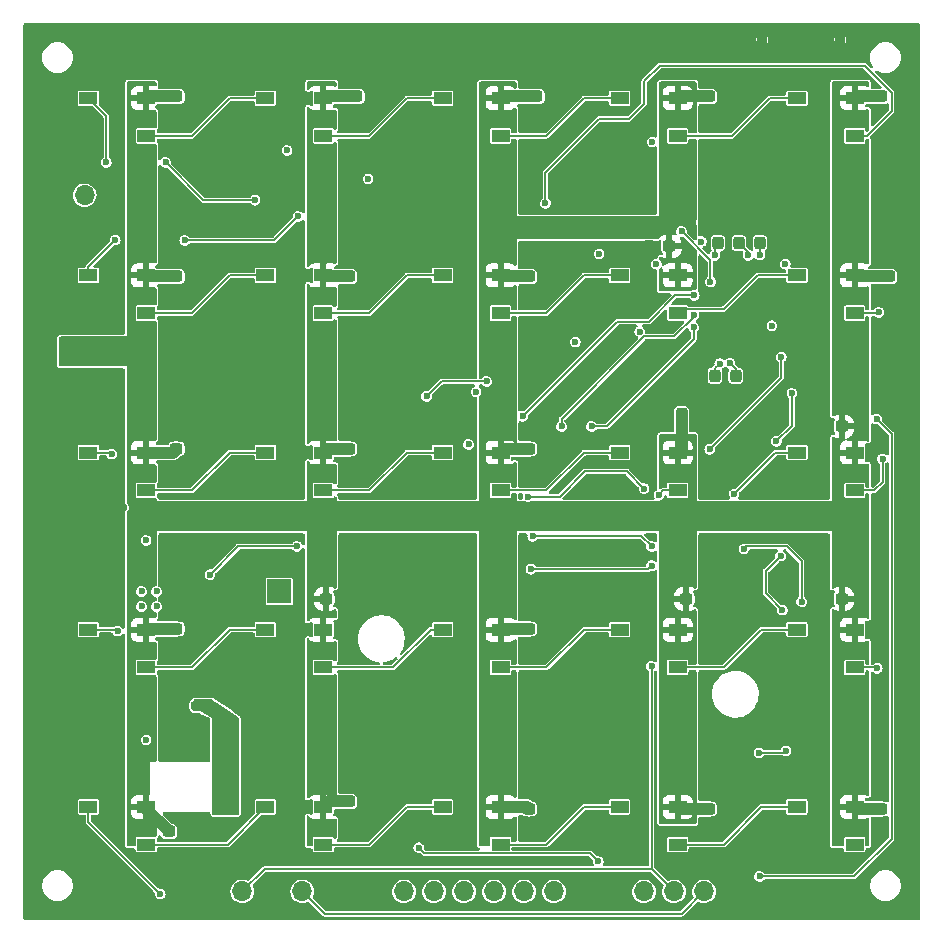
<source format=gbl>
G04 #@! TF.GenerationSoftware,KiCad,Pcbnew,(6.0.5)*
G04 #@! TF.CreationDate,2023-05-13T13:21:23-04:00*
G04 #@! TF.ProjectId,control_board,636f6e74-726f-46c5-9f62-6f6172642e6b,rev?*
G04 #@! TF.SameCoordinates,Original*
G04 #@! TF.FileFunction,Copper,L4,Bot*
G04 #@! TF.FilePolarity,Positive*
%FSLAX46Y46*%
G04 Gerber Fmt 4.6, Leading zero omitted, Abs format (unit mm)*
G04 Created by KiCad (PCBNEW (6.0.5)) date 2023-05-13 13:21:23*
%MOMM*%
%LPD*%
G01*
G04 APERTURE LIST*
G04 Aperture macros list*
%AMRoundRect*
0 Rectangle with rounded corners*
0 $1 Rounding radius*
0 $2 $3 $4 $5 $6 $7 $8 $9 X,Y pos of 4 corners*
0 Add a 4 corners polygon primitive as box body*
4,1,4,$2,$3,$4,$5,$6,$7,$8,$9,$2,$3,0*
0 Add four circle primitives for the rounded corners*
1,1,$1+$1,$2,$3*
1,1,$1+$1,$4,$5*
1,1,$1+$1,$6,$7*
1,1,$1+$1,$8,$9*
0 Add four rect primitives between the rounded corners*
20,1,$1+$1,$2,$3,$4,$5,0*
20,1,$1+$1,$4,$5,$6,$7,0*
20,1,$1+$1,$6,$7,$8,$9,0*
20,1,$1+$1,$8,$9,$2,$3,0*%
G04 Aperture macros list end*
G04 #@! TA.AperFunction,SMDPad,CuDef*
%ADD10RoundRect,0.237500X0.300000X0.237500X-0.300000X0.237500X-0.300000X-0.237500X0.300000X-0.237500X0*%
G04 #@! TD*
G04 #@! TA.AperFunction,SMDPad,CuDef*
%ADD11RoundRect,0.237500X-0.300000X-0.237500X0.300000X-0.237500X0.300000X0.237500X-0.300000X0.237500X0*%
G04 #@! TD*
G04 #@! TA.AperFunction,SMDPad,CuDef*
%ADD12RoundRect,0.237500X-0.237500X0.300000X-0.237500X-0.300000X0.237500X-0.300000X0.237500X0.300000X0*%
G04 #@! TD*
G04 #@! TA.AperFunction,SMDPad,CuDef*
%ADD13R,1.500000X1.000000*%
G04 #@! TD*
G04 #@! TA.AperFunction,ComponentPad*
%ADD14R,1.700000X1.700000*%
G04 #@! TD*
G04 #@! TA.AperFunction,ComponentPad*
%ADD15O,1.700000X1.700000*%
G04 #@! TD*
G04 #@! TA.AperFunction,ComponentPad*
%ADD16O,0.900000X1.800000*%
G04 #@! TD*
G04 #@! TA.AperFunction,ComponentPad*
%ADD17R,2.000000X2.000000*%
G04 #@! TD*
G04 #@! TA.AperFunction,ComponentPad*
%ADD18C,2.000000*%
G04 #@! TD*
G04 #@! TA.AperFunction,SMDPad,CuDef*
%ADD19RoundRect,0.237500X0.237500X-0.300000X0.237500X0.300000X-0.237500X0.300000X-0.237500X-0.300000X0*%
G04 #@! TD*
G04 #@! TA.AperFunction,ViaPad*
%ADD20C,0.600000*%
G04 #@! TD*
G04 #@! TA.AperFunction,Conductor*
%ADD21C,0.150000*%
G04 #@! TD*
G04 #@! TA.AperFunction,Conductor*
%ADD22C,1.000000*%
G04 #@! TD*
G04 #@! TA.AperFunction,Conductor*
%ADD23C,0.200000*%
G04 #@! TD*
G04 APERTURE END LIST*
D10*
X146277500Y-102235000D03*
X144552500Y-102235000D03*
X161517500Y-57150000D03*
X159792500Y-57150000D03*
X146912500Y-57150000D03*
X145187500Y-57150000D03*
X116432500Y-86995000D03*
X114707500Y-86995000D03*
X174397500Y-57150000D03*
X176122500Y-57150000D03*
X131037500Y-72390000D03*
X129312500Y-72390000D03*
D11*
X154712500Y-69850000D03*
X156437500Y-69850000D03*
D10*
X161517500Y-117475000D03*
X159792500Y-117475000D03*
D12*
X157480000Y-82322500D03*
X157480000Y-84047500D03*
D10*
X146277500Y-86995000D03*
X144552500Y-86995000D03*
X131037500Y-86995000D03*
X129312500Y-86995000D03*
X116432500Y-72390000D03*
X114707500Y-72390000D03*
X116432500Y-57150000D03*
X114707500Y-57150000D03*
X131672500Y-57150000D03*
X129947500Y-57150000D03*
X146277500Y-117475000D03*
X144552500Y-117475000D03*
X131037500Y-116840000D03*
X129312500Y-116840000D03*
X129132500Y-99695000D03*
X127407500Y-99695000D03*
X157887500Y-99695000D03*
X159612500Y-99695000D03*
X115797500Y-119380000D03*
X114072500Y-119380000D03*
X146277500Y-72390000D03*
X144552500Y-72390000D03*
X176757500Y-72390000D03*
X175032500Y-72390000D03*
D11*
X169317500Y-99695000D03*
X171042500Y-99695000D03*
D10*
X176122500Y-117475000D03*
X174397500Y-117475000D03*
D11*
X169317500Y-85090000D03*
X171042500Y-85090000D03*
D10*
X116432500Y-102235000D03*
X114707500Y-102235000D03*
D13*
X172150000Y-117300000D03*
X172150000Y-120500000D03*
X167250000Y-120500000D03*
X167250000Y-117300000D03*
X157150000Y-117300000D03*
X157150000Y-120500000D03*
X152250000Y-120500000D03*
X152250000Y-117300000D03*
X142150000Y-117300000D03*
X142150000Y-120500000D03*
X137250000Y-120500000D03*
X137250000Y-117300000D03*
X127150000Y-117300000D03*
X127150000Y-120500000D03*
X122250000Y-120500000D03*
X122250000Y-117300000D03*
X112150000Y-117300000D03*
X112150000Y-120500000D03*
X107250000Y-120500000D03*
X107250000Y-117300000D03*
X172150000Y-102300000D03*
X172150000Y-105500000D03*
X167250000Y-105500000D03*
X167250000Y-102300000D03*
X157150000Y-102300000D03*
X157150000Y-105500000D03*
X152250000Y-105500000D03*
X152250000Y-102300000D03*
X142150000Y-102300000D03*
X142150000Y-105500000D03*
X137250000Y-105500000D03*
X137250000Y-102300000D03*
X127150000Y-102300000D03*
X127150000Y-105500000D03*
X122250000Y-105500000D03*
X122250000Y-102300000D03*
X112150000Y-102300000D03*
X112150000Y-105500000D03*
X107250000Y-105500000D03*
X107250000Y-102300000D03*
X172150000Y-87300000D03*
X172150000Y-90500000D03*
X167250000Y-90500000D03*
X167250000Y-87300000D03*
X157150000Y-87300000D03*
X157150000Y-90500000D03*
X152250000Y-90500000D03*
X152250000Y-87300000D03*
X142150000Y-87300000D03*
X142150000Y-90500000D03*
X137250000Y-90500000D03*
X137250000Y-87300000D03*
X127150000Y-87300000D03*
X127150000Y-90500000D03*
X122250000Y-90500000D03*
X122250000Y-87300000D03*
X112150000Y-87300000D03*
X112150000Y-90500000D03*
X107250000Y-90500000D03*
X107250000Y-87300000D03*
X172150000Y-72300000D03*
X172150000Y-75500000D03*
X167250000Y-75500000D03*
X167250000Y-72300000D03*
X157150000Y-72300000D03*
X157150000Y-75500000D03*
X152250000Y-75500000D03*
X152250000Y-72300000D03*
X142150000Y-72300000D03*
X142150000Y-75500000D03*
X137250000Y-75500000D03*
X137250000Y-72300000D03*
X127150000Y-72300000D03*
X127150000Y-75500000D03*
X122250000Y-75500000D03*
X122250000Y-72300000D03*
X112150000Y-72300000D03*
X112150000Y-75500000D03*
X107250000Y-75500000D03*
X107250000Y-72300000D03*
X172150000Y-57300000D03*
X172150000Y-60500000D03*
X167250000Y-60500000D03*
X167250000Y-57300000D03*
X157150000Y-57300000D03*
X157150000Y-60500000D03*
X152250000Y-60500000D03*
X152250000Y-57300000D03*
X142150000Y-57300000D03*
X142150000Y-60500000D03*
X137250000Y-60500000D03*
X137250000Y-57300000D03*
X127150000Y-57300000D03*
X127150000Y-60500000D03*
X122250000Y-60500000D03*
X122250000Y-57300000D03*
X107250000Y-57300000D03*
X107250000Y-60500000D03*
X112150000Y-60500000D03*
X112150000Y-57300000D03*
D14*
X161925000Y-124460000D03*
D15*
X159385000Y-124460000D03*
X156845000Y-124460000D03*
X154305000Y-124460000D03*
D16*
X164318250Y-52324000D03*
X170918250Y-52324000D03*
D17*
X123420000Y-99060000D03*
D18*
X123420000Y-111760000D03*
D15*
X125365000Y-124460000D03*
D14*
X122825000Y-124460000D03*
D15*
X120285000Y-124460000D03*
X146685000Y-124460000D03*
X144145000Y-124460000D03*
X141605000Y-124460000D03*
X139065000Y-124460000D03*
X136525000Y-124460000D03*
X133985000Y-124460000D03*
D14*
X109479000Y-65532000D03*
D15*
X106939000Y-65532000D03*
D19*
X160560000Y-69564000D03*
X160560000Y-67839000D03*
X164116000Y-69564000D03*
X164116000Y-67839000D03*
D12*
X160306000Y-80793000D03*
X160306000Y-82518000D03*
X162076000Y-82518000D03*
X162076000Y-80793000D03*
D19*
X162338000Y-69564000D03*
X162338000Y-67839000D03*
D20*
X176530000Y-58420000D03*
X152400000Y-61595000D03*
X163195000Y-57150000D03*
X147955000Y-56515000D03*
X135255000Y-60325000D03*
X133350000Y-56515000D03*
X120650000Y-60325000D03*
X118110000Y-57150000D03*
X107315000Y-61595000D03*
X118110000Y-72390000D03*
X108585000Y-74930000D03*
X108585000Y-90170000D03*
X118110000Y-86995000D03*
X121920000Y-89535000D03*
X132715000Y-86995000D03*
X146685000Y-88265000D03*
X138430000Y-90805000D03*
X168910000Y-83820000D03*
X158750000Y-81915000D03*
X153405255Y-90982193D03*
X168910000Y-90170000D03*
X168910000Y-100965000D03*
X167005000Y-106680000D03*
X160020000Y-98425000D03*
X152400000Y-106680000D03*
X145415000Y-100965000D03*
X137160000Y-106680000D03*
X121920000Y-106680000D03*
X130175000Y-99695000D03*
X117475000Y-102235000D03*
X105410000Y-105410000D03*
X106680000Y-121920000D03*
X117475000Y-119380000D03*
X132715000Y-116840000D03*
X123825000Y-120650000D03*
X135890000Y-120015000D03*
X147320000Y-117475000D03*
X162560000Y-117475000D03*
X153670000Y-120650000D03*
X168910000Y-120650000D03*
X176530000Y-118745000D03*
X144780000Y-95885000D03*
X105410000Y-79375000D03*
X106680000Y-79375000D03*
X106680000Y-78105000D03*
X105410000Y-78105000D03*
X173990000Y-84455000D03*
X161925000Y-90805000D03*
X155575000Y-90874002D03*
X174040800Y-105562400D03*
X164033200Y-112725200D03*
X150418800Y-121920000D03*
X166319200Y-112572800D03*
X113334800Y-124663200D03*
X135229600Y-120751600D03*
X174498000Y-87833200D03*
X154940000Y-95250000D03*
X144881600Y-94386400D03*
X124917200Y-95250000D03*
X109728000Y-102412800D03*
X117551200Y-97637600D03*
X167640000Y-99923600D03*
X174193200Y-75438000D03*
X162763200Y-95453200D03*
X144729200Y-97180400D03*
X109220000Y-87426800D03*
X154940000Y-96875600D03*
X145948400Y-66192400D03*
X125018800Y-67310000D03*
X115417600Y-69342000D03*
X109524800Y-69291200D03*
X166014400Y-100634800D03*
X165506400Y-86360000D03*
X165862000Y-96062800D03*
X166827200Y-82296000D03*
X164084000Y-123190000D03*
X108762800Y-62738000D03*
X121361200Y-65938400D03*
X113792000Y-62738000D03*
X144475200Y-91024500D03*
X154305000Y-90349502D03*
X159867600Y-87020400D03*
X165912800Y-79197200D03*
X154940000Y-105410000D03*
X149860000Y-85090000D03*
X147320000Y-85090000D03*
X140970000Y-81280000D03*
X135890000Y-82550000D03*
X165608000Y-56350498D03*
X160298000Y-70607500D03*
X161568000Y-79724000D03*
X153529980Y-83723000D03*
X138938000Y-83820000D03*
X130429000Y-62357000D03*
X168000000Y-62000000D03*
X153567000Y-71342000D03*
X160529261Y-59411654D03*
X161441000Y-67024000D03*
X169315000Y-72612000D03*
X152948500Y-77057000D03*
X167156000Y-79216000D03*
X165174000Y-84739000D03*
X112141000Y-94742000D03*
X139446000Y-87630000D03*
X166648000Y-69310000D03*
X159155000Y-67786000D03*
X112141000Y-111633000D03*
X149503000Y-65627000D03*
X123063000Y-63500000D03*
X119761000Y-62230000D03*
X110236000Y-91948000D03*
X153948000Y-77057000D03*
X155000000Y-61000000D03*
X148487000Y-77946000D03*
X111760000Y-100330000D03*
X163130500Y-70607500D03*
X164108000Y-70580000D03*
X139446000Y-86614000D03*
X130937000Y-64135000D03*
X165130149Y-76559841D03*
X113030000Y-100330000D03*
X113030000Y-99060000D03*
X155345000Y-71342000D03*
X111760000Y-99060000D03*
X124079000Y-61722000D03*
X159155000Y-69437000D03*
X166267000Y-71342000D03*
X150495000Y-70485000D03*
X140081000Y-82169000D03*
X160719678Y-79764678D03*
X158520000Y-76703500D03*
X158520000Y-75687500D03*
X144018000Y-84226400D03*
X158547243Y-73988938D03*
X157480000Y-68580000D03*
X159925500Y-72833500D03*
X119380000Y-115000000D03*
X117475000Y-108712000D03*
X118250000Y-117650980D03*
X116459000Y-108712000D03*
X119380000Y-117650980D03*
X118250000Y-115000000D03*
D21*
X153035000Y-59055000D02*
X154305000Y-57785000D01*
X150495000Y-59055000D02*
X153035000Y-59055000D01*
X145948400Y-66192400D02*
X145948400Y-63601600D01*
X145948400Y-63601600D02*
X150495000Y-59055000D01*
X154305000Y-55880000D02*
X155625800Y-54559200D01*
X154305000Y-57785000D02*
X154305000Y-55880000D01*
X172997594Y-54559200D02*
X175260000Y-56821606D01*
X155625800Y-54559200D02*
X172997594Y-54559200D01*
X175260000Y-56821606D02*
X175260000Y-58420000D01*
X175260000Y-58420000D02*
X173180000Y-60500000D01*
X173180000Y-60500000D02*
X172150000Y-60500000D01*
D22*
X112300000Y-57150000D02*
X112150000Y-57300000D01*
X114707500Y-57150000D02*
X112300000Y-57150000D01*
X175032500Y-72390000D02*
X172240000Y-72390000D01*
X172240000Y-72390000D02*
X172150000Y-72300000D01*
X127455000Y-86995000D02*
X127150000Y-87300000D01*
X129312500Y-86995000D02*
X127455000Y-86995000D01*
X144552500Y-86995000D02*
X142455000Y-86995000D01*
X142455000Y-86995000D02*
X142150000Y-87300000D01*
X157480000Y-86970000D02*
X157150000Y-87300000D01*
X157480000Y-84047500D02*
X157480000Y-86970000D01*
X127610000Y-116840000D02*
X127150000Y-117300000D01*
X129312500Y-116840000D02*
X127610000Y-116840000D01*
X142215000Y-102235000D02*
X142150000Y-102300000D01*
X144552500Y-102235000D02*
X142215000Y-102235000D01*
X142240000Y-72390000D02*
X142150000Y-72300000D01*
X144552500Y-72390000D02*
X142240000Y-72390000D01*
X129312500Y-72390000D02*
X127240000Y-72390000D01*
X127240000Y-72390000D02*
X127150000Y-72300000D01*
X172300000Y-57150000D02*
X172150000Y-57300000D01*
X174397500Y-57150000D02*
X172300000Y-57150000D01*
X157300000Y-57150000D02*
X157150000Y-57300000D01*
X159792500Y-57150000D02*
X157300000Y-57150000D01*
X142300000Y-57150000D02*
X142150000Y-57300000D01*
X145187500Y-57150000D02*
X142300000Y-57150000D01*
X127300000Y-57150000D02*
X127150000Y-57300000D01*
X129947500Y-57150000D02*
X127300000Y-57150000D01*
X144377500Y-117300000D02*
X144552500Y-117475000D01*
X142150000Y-117300000D02*
X144377500Y-117300000D01*
X157325000Y-117475000D02*
X157150000Y-117300000D01*
X159792500Y-117475000D02*
X157325000Y-117475000D01*
X172325000Y-117475000D02*
X172150000Y-117300000D01*
X174397500Y-117475000D02*
X172325000Y-117475000D01*
D21*
X175260000Y-120015000D02*
X172085000Y-123190000D01*
X175260000Y-85725000D02*
X175260000Y-120015000D01*
X173990000Y-84455000D02*
X175260000Y-85725000D01*
X172085000Y-123190000D02*
X164084000Y-123190000D01*
D22*
X114072500Y-119380000D02*
X112150000Y-117457500D01*
X112150000Y-117457500D02*
X112150000Y-117300000D01*
X112215000Y-102235000D02*
X112150000Y-102300000D01*
X114707500Y-102235000D02*
X112215000Y-102235000D01*
X114402500Y-87300000D02*
X114707500Y-86995000D01*
X112150000Y-87300000D02*
X114402500Y-87300000D01*
X112240000Y-72390000D02*
X112150000Y-72300000D01*
X114707500Y-72390000D02*
X112240000Y-72390000D01*
D21*
X156879022Y-77470000D02*
X158520000Y-75829022D01*
X154305000Y-77470000D02*
X156879022Y-77470000D01*
X158520000Y-75829022D02*
X158520000Y-75687500D01*
X147320000Y-84455000D02*
X154305000Y-77470000D01*
X147320000Y-85090000D02*
X147320000Y-84455000D01*
X164950000Y-57300000D02*
X167250000Y-57300000D01*
X161750000Y-60500000D02*
X164950000Y-57300000D01*
X157150000Y-60500000D02*
X161750000Y-60500000D01*
X161925000Y-90805000D02*
X165430000Y-87300000D01*
X155949002Y-90500000D02*
X155575000Y-90874002D01*
X157150000Y-90500000D02*
X155949002Y-90500000D01*
X165430000Y-87300000D02*
X167250000Y-87300000D01*
X167640000Y-96520000D02*
X167640000Y-99923600D01*
X162966400Y-95250000D02*
X166370000Y-95250000D01*
X166370000Y-95250000D02*
X167640000Y-96520000D01*
X162763200Y-95453200D02*
X162966400Y-95250000D01*
X154076400Y-94386400D02*
X144881600Y-94386400D01*
X154940000Y-95250000D02*
X154076400Y-94386400D01*
X124917200Y-95250000D02*
X119938800Y-95250000D01*
X119938800Y-95250000D02*
X117551200Y-97637600D01*
X149274293Y-88900000D02*
X147149793Y-91024500D01*
X147149793Y-91024500D02*
X144475200Y-91024500D01*
X152855498Y-88900000D02*
X149274293Y-88900000D01*
X154305000Y-90349502D02*
X152855498Y-88900000D01*
X156962040Y-73988938D02*
X158547243Y-73988938D01*
X144018000Y-84226400D02*
X144041986Y-84226400D01*
X144041986Y-84226400D02*
X152043875Y-76224511D01*
X152043875Y-76224511D02*
X154726467Y-76224511D01*
X154726467Y-76224511D02*
X156962040Y-73988938D01*
X173978400Y-105500000D02*
X172150000Y-105500000D01*
X174040800Y-105562400D02*
X173978400Y-105500000D01*
X166166800Y-112725200D02*
X166319200Y-112572800D01*
X164033200Y-112725200D02*
X166166800Y-112725200D01*
X149723311Y-121224511D02*
X150418800Y-121920000D01*
X135702511Y-121224511D02*
X149723311Y-121224511D01*
X135229600Y-120751600D02*
X135702511Y-121224511D01*
X107250000Y-118578400D02*
X113334800Y-124663200D01*
X107250000Y-117300000D02*
X107250000Y-118578400D01*
X136256800Y-102300000D02*
X137250000Y-102300000D01*
X133056800Y-105500000D02*
X136256800Y-102300000D01*
X127150000Y-105500000D02*
X133056800Y-105500000D01*
X164592000Y-97332800D02*
X165862000Y-96062800D01*
X164592000Y-99212400D02*
X164592000Y-97332800D01*
X166014400Y-100634800D02*
X164592000Y-99212400D01*
X173812400Y-90500000D02*
X172150000Y-90500000D01*
X174498000Y-87833200D02*
X174498000Y-89814400D01*
X174498000Y-89814400D02*
X173812400Y-90500000D01*
X109615200Y-102300000D02*
X109728000Y-102412800D01*
X107250000Y-102300000D02*
X109615200Y-102300000D01*
X174131200Y-75500000D02*
X172150000Y-75500000D01*
X174193200Y-75438000D02*
X174131200Y-75500000D01*
X144729200Y-97180400D02*
X154635200Y-97180400D01*
X109093200Y-87300000D02*
X109220000Y-87426800D01*
X154635200Y-97180400D02*
X154940000Y-96875600D01*
X107250000Y-87300000D02*
X109093200Y-87300000D01*
X122986800Y-69342000D02*
X125018800Y-67310000D01*
X115417600Y-69342000D02*
X122986800Y-69342000D01*
X107250000Y-71566000D02*
X109524800Y-69291200D01*
X107250000Y-72300000D02*
X107250000Y-71566000D01*
X166827200Y-85039200D02*
X165506400Y-86360000D01*
X166827200Y-82296000D02*
X166827200Y-85039200D01*
X108762800Y-62738000D02*
X108762800Y-58812800D01*
X108762800Y-58812800D02*
X107250000Y-57300000D01*
X116992400Y-65938400D02*
X113792000Y-62738000D01*
X121361200Y-65938400D02*
X116992400Y-65938400D01*
X165912800Y-80975200D02*
X159867600Y-87020400D01*
X165912800Y-79197200D02*
X165912800Y-80975200D01*
X161057011Y-75162989D02*
X163920000Y-72300000D01*
X157487011Y-75162989D02*
X161057011Y-75162989D01*
X163920000Y-72300000D02*
X167250000Y-72300000D01*
X157150000Y-75500000D02*
X157487011Y-75162989D01*
X159925500Y-71025500D02*
X157480000Y-68580000D01*
X159925500Y-72833500D02*
X159925500Y-71025500D01*
X154940000Y-105410000D02*
X154940000Y-122555000D01*
X119050000Y-120500000D02*
X122250000Y-117300000D01*
X112150000Y-120500000D02*
X119050000Y-120500000D01*
X161030000Y-120500000D02*
X164230000Y-117300000D01*
X157150000Y-120500000D02*
X161030000Y-120500000D01*
X164230000Y-117300000D02*
X167250000Y-117300000D01*
X146030000Y-120500000D02*
X149230000Y-117300000D01*
X142150000Y-120500000D02*
X146030000Y-120500000D01*
X149230000Y-117300000D02*
X152250000Y-117300000D01*
X131030000Y-120500000D02*
X134230000Y-117300000D01*
X127150000Y-120500000D02*
X131030000Y-120500000D01*
X134230000Y-117300000D02*
X137250000Y-117300000D01*
X161030000Y-105500000D02*
X164230000Y-102300000D01*
X157150000Y-105500000D02*
X161030000Y-105500000D01*
X164230000Y-102300000D02*
X167250000Y-102300000D01*
X146030000Y-105500000D02*
X149230000Y-102300000D01*
X142150000Y-105500000D02*
X146030000Y-105500000D01*
X149230000Y-102300000D02*
X152250000Y-102300000D01*
X116030000Y-105500000D02*
X119230000Y-102300000D01*
X112150000Y-105500000D02*
X116030000Y-105500000D01*
X119230000Y-102300000D02*
X122250000Y-102300000D01*
X146030000Y-90500000D02*
X149230000Y-87300000D01*
X142150000Y-90500000D02*
X146030000Y-90500000D01*
X149230000Y-87300000D02*
X152250000Y-87300000D01*
X131030000Y-90500000D02*
X134230000Y-87300000D01*
X127150000Y-90500000D02*
X131030000Y-90500000D01*
X134230000Y-87300000D02*
X137250000Y-87300000D01*
X116030000Y-90500000D02*
X119230000Y-87300000D01*
X112150000Y-90500000D02*
X116030000Y-90500000D01*
X119230000Y-87300000D02*
X122250000Y-87300000D01*
X146030000Y-75500000D02*
X149230000Y-72300000D01*
X142150000Y-75500000D02*
X146030000Y-75500000D01*
X149230000Y-72300000D02*
X152250000Y-72300000D01*
X131030000Y-75500000D02*
X134230000Y-72300000D01*
X127150000Y-75500000D02*
X131030000Y-75500000D01*
X134230000Y-72300000D02*
X137250000Y-72300000D01*
X116030000Y-75500000D02*
X119230000Y-72300000D01*
X112150000Y-75500000D02*
X116030000Y-75500000D01*
X119230000Y-72300000D02*
X122250000Y-72300000D01*
X146030000Y-60500000D02*
X149230000Y-57300000D01*
X142150000Y-60500000D02*
X146030000Y-60500000D01*
X149230000Y-57300000D02*
X152250000Y-57300000D01*
X131030000Y-60500000D02*
X134230000Y-57300000D01*
X127150000Y-60500000D02*
X131030000Y-60500000D01*
X134230000Y-57300000D02*
X137250000Y-57300000D01*
X119230000Y-57300000D02*
X122250000Y-57300000D01*
X116030000Y-60500000D02*
X119230000Y-57300000D01*
X112150000Y-60500000D02*
X116030000Y-60500000D01*
X140970000Y-81280000D02*
X137160000Y-81280000D01*
X137160000Y-81280000D02*
X135890000Y-82550000D01*
X151130000Y-85090000D02*
X158520000Y-77700000D01*
X149860000Y-85090000D02*
X151130000Y-85090000D01*
X158520000Y-77700000D02*
X158520000Y-76703500D01*
X160298000Y-69826000D02*
X160560000Y-69564000D01*
X162076000Y-80232000D02*
X162076000Y-80793000D01*
X160298000Y-70607500D02*
X160298000Y-69826000D01*
X161568000Y-79724000D02*
X162076000Y-80232000D01*
D23*
X110389500Y-92101500D02*
X110236000Y-91948000D01*
D21*
X160719678Y-79764678D02*
X160306000Y-80178356D01*
X163130500Y-70356500D02*
X162338000Y-69564000D01*
X164108000Y-69572000D02*
X164116000Y-69564000D01*
X163130500Y-70607500D02*
X163130500Y-70356500D01*
X164108000Y-70580000D02*
X164108000Y-69572000D01*
X160306000Y-80178356D02*
X160306000Y-80793000D01*
X125365000Y-124460000D02*
X127270000Y-126365000D01*
X157480000Y-126365000D02*
X159385000Y-124460000D01*
X127270000Y-126365000D02*
X157480000Y-126365000D01*
X154940000Y-122555000D02*
X122190000Y-122555000D01*
X122190000Y-122555000D02*
X120285000Y-124460000D01*
X156845000Y-124460000D02*
X154940000Y-122555000D01*
G04 #@! TA.AperFunction,Conductor*
G36*
X117761088Y-108225844D02*
G01*
X118423594Y-108676850D01*
X119944905Y-109712494D01*
X119989960Y-109767363D01*
X120000000Y-109816650D01*
X120000000Y-117874000D01*
X119979998Y-117942121D01*
X119926342Y-117988614D01*
X119874000Y-118000000D01*
X117876000Y-118000000D01*
X117807879Y-117979998D01*
X117761386Y-117926342D01*
X117750000Y-117874000D01*
X117750000Y-109750000D01*
X116713000Y-109220000D01*
X116257190Y-109220000D01*
X116189069Y-109199998D01*
X116168095Y-109183095D01*
X115987905Y-109002905D01*
X115953879Y-108940593D01*
X115951000Y-108913810D01*
X115951000Y-108510190D01*
X115971002Y-108442069D01*
X115987905Y-108421095D01*
X116168095Y-108240905D01*
X116230407Y-108206879D01*
X116257190Y-108204000D01*
X117690183Y-108204000D01*
X117761088Y-108225844D01*
G37*
G04 #@! TD.AperFunction*
G04 #@! TA.AperFunction,Conductor*
G36*
X177591621Y-50970502D02*
G01*
X177638114Y-51024158D01*
X177649500Y-51076500D01*
X177649500Y-126723500D01*
X177629498Y-126791621D01*
X177575842Y-126838114D01*
X177523500Y-126849500D01*
X101876500Y-126849500D01*
X101808379Y-126829498D01*
X101761886Y-126775842D01*
X101750500Y-126723500D01*
X101750500Y-123952000D01*
X103342532Y-123952000D01*
X103362365Y-124178692D01*
X103363789Y-124184005D01*
X103363789Y-124184007D01*
X103398982Y-124315348D01*
X103421261Y-124398496D01*
X103423583Y-124403476D01*
X103423584Y-124403478D01*
X103489394Y-124544606D01*
X103517432Y-124604734D01*
X103647953Y-124791139D01*
X103808861Y-124952047D01*
X103995266Y-125082568D01*
X104000244Y-125084889D01*
X104000247Y-125084891D01*
X104166388Y-125162364D01*
X104201504Y-125178739D01*
X104206812Y-125180161D01*
X104206814Y-125180162D01*
X104415993Y-125236211D01*
X104415995Y-125236211D01*
X104421308Y-125237635D01*
X104520302Y-125246296D01*
X104588492Y-125252262D01*
X104588499Y-125252262D01*
X104591216Y-125252500D01*
X104704784Y-125252500D01*
X104707501Y-125252262D01*
X104707508Y-125252262D01*
X104775698Y-125246296D01*
X104874692Y-125237635D01*
X104880005Y-125236211D01*
X104880007Y-125236211D01*
X105089186Y-125180162D01*
X105089188Y-125180161D01*
X105094496Y-125178739D01*
X105129612Y-125162364D01*
X105295753Y-125084891D01*
X105295756Y-125084889D01*
X105300734Y-125082568D01*
X105487139Y-124952047D01*
X105648047Y-124791139D01*
X105778568Y-124604734D01*
X105806607Y-124544606D01*
X105872416Y-124403478D01*
X105872417Y-124403476D01*
X105874739Y-124398496D01*
X105897019Y-124315348D01*
X105932211Y-124184007D01*
X105932211Y-124184005D01*
X105933635Y-124178692D01*
X105953468Y-123952000D01*
X105933635Y-123725308D01*
X105910584Y-123639281D01*
X105876162Y-123510814D01*
X105876161Y-123510812D01*
X105874739Y-123505504D01*
X105860605Y-123475193D01*
X105780891Y-123304247D01*
X105780889Y-123304244D01*
X105778568Y-123299266D01*
X105648047Y-123112861D01*
X105487139Y-122951953D01*
X105300734Y-122821432D01*
X105295756Y-122819111D01*
X105295753Y-122819109D01*
X105099478Y-122727584D01*
X105099476Y-122727583D01*
X105094496Y-122725261D01*
X105089188Y-122723839D01*
X105089186Y-122723838D01*
X104880007Y-122667789D01*
X104880005Y-122667789D01*
X104874692Y-122666365D01*
X104775698Y-122657704D01*
X104707508Y-122651738D01*
X104707501Y-122651738D01*
X104704784Y-122651500D01*
X104591216Y-122651500D01*
X104588499Y-122651738D01*
X104588492Y-122651738D01*
X104520302Y-122657704D01*
X104421308Y-122666365D01*
X104415995Y-122667789D01*
X104415993Y-122667789D01*
X104206814Y-122723838D01*
X104206812Y-122723839D01*
X104201504Y-122725261D01*
X104196524Y-122727583D01*
X104196522Y-122727584D01*
X104000247Y-122819109D01*
X104000244Y-122819111D01*
X103995266Y-122821432D01*
X103808861Y-122951953D01*
X103647953Y-123112861D01*
X103517432Y-123299266D01*
X103515111Y-123304244D01*
X103515109Y-123304247D01*
X103435395Y-123475193D01*
X103421261Y-123505504D01*
X103419839Y-123510812D01*
X103419838Y-123510814D01*
X103385416Y-123639281D01*
X103362365Y-123725308D01*
X103342532Y-123952000D01*
X101750500Y-123952000D01*
X101750500Y-117814820D01*
X106349500Y-117814820D01*
X106358233Y-117858722D01*
X106365127Y-117869040D01*
X106365128Y-117869042D01*
X106368441Y-117874000D01*
X106391496Y-117908504D01*
X106401815Y-117915399D01*
X106430958Y-117934872D01*
X106430960Y-117934873D01*
X106441278Y-117941767D01*
X106485180Y-117950500D01*
X106898500Y-117950500D01*
X106966621Y-117970502D01*
X107013114Y-118024158D01*
X107024500Y-118076500D01*
X107024500Y-118569192D01*
X107024327Y-118575786D01*
X107022300Y-118614464D01*
X107027047Y-118626830D01*
X107029563Y-118633385D01*
X107035179Y-118652341D01*
X107039393Y-118672168D01*
X107047176Y-118682881D01*
X107049201Y-118687429D01*
X107051908Y-118691598D01*
X107056654Y-118703960D01*
X107070986Y-118718292D01*
X107083827Y-118733327D01*
X107087955Y-118739009D01*
X107087957Y-118739011D01*
X107095740Y-118749723D01*
X107107207Y-118756344D01*
X107117050Y-118765206D01*
X107116732Y-118765559D01*
X107123269Y-118770575D01*
X112852050Y-124499356D01*
X112886076Y-124561668D01*
X112887455Y-124607834D01*
X112881082Y-124648765D01*
X112881082Y-124648771D01*
X112879701Y-124657640D01*
X112880865Y-124666542D01*
X112880865Y-124666545D01*
X112895268Y-124776689D01*
X112895269Y-124776693D01*
X112896433Y-124785594D01*
X112948405Y-124903710D01*
X113031439Y-125002491D01*
X113138860Y-125073996D01*
X113262033Y-125112478D01*
X113271003Y-125112642D01*
X113271007Y-125112643D01*
X113329742Y-125113719D01*
X113391055Y-125114843D01*
X113453305Y-125097871D01*
X113506892Y-125083262D01*
X113506893Y-125083262D01*
X113515555Y-125080900D01*
X113523205Y-125076203D01*
X113523207Y-125076202D01*
X113617872Y-125018078D01*
X113617875Y-125018075D01*
X113625524Y-125013379D01*
X113631550Y-125006722D01*
X113706100Y-124924361D01*
X113706103Y-124924357D01*
X113712122Y-124917707D01*
X113768388Y-124801575D01*
X113789797Y-124674320D01*
X113789933Y-124663200D01*
X113780847Y-124599753D01*
X113772912Y-124544345D01*
X113772911Y-124544342D01*
X113771639Y-124535459D01*
X113750093Y-124488071D01*
X113721945Y-124426162D01*
X113721943Y-124426159D01*
X113718228Y-124417988D01*
X113633993Y-124320228D01*
X113525706Y-124250041D01*
X113517111Y-124247471D01*
X113517110Y-124247470D01*
X113410674Y-124215638D01*
X113410672Y-124215638D01*
X113402073Y-124213066D01*
X113393098Y-124213011D01*
X113393097Y-124213011D01*
X113340943Y-124212693D01*
X113273031Y-124212278D01*
X113270954Y-124212872D01*
X113204138Y-124202810D01*
X113168148Y-124177643D01*
X107512405Y-118521900D01*
X107478379Y-118459588D01*
X107475500Y-118432805D01*
X107475500Y-118076500D01*
X107495502Y-118008379D01*
X107549158Y-117961886D01*
X107601500Y-117950500D01*
X108014820Y-117950500D01*
X108058722Y-117941767D01*
X108069040Y-117934873D01*
X108069042Y-117934872D01*
X108098185Y-117915399D01*
X108108504Y-117908504D01*
X108131559Y-117874000D01*
X108134872Y-117869042D01*
X108134873Y-117869040D01*
X108141767Y-117858722D01*
X108150500Y-117814820D01*
X108150500Y-116785180D01*
X108141767Y-116741278D01*
X108134873Y-116730960D01*
X108134872Y-116730958D01*
X108115399Y-116701815D01*
X108108504Y-116691496D01*
X108098185Y-116684601D01*
X108069042Y-116665128D01*
X108069040Y-116665127D01*
X108058722Y-116658233D01*
X108014820Y-116649500D01*
X106485180Y-116649500D01*
X106441278Y-116658233D01*
X106430960Y-116665127D01*
X106430958Y-116665128D01*
X106401815Y-116684601D01*
X106391496Y-116691496D01*
X106384601Y-116701815D01*
X106365128Y-116730958D01*
X106365127Y-116730960D01*
X106358233Y-116741278D01*
X106349500Y-116785180D01*
X106349500Y-117814820D01*
X101750500Y-117814820D01*
X101750500Y-87814820D01*
X106349500Y-87814820D01*
X106358233Y-87858722D01*
X106365127Y-87869040D01*
X106365128Y-87869042D01*
X106375407Y-87884425D01*
X106391496Y-87908504D01*
X106401815Y-87915399D01*
X106430958Y-87934872D01*
X106430960Y-87934873D01*
X106441278Y-87941767D01*
X106485180Y-87950500D01*
X108014820Y-87950500D01*
X108058722Y-87941767D01*
X108069040Y-87934873D01*
X108069042Y-87934872D01*
X108098185Y-87915399D01*
X108108504Y-87908504D01*
X108124593Y-87884425D01*
X108134872Y-87869042D01*
X108134873Y-87869040D01*
X108141767Y-87858722D01*
X108150500Y-87814820D01*
X108150500Y-87651500D01*
X108170502Y-87583379D01*
X108224158Y-87536886D01*
X108276500Y-87525500D01*
X108688991Y-87525500D01*
X108757112Y-87545502D01*
X108804320Y-87600754D01*
X108833605Y-87667310D01*
X108839382Y-87674183D01*
X108839383Y-87674184D01*
X108868647Y-87708998D01*
X108916639Y-87766091D01*
X109024060Y-87837596D01*
X109147233Y-87876078D01*
X109156203Y-87876242D01*
X109156207Y-87876243D01*
X109214942Y-87877319D01*
X109276255Y-87878443D01*
X109388677Y-87847793D01*
X109392092Y-87846862D01*
X109392093Y-87846862D01*
X109400755Y-87844500D01*
X109408405Y-87839803D01*
X109408407Y-87839802D01*
X109503072Y-87781678D01*
X109503075Y-87781675D01*
X109510724Y-87776979D01*
X109516750Y-87770322D01*
X109591300Y-87687961D01*
X109591303Y-87687957D01*
X109597322Y-87681307D01*
X109653588Y-87565175D01*
X109655957Y-87551098D01*
X109674190Y-87442717D01*
X109674997Y-87437920D01*
X109675133Y-87426800D01*
X109667748Y-87375233D01*
X109658112Y-87307945D01*
X109658111Y-87307942D01*
X109656839Y-87299059D01*
X109645858Y-87274907D01*
X109607145Y-87189762D01*
X109607143Y-87189759D01*
X109603428Y-87181588D01*
X109538861Y-87106654D01*
X109525051Y-87090626D01*
X109525049Y-87090624D01*
X109519193Y-87083828D01*
X109410906Y-87013641D01*
X109402311Y-87011071D01*
X109402310Y-87011070D01*
X109295874Y-86979238D01*
X109295872Y-86979238D01*
X109287273Y-86976666D01*
X109278298Y-86976611D01*
X109278297Y-86976611D01*
X109223641Y-86976277D01*
X109158231Y-86975878D01*
X109034155Y-87011339D01*
X109026568Y-87016126D01*
X109026566Y-87016127D01*
X108964858Y-87055062D01*
X108897623Y-87074500D01*
X108276500Y-87074500D01*
X108208379Y-87054498D01*
X108161886Y-87000842D01*
X108150500Y-86948500D01*
X108150500Y-86785180D01*
X108141767Y-86741278D01*
X108134873Y-86730960D01*
X108134872Y-86730958D01*
X108115399Y-86701815D01*
X108108504Y-86691496D01*
X108092091Y-86680529D01*
X108069042Y-86665128D01*
X108069040Y-86665127D01*
X108058722Y-86658233D01*
X108014820Y-86649500D01*
X106485180Y-86649500D01*
X106441278Y-86658233D01*
X106430960Y-86665127D01*
X106430958Y-86665128D01*
X106407909Y-86680529D01*
X106391496Y-86691496D01*
X106384601Y-86701815D01*
X106365128Y-86730958D01*
X106365127Y-86730960D01*
X106358233Y-86741278D01*
X106349500Y-86785180D01*
X106349500Y-87814820D01*
X101750500Y-87814820D01*
X101750500Y-79884000D01*
X104619500Y-79884000D01*
X104619860Y-79887346D01*
X104619860Y-79887352D01*
X104621128Y-79899141D01*
X104623053Y-79917053D01*
X104634439Y-79969395D01*
X104668867Y-80038173D01*
X104674027Y-80044128D01*
X104674029Y-80044131D01*
X104698730Y-80072637D01*
X104715360Y-80091829D01*
X104722943Y-80096703D01*
X104722944Y-80096703D01*
X104735855Y-80105000D01*
X104789070Y-80139199D01*
X104797719Y-80141739D01*
X104797720Y-80141739D01*
X104813511Y-80146376D01*
X104857191Y-80159201D01*
X104861650Y-80159842D01*
X104861654Y-80159843D01*
X104879096Y-80162351D01*
X104901000Y-80165500D01*
X110208500Y-80165500D01*
X110276621Y-80185502D01*
X110323114Y-80239158D01*
X110334500Y-80291500D01*
X110334500Y-91565409D01*
X110335360Y-91581742D01*
X110335779Y-91585709D01*
X110338501Y-91593071D01*
X110359621Y-91650200D01*
X110359623Y-91650203D01*
X110362344Y-91657564D01*
X110370591Y-91669541D01*
X110414090Y-91711841D01*
X110419284Y-91715207D01*
X110424122Y-91719066D01*
X110423689Y-91719609D01*
X110443705Y-91737072D01*
X110475311Y-91773752D01*
X110494559Y-91803849D01*
X110514600Y-91847927D01*
X110524626Y-91882215D01*
X110531788Y-91932224D01*
X110531315Y-91970990D01*
X110522932Y-92020820D01*
X110512071Y-92054854D01*
X110493944Y-92092267D01*
X110486467Y-92110585D01*
X110484931Y-92115161D01*
X110484415Y-92117102D01*
X110484191Y-92117845D01*
X110445426Y-92177324D01*
X110433529Y-92186338D01*
X110412052Y-92200688D01*
X110410849Y-92201580D01*
X110410828Y-92201595D01*
X110405460Y-92205577D01*
X110399789Y-92209783D01*
X110396910Y-92212146D01*
X110351902Y-92272836D01*
X110346337Y-92286271D01*
X110334500Y-92345779D01*
X110334500Y-102087872D01*
X110314498Y-102155993D01*
X110260842Y-102202486D01*
X110190568Y-102212590D01*
X110125988Y-102183096D01*
X110112089Y-102167019D01*
X110111428Y-102167588D01*
X110033051Y-102076626D01*
X110033049Y-102076624D01*
X110027193Y-102069828D01*
X109918906Y-101999641D01*
X109910311Y-101997071D01*
X109910310Y-101997070D01*
X109803874Y-101965238D01*
X109803872Y-101965238D01*
X109795273Y-101962666D01*
X109786298Y-101962611D01*
X109786297Y-101962611D01*
X109731641Y-101962277D01*
X109666231Y-101961878D01*
X109604193Y-101979608D01*
X109550786Y-101994872D01*
X109550784Y-101994873D01*
X109542155Y-101997339D01*
X109534565Y-102002128D01*
X109450670Y-102055062D01*
X109383434Y-102074500D01*
X108276500Y-102074500D01*
X108208379Y-102054498D01*
X108161886Y-102000842D01*
X108150500Y-101948500D01*
X108150500Y-101785180D01*
X108141767Y-101741278D01*
X108134873Y-101730960D01*
X108134872Y-101730958D01*
X108115399Y-101701815D01*
X108108504Y-101691496D01*
X108098185Y-101684601D01*
X108069042Y-101665128D01*
X108069040Y-101665127D01*
X108058722Y-101658233D01*
X108014820Y-101649500D01*
X106485180Y-101649500D01*
X106441278Y-101658233D01*
X106430960Y-101665127D01*
X106430958Y-101665128D01*
X106401815Y-101684601D01*
X106391496Y-101691496D01*
X106384601Y-101701815D01*
X106365128Y-101730958D01*
X106365127Y-101730960D01*
X106358233Y-101741278D01*
X106349500Y-101785180D01*
X106349500Y-102814820D01*
X106358233Y-102858722D01*
X106365127Y-102869040D01*
X106365128Y-102869042D01*
X106375407Y-102884425D01*
X106391496Y-102908504D01*
X106401815Y-102915399D01*
X106430958Y-102934872D01*
X106430960Y-102934873D01*
X106441278Y-102941767D01*
X106485180Y-102950500D01*
X108014820Y-102950500D01*
X108058722Y-102941767D01*
X108069040Y-102934873D01*
X108069042Y-102934872D01*
X108098185Y-102915399D01*
X108108504Y-102908504D01*
X108124593Y-102884425D01*
X108134872Y-102869042D01*
X108134873Y-102869040D01*
X108141767Y-102858722D01*
X108150500Y-102814820D01*
X108150500Y-102651500D01*
X108170502Y-102583379D01*
X108224158Y-102536886D01*
X108276500Y-102525500D01*
X109203151Y-102525500D01*
X109271272Y-102545502D01*
X109318480Y-102600754D01*
X109341605Y-102653310D01*
X109347382Y-102660183D01*
X109347383Y-102660184D01*
X109412280Y-102737388D01*
X109424639Y-102752091D01*
X109432116Y-102757068D01*
X109518654Y-102814672D01*
X109532060Y-102823596D01*
X109655233Y-102862078D01*
X109664203Y-102862242D01*
X109664207Y-102862243D01*
X109722942Y-102863319D01*
X109784255Y-102864443D01*
X109875146Y-102839663D01*
X109900092Y-102832862D01*
X109900093Y-102832862D01*
X109908755Y-102830500D01*
X109916405Y-102825803D01*
X109916407Y-102825802D01*
X110011072Y-102767678D01*
X110011075Y-102767675D01*
X110018724Y-102762979D01*
X110028580Y-102752091D01*
X110099298Y-102673962D01*
X110105322Y-102667307D01*
X110106486Y-102664905D01*
X110158717Y-102621640D01*
X110229198Y-102613100D01*
X110293108Y-102644020D01*
X110330155Y-102704585D01*
X110334500Y-102737388D01*
X110334500Y-120524000D01*
X110334860Y-120527346D01*
X110334860Y-120527352D01*
X110336128Y-120539141D01*
X110338053Y-120557053D01*
X110349439Y-120609395D01*
X110383867Y-120678173D01*
X110389027Y-120684128D01*
X110389029Y-120684131D01*
X110422669Y-120722953D01*
X110430360Y-120731829D01*
X110504070Y-120779199D01*
X110512719Y-120781739D01*
X110512720Y-120781739D01*
X110518306Y-120783379D01*
X110572191Y-120799201D01*
X110576650Y-120799842D01*
X110576654Y-120799843D01*
X110591289Y-120801947D01*
X110616000Y-120805500D01*
X111123500Y-120805500D01*
X111191621Y-120825502D01*
X111238114Y-120879158D01*
X111249500Y-120931500D01*
X111249500Y-121014820D01*
X111258233Y-121058722D01*
X111265127Y-121069040D01*
X111265128Y-121069042D01*
X111265260Y-121069239D01*
X111291496Y-121108504D01*
X111301815Y-121115399D01*
X111330958Y-121134872D01*
X111330960Y-121134873D01*
X111341278Y-121141767D01*
X111385180Y-121150500D01*
X112914820Y-121150500D01*
X112958722Y-121141767D01*
X112969040Y-121134873D01*
X112969042Y-121134872D01*
X112998185Y-121115399D01*
X113008504Y-121108504D01*
X113034740Y-121069239D01*
X113034872Y-121069042D01*
X113034873Y-121069040D01*
X113041767Y-121058722D01*
X113050500Y-121014820D01*
X113050500Y-120851500D01*
X113070502Y-120783379D01*
X113124158Y-120736886D01*
X113176500Y-120725500D01*
X119040792Y-120725500D01*
X119047386Y-120725673D01*
X119072836Y-120727007D01*
X119072837Y-120727007D01*
X119086064Y-120727700D01*
X119104984Y-120720437D01*
X119123942Y-120714821D01*
X119130816Y-120713360D01*
X119143768Y-120710607D01*
X119154481Y-120702824D01*
X119159029Y-120700799D01*
X119163198Y-120698092D01*
X119175560Y-120693346D01*
X119189892Y-120679014D01*
X119204927Y-120666173D01*
X119210609Y-120662045D01*
X119210611Y-120662043D01*
X119221323Y-120654260D01*
X119227944Y-120642793D01*
X119236806Y-120632950D01*
X119237159Y-120633268D01*
X119242175Y-120626731D01*
X121881500Y-117987405D01*
X121943812Y-117953379D01*
X121970595Y-117950500D01*
X123014820Y-117950500D01*
X123058722Y-117941767D01*
X123069040Y-117934873D01*
X123069042Y-117934872D01*
X123098185Y-117915399D01*
X123108504Y-117908504D01*
X123131559Y-117874000D01*
X123134872Y-117869042D01*
X123134873Y-117869040D01*
X123141767Y-117858722D01*
X123150500Y-117814820D01*
X123150500Y-116785180D01*
X123141767Y-116741278D01*
X123134873Y-116730960D01*
X123134872Y-116730958D01*
X123115399Y-116701815D01*
X123108504Y-116691496D01*
X123098185Y-116684601D01*
X123069042Y-116665128D01*
X123069040Y-116665127D01*
X123058722Y-116658233D01*
X123014820Y-116649500D01*
X121485180Y-116649500D01*
X121441278Y-116658233D01*
X121430960Y-116665127D01*
X121430958Y-116665128D01*
X121401815Y-116684601D01*
X121391496Y-116691496D01*
X121384601Y-116701815D01*
X121365128Y-116730958D01*
X121365127Y-116730960D01*
X121358233Y-116741278D01*
X121349500Y-116785180D01*
X121349500Y-117814820D01*
X121349949Y-117817075D01*
X121336974Y-117885497D01*
X121313903Y-117917192D01*
X118993500Y-120237595D01*
X118931188Y-120271621D01*
X118904405Y-120274500D01*
X114193757Y-120274500D01*
X114125636Y-120254498D01*
X114079143Y-120200842D01*
X114077732Y-120191030D01*
X114042019Y-120244893D01*
X113977024Y-120273461D01*
X113960875Y-120274500D01*
X113176500Y-120274500D01*
X113108379Y-120254498D01*
X113061886Y-120200842D01*
X113050500Y-120148500D01*
X113050500Y-120019824D01*
X113070502Y-119951703D01*
X113093989Y-119924599D01*
X113105014Y-119915046D01*
X113105017Y-119915043D01*
X113111829Y-119909140D01*
X113159199Y-119835430D01*
X113175525Y-119779828D01*
X113213908Y-119720101D01*
X113278488Y-119690608D01*
X113348762Y-119700711D01*
X113402418Y-119747203D01*
X113408688Y-119758122D01*
X113419748Y-119779828D01*
X113454689Y-119848403D01*
X113541597Y-119935311D01*
X113651107Y-119991109D01*
X113660897Y-119992660D01*
X113660898Y-119992660D01*
X113685772Y-119996599D01*
X113741967Y-120005500D01*
X113860965Y-120005500D01*
X113889353Y-120009540D01*
X113889574Y-120009636D01*
X113973666Y-120022955D01*
X113980586Y-120024051D01*
X114044739Y-120054464D01*
X114078808Y-120109178D01*
X114098533Y-120065988D01*
X114158259Y-120027604D01*
X114181900Y-120023059D01*
X114207643Y-120020626D01*
X114207647Y-120020625D01*
X114215530Y-120019880D01*
X114222981Y-120017197D01*
X114222983Y-120017197D01*
X114234784Y-120012948D01*
X114277466Y-120005499D01*
X114403032Y-120005499D01*
X114425677Y-120001913D01*
X114484095Y-119992661D01*
X114484097Y-119992661D01*
X114493893Y-119991109D01*
X114505271Y-119985312D01*
X114594571Y-119939811D01*
X114594570Y-119939811D01*
X114603403Y-119935311D01*
X114690311Y-119848403D01*
X114746109Y-119738893D01*
X114749086Y-119720101D01*
X114751879Y-119702462D01*
X114760500Y-119648033D01*
X114760499Y-119111968D01*
X114746109Y-119021107D01*
X114690311Y-118911597D01*
X114603403Y-118824689D01*
X114493893Y-118768891D01*
X114484103Y-118767340D01*
X114484102Y-118767340D01*
X114403033Y-118754500D01*
X114403317Y-118752704D01*
X114344272Y-118730193D01*
X114331416Y-118718970D01*
X113577541Y-117965095D01*
X113543515Y-117902783D01*
X113548580Y-117831968D01*
X113591127Y-117775132D01*
X113657647Y-117750321D01*
X113666636Y-117750000D01*
X117468607Y-117750000D01*
X117536728Y-117770002D01*
X117583221Y-117823658D01*
X117594426Y-117869252D01*
X117594500Y-117870630D01*
X117594500Y-117874000D01*
X117598053Y-117907053D01*
X117609439Y-117959395D01*
X117643867Y-118028173D01*
X117649027Y-118034128D01*
X117649029Y-118034131D01*
X117684457Y-118075017D01*
X117690360Y-118081829D01*
X117697943Y-118086703D01*
X117697944Y-118086703D01*
X117711774Y-118095591D01*
X117764070Y-118129199D01*
X117772719Y-118131739D01*
X117772720Y-118131739D01*
X117786789Y-118135870D01*
X117832191Y-118149201D01*
X117836650Y-118149842D01*
X117836654Y-118149843D01*
X117851289Y-118151947D01*
X117876000Y-118155500D01*
X119874000Y-118155500D01*
X119877346Y-118155140D01*
X119877352Y-118155140D01*
X119889141Y-118153872D01*
X119907053Y-118151947D01*
X119959395Y-118140561D01*
X120028173Y-118106133D01*
X120034128Y-118100973D01*
X120034131Y-118100971D01*
X120075017Y-118065543D01*
X120075018Y-118065541D01*
X120081829Y-118059640D01*
X120090934Y-118045473D01*
X120124325Y-117993514D01*
X120129199Y-117985930D01*
X120149201Y-117917809D01*
X120151362Y-117902783D01*
X120154858Y-117878463D01*
X120155500Y-117874000D01*
X120155500Y-109816650D01*
X120154837Y-109810068D01*
X120152687Y-109788748D01*
X120152371Y-109785611D01*
X120142331Y-109736324D01*
X120130304Y-109711054D01*
X120113433Y-109675609D01*
X120110136Y-109668682D01*
X120104572Y-109661906D01*
X120067939Y-109617293D01*
X120067936Y-109617290D01*
X120065081Y-109613813D01*
X120032411Y-109583952D01*
X119762643Y-109400305D01*
X119207589Y-109022448D01*
X117848594Y-108097302D01*
X117806870Y-108077236D01*
X117735965Y-108055392D01*
X117731310Y-108054691D01*
X117731309Y-108054691D01*
X117694833Y-108049200D01*
X117690183Y-108048500D01*
X116257190Y-108048500D01*
X116240570Y-108049391D01*
X116213787Y-108052270D01*
X116155882Y-108070401D01*
X116150450Y-108073367D01*
X116150448Y-108073368D01*
X116097518Y-108102271D01*
X116093570Y-108104427D01*
X116089970Y-108107122D01*
X116061742Y-108128253D01*
X116061737Y-108128257D01*
X116058140Y-108130950D01*
X115877950Y-108311140D01*
X115866829Y-108323520D01*
X115849926Y-108344494D01*
X115821801Y-108398260D01*
X115801799Y-108466381D01*
X115795500Y-108510190D01*
X115795500Y-108913810D01*
X115796391Y-108930430D01*
X115799270Y-108957213D01*
X115817401Y-109015118D01*
X115820367Y-109020550D01*
X115820368Y-109020552D01*
X115823162Y-109025668D01*
X115851427Y-109077430D01*
X115854122Y-109081030D01*
X115875253Y-109109258D01*
X115875257Y-109109263D01*
X115877950Y-109112860D01*
X116058140Y-109293050D01*
X116070520Y-109304171D01*
X116091494Y-109321074D01*
X116145260Y-109349199D01*
X116151198Y-109350942D01*
X116151199Y-109350943D01*
X116169029Y-109356178D01*
X116213381Y-109369201D01*
X116217840Y-109369842D01*
X116217844Y-109369843D01*
X116235285Y-109372350D01*
X116257190Y-109375500D01*
X116645233Y-109375500D01*
X116702575Y-109389304D01*
X116724100Y-109400305D01*
X117525842Y-109810068D01*
X117577397Y-109858880D01*
X117594500Y-109922264D01*
X117594500Y-113374000D01*
X117574498Y-113442121D01*
X117520842Y-113488614D01*
X117468500Y-113500000D01*
X113311500Y-113500000D01*
X113243379Y-113479998D01*
X113196886Y-113426342D01*
X113185500Y-113374000D01*
X113185500Y-106276500D01*
X113181947Y-106243447D01*
X113170561Y-106191105D01*
X113136133Y-106122327D01*
X113130973Y-106116372D01*
X113130971Y-106116369D01*
X113095540Y-106075480D01*
X113089640Y-106068671D01*
X113090178Y-106068205D01*
X113055605Y-106014412D01*
X113050500Y-105978911D01*
X113050500Y-105851500D01*
X113070502Y-105783379D01*
X113124158Y-105736886D01*
X113176500Y-105725500D01*
X116020792Y-105725500D01*
X116027386Y-105725673D01*
X116052836Y-105727007D01*
X116052837Y-105727007D01*
X116066064Y-105727700D01*
X116084984Y-105720437D01*
X116103942Y-105714821D01*
X116110816Y-105713360D01*
X116123768Y-105710607D01*
X116134481Y-105702824D01*
X116139029Y-105700799D01*
X116143198Y-105698092D01*
X116155560Y-105693346D01*
X116169892Y-105679014D01*
X116184927Y-105666173D01*
X116190609Y-105662045D01*
X116190611Y-105662043D01*
X116201323Y-105654260D01*
X116207944Y-105642793D01*
X116216806Y-105632950D01*
X116217159Y-105633268D01*
X116222175Y-105626731D01*
X117754074Y-104094832D01*
X119286500Y-102562405D01*
X119348812Y-102528379D01*
X119375595Y-102525500D01*
X121223500Y-102525500D01*
X121291621Y-102545502D01*
X121338114Y-102599158D01*
X121349500Y-102651500D01*
X121349500Y-102814820D01*
X121358233Y-102858722D01*
X121365127Y-102869040D01*
X121365128Y-102869042D01*
X121375407Y-102884425D01*
X121391496Y-102908504D01*
X121401815Y-102915399D01*
X121430958Y-102934872D01*
X121430960Y-102934873D01*
X121441278Y-102941767D01*
X121485180Y-102950500D01*
X123014820Y-102950500D01*
X123058722Y-102941767D01*
X123069040Y-102934873D01*
X123069042Y-102934872D01*
X123098185Y-102915399D01*
X123108504Y-102908504D01*
X123124593Y-102884425D01*
X123134872Y-102869042D01*
X123134873Y-102869040D01*
X123141767Y-102858722D01*
X123150500Y-102814820D01*
X123150500Y-101785180D01*
X123141767Y-101741278D01*
X123134873Y-101730960D01*
X123134872Y-101730958D01*
X123115399Y-101701815D01*
X123108504Y-101691496D01*
X123098185Y-101684601D01*
X123069042Y-101665128D01*
X123069040Y-101665127D01*
X123058722Y-101658233D01*
X123014820Y-101649500D01*
X121485180Y-101649500D01*
X121441278Y-101658233D01*
X121430960Y-101665127D01*
X121430958Y-101665128D01*
X121401815Y-101684601D01*
X121391496Y-101691496D01*
X121384601Y-101701815D01*
X121365128Y-101730958D01*
X121365127Y-101730960D01*
X121358233Y-101741278D01*
X121349500Y-101785180D01*
X121349500Y-101948500D01*
X121329498Y-102016621D01*
X121275842Y-102063114D01*
X121223500Y-102074500D01*
X119239189Y-102074500D01*
X119232595Y-102074327D01*
X119207163Y-102072994D01*
X119207162Y-102072994D01*
X119193936Y-102072301D01*
X119181573Y-102077047D01*
X119181572Y-102077047D01*
X119175018Y-102079563D01*
X119156060Y-102085179D01*
X119136232Y-102089393D01*
X119125520Y-102097175D01*
X119120979Y-102099197D01*
X119116803Y-102101909D01*
X119104440Y-102106655D01*
X119090112Y-102120983D01*
X119075079Y-102133823D01*
X119058677Y-102145740D01*
X119052057Y-102157206D01*
X119043193Y-102167051D01*
X119042840Y-102166733D01*
X119037823Y-102173272D01*
X115973500Y-105237595D01*
X115911188Y-105271621D01*
X115884405Y-105274500D01*
X113176500Y-105274500D01*
X113108379Y-105254498D01*
X113061886Y-105200842D01*
X113050500Y-105148500D01*
X113050500Y-105019824D01*
X113070502Y-104951703D01*
X113093989Y-104924599D01*
X113105014Y-104915046D01*
X113105017Y-104915043D01*
X113111829Y-104909140D01*
X113159199Y-104835430D01*
X113179201Y-104767309D01*
X113185500Y-104723500D01*
X113185500Y-103433999D01*
X113181947Y-103400946D01*
X113170561Y-103348604D01*
X113136133Y-103279826D01*
X113130973Y-103273871D01*
X113130971Y-103273868D01*
X113095543Y-103232982D01*
X113095541Y-103232981D01*
X113089640Y-103226170D01*
X113015930Y-103178800D01*
X112986576Y-103170181D01*
X112926850Y-103131796D01*
X112897358Y-103067215D01*
X112907463Y-102996941D01*
X112953957Y-102943286D01*
X112955719Y-102942364D01*
X112958722Y-102941767D01*
X112965429Y-102937286D01*
X112965432Y-102937284D01*
X113008504Y-102908504D01*
X113010678Y-102911757D01*
X113053491Y-102888379D01*
X113080274Y-102885500D01*
X114748425Y-102885500D01*
X114806190Y-102878203D01*
X114862693Y-102871065D01*
X114862696Y-102871064D01*
X114870558Y-102870071D01*
X114877925Y-102867154D01*
X114885610Y-102865181D01*
X114886012Y-102866747D01*
X114918771Y-102860499D01*
X115038032Y-102860499D01*
X115060677Y-102856913D01*
X115119095Y-102847661D01*
X115119097Y-102847661D01*
X115128893Y-102846109D01*
X115141529Y-102839671D01*
X115229571Y-102794811D01*
X115229570Y-102794811D01*
X115238403Y-102790311D01*
X115325311Y-102703403D01*
X115381109Y-102593893D01*
X115382775Y-102583379D01*
X115390724Y-102533187D01*
X115395500Y-102503033D01*
X115395499Y-101966968D01*
X115391913Y-101944323D01*
X115382661Y-101885905D01*
X115382661Y-101885903D01*
X115381109Y-101876107D01*
X115325311Y-101766597D01*
X115238403Y-101679689D01*
X115128893Y-101623891D01*
X115119103Y-101622340D01*
X115119102Y-101622340D01*
X115094228Y-101618401D01*
X115038033Y-101609500D01*
X114902965Y-101609500D01*
X114871633Y-101605542D01*
X114789677Y-101584500D01*
X113180913Y-101584500D01*
X113112792Y-101564498D01*
X113066299Y-101510842D01*
X113056195Y-101440568D01*
X113085689Y-101375988D01*
X113098398Y-101363278D01*
X113111829Y-101351640D01*
X113159199Y-101277930D01*
X113179201Y-101209809D01*
X113185500Y-101166000D01*
X113185500Y-100894653D01*
X113185194Y-100884898D01*
X113185024Y-100882184D01*
X113184546Y-100874595D01*
X113184202Y-100869116D01*
X113182913Y-100863781D01*
X113182093Y-100858346D01*
X113184009Y-100858057D01*
X113187056Y-100795674D01*
X113228307Y-100737892D01*
X113240147Y-100729653D01*
X113320724Y-100680179D01*
X113347392Y-100650717D01*
X113401300Y-100591161D01*
X113401303Y-100591157D01*
X113407322Y-100584507D01*
X113463588Y-100468375D01*
X113465822Y-100455100D01*
X113484190Y-100345917D01*
X113484997Y-100341120D01*
X113485133Y-100330000D01*
X113477748Y-100278433D01*
X113468112Y-100211145D01*
X113468111Y-100211142D01*
X113466839Y-100202259D01*
X113463125Y-100194090D01*
X113417145Y-100092962D01*
X113417143Y-100092959D01*
X113413428Y-100084788D01*
X113404839Y-100074820D01*
X122269500Y-100074820D01*
X122278233Y-100118722D01*
X122285127Y-100129040D01*
X122285128Y-100129042D01*
X122298626Y-100149243D01*
X122311496Y-100168504D01*
X122321815Y-100175399D01*
X122350958Y-100194872D01*
X122350960Y-100194873D01*
X122361278Y-100201767D01*
X122405180Y-100210500D01*
X124434820Y-100210500D01*
X124478722Y-100201767D01*
X124489040Y-100194873D01*
X124489042Y-100194872D01*
X124518185Y-100175399D01*
X124528504Y-100168504D01*
X124541374Y-100149243D01*
X124554872Y-100129042D01*
X124554873Y-100129040D01*
X124561767Y-100118722D01*
X124570500Y-100074820D01*
X124570500Y-98045180D01*
X124561767Y-98001278D01*
X124554873Y-97990960D01*
X124554872Y-97990958D01*
X124535399Y-97961815D01*
X124528504Y-97951496D01*
X124518185Y-97944601D01*
X124489042Y-97925128D01*
X124489040Y-97925127D01*
X124478722Y-97918233D01*
X124434820Y-97909500D01*
X122405180Y-97909500D01*
X122361278Y-97918233D01*
X122350960Y-97925127D01*
X122350958Y-97925128D01*
X122321815Y-97944601D01*
X122311496Y-97951496D01*
X122304601Y-97961815D01*
X122285128Y-97990958D01*
X122285127Y-97990960D01*
X122278233Y-98001278D01*
X122269500Y-98045180D01*
X122269500Y-100074820D01*
X113404839Y-100074820D01*
X113329193Y-99987028D01*
X113321662Y-99982147D01*
X113321659Y-99982144D01*
X113236391Y-99926876D01*
X113190107Y-99873041D01*
X113180205Y-99803213D01*
X113185500Y-99766390D01*
X113185500Y-99624653D01*
X113185194Y-99614898D01*
X113184202Y-99599116D01*
X113182913Y-99593781D01*
X113182093Y-99588346D01*
X113184009Y-99588057D01*
X113187056Y-99525674D01*
X113228307Y-99467892D01*
X113240147Y-99459653D01*
X113320724Y-99410179D01*
X113330337Y-99399559D01*
X113401300Y-99321161D01*
X113401303Y-99321157D01*
X113407322Y-99314507D01*
X113463588Y-99198375D01*
X113484997Y-99071120D01*
X113485133Y-99060000D01*
X113473090Y-98975907D01*
X113468112Y-98941145D01*
X113468111Y-98941142D01*
X113466839Y-98932259D01*
X113463125Y-98924090D01*
X113417145Y-98822962D01*
X113417143Y-98822959D01*
X113413428Y-98814788D01*
X113329193Y-98717028D01*
X113321662Y-98712147D01*
X113321659Y-98712144D01*
X113236391Y-98656876D01*
X113190107Y-98603041D01*
X113180205Y-98533213D01*
X113185500Y-98496390D01*
X113185500Y-94261500D01*
X113205502Y-94193379D01*
X113259158Y-94146886D01*
X113311500Y-94135500D01*
X125448500Y-94135500D01*
X125516621Y-94155502D01*
X125563114Y-94209158D01*
X125574500Y-94261500D01*
X125574500Y-95025593D01*
X125554498Y-95093714D01*
X125500842Y-95140207D01*
X125430568Y-95150311D01*
X125365988Y-95120817D01*
X125333799Y-95077744D01*
X125300628Y-95004788D01*
X125216393Y-94907028D01*
X125108106Y-94836841D01*
X125099511Y-94834271D01*
X125099510Y-94834270D01*
X124993074Y-94802438D01*
X124993072Y-94802438D01*
X124984473Y-94799866D01*
X124975498Y-94799811D01*
X124975497Y-94799811D01*
X124920841Y-94799477D01*
X124855431Y-94799078D01*
X124829595Y-94806462D01*
X124739986Y-94832072D01*
X124739984Y-94832073D01*
X124731355Y-94834539D01*
X124622219Y-94903399D01*
X124616276Y-94910128D01*
X124616275Y-94910129D01*
X124552882Y-94981908D01*
X124492796Y-95019726D01*
X124458441Y-95024500D01*
X119947996Y-95024500D01*
X119941403Y-95024327D01*
X119915964Y-95022994D01*
X119902736Y-95022301D01*
X119887171Y-95028276D01*
X119883818Y-95029563D01*
X119864860Y-95035179D01*
X119845032Y-95039393D01*
X119834320Y-95047175D01*
X119829779Y-95049197D01*
X119825603Y-95051909D01*
X119813240Y-95056655D01*
X119798912Y-95070983D01*
X119783879Y-95083823D01*
X119767477Y-95095740D01*
X119760857Y-95107206D01*
X119751993Y-95117051D01*
X119751640Y-95116733D01*
X119746623Y-95123272D01*
X117717902Y-97151993D01*
X117655590Y-97186019D01*
X117618474Y-97187240D01*
X117618473Y-97187466D01*
X117609497Y-97187411D01*
X117609496Y-97187411D01*
X117555758Y-97187083D01*
X117489431Y-97186678D01*
X117427393Y-97204408D01*
X117373986Y-97219672D01*
X117373984Y-97219673D01*
X117365355Y-97222139D01*
X117256219Y-97290999D01*
X117170796Y-97387722D01*
X117166982Y-97395845D01*
X117166981Y-97395847D01*
X117155214Y-97420910D01*
X117115954Y-97504532D01*
X117111167Y-97535278D01*
X117097482Y-97623167D01*
X117097482Y-97623171D01*
X117096101Y-97632040D01*
X117097265Y-97640942D01*
X117097265Y-97640945D01*
X117111668Y-97751089D01*
X117111669Y-97751093D01*
X117112833Y-97759994D01*
X117164805Y-97878110D01*
X117170582Y-97884983D01*
X117170583Y-97884984D01*
X117196497Y-97915812D01*
X117247839Y-97976891D01*
X117355260Y-98048396D01*
X117478433Y-98086878D01*
X117487403Y-98087042D01*
X117487407Y-98087043D01*
X117546142Y-98088119D01*
X117607455Y-98089243D01*
X117669705Y-98072272D01*
X117723292Y-98057662D01*
X117723293Y-98057662D01*
X117731955Y-98055300D01*
X117739605Y-98050603D01*
X117739607Y-98050602D01*
X117834272Y-97992478D01*
X117834275Y-97992475D01*
X117841924Y-97987779D01*
X117847950Y-97981122D01*
X117922500Y-97898761D01*
X117922503Y-97898757D01*
X117928522Y-97892107D01*
X117984788Y-97775975D01*
X118006197Y-97648720D01*
X118006333Y-97637600D01*
X117998202Y-97580825D01*
X118008346Y-97510559D01*
X118033835Y-97473871D01*
X119995300Y-95512405D01*
X120057612Y-95478380D01*
X120084395Y-95475500D01*
X124459500Y-95475500D01*
X124527621Y-95495502D01*
X124555948Y-95520422D01*
X124613839Y-95589291D01*
X124621316Y-95594268D01*
X124710145Y-95653397D01*
X124721260Y-95660796D01*
X124844433Y-95699278D01*
X124853403Y-95699442D01*
X124853407Y-95699443D01*
X124912142Y-95700519D01*
X124973455Y-95701643D01*
X125038124Y-95684012D01*
X125089292Y-95670062D01*
X125089293Y-95670062D01*
X125097955Y-95667700D01*
X125105605Y-95663003D01*
X125105607Y-95663002D01*
X125200272Y-95604878D01*
X125200275Y-95604875D01*
X125207924Y-95600179D01*
X125215712Y-95591575D01*
X125288500Y-95511161D01*
X125288503Y-95511157D01*
X125294522Y-95504507D01*
X125298434Y-95496434D01*
X125298436Y-95496430D01*
X125335108Y-95420739D01*
X125382810Y-95368155D01*
X125451369Y-95349710D01*
X125519017Y-95371258D01*
X125564276Y-95425958D01*
X125574500Y-95475677D01*
X125574500Y-101468636D01*
X125575387Y-101485217D01*
X125575564Y-101486867D01*
X125576535Y-101495917D01*
X125578252Y-101511932D01*
X125580099Y-101517839D01*
X125580099Y-101517840D01*
X125581072Y-101520953D01*
X125596344Y-101569798D01*
X125599308Y-101575233D01*
X125599309Y-101575236D01*
X125626017Y-101624213D01*
X125630334Y-101632129D01*
X125692256Y-101694120D01*
X125754550Y-101728180D01*
X125763351Y-101730100D01*
X125763352Y-101730100D01*
X125814601Y-101741278D01*
X125840157Y-101746852D01*
X125887249Y-101743510D01*
X125901986Y-101742464D01*
X125910975Y-101741826D01*
X125919422Y-101738681D01*
X125984642Y-101714397D01*
X125984644Y-101714396D01*
X125993085Y-101711253D01*
X126000299Y-101705859D01*
X126049548Y-101669035D01*
X126116082Y-101644262D01*
X126185448Y-101659393D01*
X126235622Y-101709623D01*
X126250232Y-101781498D01*
X126249500Y-101785180D01*
X126249500Y-102814820D01*
X126249790Y-102816279D01*
X126236864Y-102884425D01*
X126188022Y-102935951D01*
X126119076Y-102952892D01*
X126051019Y-102929229D01*
X126026782Y-102911757D01*
X126003111Y-102894693D01*
X125957701Y-102873954D01*
X125946725Y-102868941D01*
X125946724Y-102868941D01*
X125938531Y-102865199D01*
X125851802Y-102852729D01*
X125781528Y-102862833D01*
X125767932Y-102869042D01*
X125710024Y-102895487D01*
X125710021Y-102895489D01*
X125701827Y-102899231D01*
X125695019Y-102905130D01*
X125695016Y-102905132D01*
X125657911Y-102937284D01*
X125648171Y-102945724D01*
X125600801Y-103019434D01*
X125580799Y-103087555D01*
X125580158Y-103092014D01*
X125580157Y-103092018D01*
X125578315Y-103104833D01*
X125574500Y-103131364D01*
X125574500Y-116468636D01*
X125575387Y-116485217D01*
X125575564Y-116486867D01*
X125577570Y-116505568D01*
X125578252Y-116511932D01*
X125580099Y-116517839D01*
X125580099Y-116517840D01*
X125581072Y-116520953D01*
X125596344Y-116569798D01*
X125599308Y-116575233D01*
X125599309Y-116575236D01*
X125624107Y-116620710D01*
X125630334Y-116632129D01*
X125692256Y-116694120D01*
X125754550Y-116728180D01*
X125763351Y-116730100D01*
X125763352Y-116730100D01*
X125811016Y-116740496D01*
X125840157Y-116746852D01*
X125887249Y-116743510D01*
X125901986Y-116742464D01*
X125910975Y-116741826D01*
X125919422Y-116738681D01*
X125984642Y-116714397D01*
X125984644Y-116714396D01*
X125993085Y-116711253D01*
X126000299Y-116705859D01*
X126049548Y-116669035D01*
X126116082Y-116644262D01*
X126185448Y-116659393D01*
X126235622Y-116709623D01*
X126250232Y-116781498D01*
X126249500Y-116785180D01*
X126249500Y-117814820D01*
X126249790Y-117816279D01*
X126236864Y-117884425D01*
X126188022Y-117935951D01*
X126119076Y-117952892D01*
X126051019Y-117929229D01*
X126003111Y-117894693D01*
X125988517Y-117888028D01*
X125946725Y-117868941D01*
X125946724Y-117868941D01*
X125938531Y-117865199D01*
X125851802Y-117852729D01*
X125781528Y-117862833D01*
X125773329Y-117866577D01*
X125773330Y-117866577D01*
X125710024Y-117895487D01*
X125710021Y-117895489D01*
X125701827Y-117899231D01*
X125695019Y-117905130D01*
X125695016Y-117905132D01*
X125654983Y-117939821D01*
X125648171Y-117945724D01*
X125600801Y-118019434D01*
X125580799Y-118087555D01*
X125580158Y-118092014D01*
X125580157Y-118092018D01*
X125577944Y-118107408D01*
X125574500Y-118131364D01*
X125574500Y-120524000D01*
X125574860Y-120527346D01*
X125574860Y-120527352D01*
X125576128Y-120539141D01*
X125578053Y-120557053D01*
X125589439Y-120609395D01*
X125623867Y-120678173D01*
X125629027Y-120684128D01*
X125629029Y-120684131D01*
X125662669Y-120722953D01*
X125670360Y-120731829D01*
X125744070Y-120779199D01*
X125752719Y-120781739D01*
X125752720Y-120781739D01*
X125758306Y-120783379D01*
X125812191Y-120799201D01*
X125816650Y-120799842D01*
X125816654Y-120799843D01*
X125831289Y-120801947D01*
X125856000Y-120805500D01*
X126123500Y-120805500D01*
X126191621Y-120825502D01*
X126238114Y-120879158D01*
X126249500Y-120931500D01*
X126249500Y-121014820D01*
X126258233Y-121058722D01*
X126265127Y-121069040D01*
X126265128Y-121069042D01*
X126265260Y-121069239D01*
X126291496Y-121108504D01*
X126301815Y-121115399D01*
X126330958Y-121134872D01*
X126330960Y-121134873D01*
X126341278Y-121141767D01*
X126385180Y-121150500D01*
X127914820Y-121150500D01*
X127958722Y-121141767D01*
X127969040Y-121134873D01*
X127969042Y-121134872D01*
X127998185Y-121115399D01*
X128008504Y-121108504D01*
X128034740Y-121069239D01*
X128034872Y-121069042D01*
X128034873Y-121069040D01*
X128041767Y-121058722D01*
X128050500Y-121014820D01*
X128050500Y-120851500D01*
X128070502Y-120783379D01*
X128124158Y-120736886D01*
X128176500Y-120725500D01*
X131020792Y-120725500D01*
X131027386Y-120725673D01*
X131052836Y-120727007D01*
X131052837Y-120727007D01*
X131066064Y-120727700D01*
X131084984Y-120720437D01*
X131103942Y-120714821D01*
X131110816Y-120713360D01*
X131123768Y-120710607D01*
X131134481Y-120702824D01*
X131139029Y-120700799D01*
X131143198Y-120698092D01*
X131155560Y-120693346D01*
X131169892Y-120679014D01*
X131184927Y-120666173D01*
X131190609Y-120662045D01*
X131190611Y-120662043D01*
X131201323Y-120654260D01*
X131207944Y-120642793D01*
X131216806Y-120632950D01*
X131217159Y-120633268D01*
X131222175Y-120626731D01*
X134286500Y-117562405D01*
X134348812Y-117528379D01*
X134375595Y-117525500D01*
X136223500Y-117525500D01*
X136291621Y-117545502D01*
X136338114Y-117599158D01*
X136349500Y-117651500D01*
X136349500Y-117814820D01*
X136358233Y-117858722D01*
X136365127Y-117869040D01*
X136365128Y-117869042D01*
X136368441Y-117874000D01*
X136391496Y-117908504D01*
X136401815Y-117915399D01*
X136430958Y-117934872D01*
X136430960Y-117934873D01*
X136441278Y-117941767D01*
X136485180Y-117950500D01*
X138014820Y-117950500D01*
X138058722Y-117941767D01*
X138069040Y-117934873D01*
X138069042Y-117934872D01*
X138098185Y-117915399D01*
X138108504Y-117908504D01*
X138131559Y-117874000D01*
X138134872Y-117869042D01*
X138134873Y-117869040D01*
X138141767Y-117858722D01*
X138150500Y-117814820D01*
X138150500Y-116785180D01*
X138141767Y-116741278D01*
X138134873Y-116730960D01*
X138134872Y-116730958D01*
X138115399Y-116701815D01*
X138108504Y-116691496D01*
X138098185Y-116684601D01*
X138069042Y-116665128D01*
X138069040Y-116665127D01*
X138058722Y-116658233D01*
X138014820Y-116649500D01*
X136485180Y-116649500D01*
X136441278Y-116658233D01*
X136430960Y-116665127D01*
X136430958Y-116665128D01*
X136401815Y-116684601D01*
X136391496Y-116691496D01*
X136384601Y-116701815D01*
X136365128Y-116730958D01*
X136365127Y-116730960D01*
X136358233Y-116741278D01*
X136349500Y-116785180D01*
X136349500Y-116948500D01*
X136329498Y-117016621D01*
X136275842Y-117063114D01*
X136223500Y-117074500D01*
X134239189Y-117074500D01*
X134232595Y-117074327D01*
X134207163Y-117072994D01*
X134207162Y-117072994D01*
X134193936Y-117072301D01*
X134181573Y-117077047D01*
X134181572Y-117077047D01*
X134175018Y-117079563D01*
X134156060Y-117085179D01*
X134136232Y-117089393D01*
X134125520Y-117097175D01*
X134120979Y-117099197D01*
X134116803Y-117101909D01*
X134104440Y-117106655D01*
X134090112Y-117120983D01*
X134075079Y-117133823D01*
X134058677Y-117145740D01*
X134052057Y-117157206D01*
X134043193Y-117167051D01*
X134042840Y-117166733D01*
X134037823Y-117173272D01*
X130973500Y-120237595D01*
X130911188Y-120271621D01*
X130884405Y-120274500D01*
X128434171Y-120274500D01*
X128366050Y-120254498D01*
X128319557Y-120200842D01*
X128309453Y-120130568D01*
X128338947Y-120065988D01*
X128339256Y-120065680D01*
X128345019Y-120059029D01*
X128351829Y-120053128D01*
X128358553Y-120042666D01*
X128394325Y-119987002D01*
X128399199Y-119979418D01*
X128404372Y-119961802D01*
X128410398Y-119941278D01*
X128419201Y-119911297D01*
X128420565Y-119901815D01*
X128424858Y-119871951D01*
X128425500Y-119867488D01*
X128425500Y-118385658D01*
X128424595Y-118368909D01*
X128421671Y-118341920D01*
X128403429Y-118283916D01*
X128369299Y-118221661D01*
X128360720Y-118213110D01*
X128322791Y-118175309D01*
X128307241Y-118159811D01*
X128298135Y-118154858D01*
X128285398Y-118147931D01*
X128244872Y-118125890D01*
X128190241Y-118114101D01*
X128168035Y-118109309D01*
X128168034Y-118109309D01*
X128159225Y-118107408D01*
X128116070Y-118110567D01*
X128046670Y-118095591D01*
X127996384Y-118045473D01*
X127981177Y-117976124D01*
X128005533Y-117910489D01*
X128008504Y-117908504D01*
X128014700Y-117899231D01*
X128034872Y-117869042D01*
X128034873Y-117869040D01*
X128041767Y-117858722D01*
X128050500Y-117814820D01*
X128050500Y-117616500D01*
X128070502Y-117548379D01*
X128124158Y-117501886D01*
X128176500Y-117490500D01*
X129353425Y-117490500D01*
X129411190Y-117483203D01*
X129467693Y-117476065D01*
X129467696Y-117476064D01*
X129475558Y-117475071D01*
X129482925Y-117472154D01*
X129490610Y-117470181D01*
X129491012Y-117471747D01*
X129523771Y-117465499D01*
X129643032Y-117465499D01*
X129665677Y-117461913D01*
X129724095Y-117452661D01*
X129724097Y-117452661D01*
X129733893Y-117451109D01*
X129843403Y-117395311D01*
X129930311Y-117308403D01*
X129986109Y-117198893D01*
X130000500Y-117108033D01*
X130000499Y-116571968D01*
X129996913Y-116549323D01*
X129987661Y-116490905D01*
X129987661Y-116490903D01*
X129986109Y-116481107D01*
X129970884Y-116451225D01*
X129934811Y-116380429D01*
X129930311Y-116371597D01*
X129843403Y-116284689D01*
X129733893Y-116228891D01*
X129724103Y-116227340D01*
X129724102Y-116227340D01*
X129699228Y-116223401D01*
X129643033Y-116214500D01*
X129507965Y-116214500D01*
X129476633Y-116210542D01*
X129394677Y-116189500D01*
X128551500Y-116189500D01*
X128483379Y-116169498D01*
X128436886Y-116115842D01*
X128425500Y-116063500D01*
X128425500Y-106132512D01*
X128424791Y-106121929D01*
X128424249Y-106113853D01*
X128424248Y-106113844D01*
X128424108Y-106111755D01*
X128420878Y-106087770D01*
X128420501Y-106084974D01*
X128420501Y-106084973D01*
X128419618Y-106078419D01*
X128397804Y-106017453D01*
X128394329Y-106011827D01*
X128365230Y-105964721D01*
X128365228Y-105964718D01*
X128360492Y-105957052D01*
X128353787Y-105951029D01*
X128353785Y-105951027D01*
X128347341Y-105945239D01*
X128310028Y-105884838D01*
X128311293Y-105813853D01*
X128350734Y-105754820D01*
X128415831Y-105726483D01*
X128431537Y-105725500D01*
X133047592Y-105725500D01*
X133054186Y-105725673D01*
X133079636Y-105727007D01*
X133079637Y-105727007D01*
X133092864Y-105727700D01*
X133111784Y-105720437D01*
X133130742Y-105714821D01*
X133137616Y-105713360D01*
X133150568Y-105710607D01*
X133161281Y-105702824D01*
X133165829Y-105700799D01*
X133169998Y-105698092D01*
X133182360Y-105693346D01*
X133196692Y-105679014D01*
X133211727Y-105666173D01*
X133217409Y-105662045D01*
X133217411Y-105662043D01*
X133228123Y-105654260D01*
X133234744Y-105642793D01*
X133243606Y-105632950D01*
X133243959Y-105633268D01*
X133248975Y-105626731D01*
X134642285Y-104233421D01*
X136135801Y-102739904D01*
X136198113Y-102705878D01*
X136268928Y-102710943D01*
X136325764Y-102753490D01*
X136349500Y-102814612D01*
X136349500Y-102814820D01*
X136350707Y-102820887D01*
X136350707Y-102820889D01*
X136351778Y-102826273D01*
X136358233Y-102858722D01*
X136365127Y-102869040D01*
X136365128Y-102869042D01*
X136375407Y-102884425D01*
X136391496Y-102908504D01*
X136401815Y-102915399D01*
X136430958Y-102934872D01*
X136430960Y-102934873D01*
X136441278Y-102941767D01*
X136485180Y-102950500D01*
X138014820Y-102950500D01*
X138058722Y-102941767D01*
X138069040Y-102934873D01*
X138069042Y-102934872D01*
X138098185Y-102915399D01*
X138108504Y-102908504D01*
X138124593Y-102884425D01*
X138134872Y-102869042D01*
X138134873Y-102869040D01*
X138141767Y-102858722D01*
X138150500Y-102814820D01*
X138150500Y-101785180D01*
X138141767Y-101741278D01*
X138134873Y-101730960D01*
X138134872Y-101730958D01*
X138115399Y-101701815D01*
X138108504Y-101691496D01*
X138098185Y-101684601D01*
X138069042Y-101665128D01*
X138069040Y-101665127D01*
X138058722Y-101658233D01*
X138014820Y-101649500D01*
X136485180Y-101649500D01*
X136441278Y-101658233D01*
X136430960Y-101665127D01*
X136430958Y-101665128D01*
X136401815Y-101684601D01*
X136391496Y-101691496D01*
X136384601Y-101701815D01*
X136365128Y-101730958D01*
X136365127Y-101730960D01*
X136358233Y-101741278D01*
X136349500Y-101785180D01*
X136349500Y-101947081D01*
X136329498Y-102015202D01*
X136275842Y-102061695D01*
X136243209Y-102071530D01*
X136233963Y-102072994D01*
X136220736Y-102072301D01*
X136208373Y-102077047D01*
X136208372Y-102077047D01*
X136201818Y-102079563D01*
X136182860Y-102085179D01*
X136163032Y-102089393D01*
X136152320Y-102097175D01*
X136147779Y-102099197D01*
X136143603Y-102101909D01*
X136131240Y-102106655D01*
X136116912Y-102120983D01*
X136101879Y-102133823D01*
X136085477Y-102145740D01*
X136078857Y-102157206D01*
X136069993Y-102167051D01*
X136069640Y-102166733D01*
X136064623Y-102173272D01*
X133838937Y-104398958D01*
X133776625Y-104432984D01*
X133705810Y-104427919D01*
X133648974Y-104385372D01*
X133624163Y-104318852D01*
X133639254Y-104249478D01*
X133649679Y-104233421D01*
X133712653Y-104150905D01*
X133715355Y-104147365D01*
X133852052Y-103903275D01*
X133853653Y-103899136D01*
X133853657Y-103899128D01*
X133951389Y-103646503D01*
X133952992Y-103642360D01*
X134001288Y-103433999D01*
X134015157Y-103374163D01*
X134015158Y-103374159D01*
X134016162Y-103369826D01*
X134040302Y-103091109D01*
X134039869Y-103083231D01*
X134033294Y-102963768D01*
X134024929Y-102811772D01*
X134011690Y-102745215D01*
X133971219Y-102541755D01*
X133971218Y-102541753D01*
X133970350Y-102537387D01*
X133877655Y-102273430D01*
X133748693Y-102025168D01*
X133586037Y-101797552D01*
X133392932Y-101595127D01*
X133373430Y-101579753D01*
X133176727Y-101424684D01*
X133176725Y-101424682D01*
X133173232Y-101421929D01*
X132993655Y-101317622D01*
X132935174Y-101283653D01*
X132935168Y-101283650D01*
X132931320Y-101281415D01*
X132865917Y-101254924D01*
X132676154Y-101178062D01*
X132676146Y-101178059D01*
X132672022Y-101176389D01*
X132400513Y-101108946D01*
X132161923Y-101084500D01*
X131988734Y-101084500D01*
X131780939Y-101099213D01*
X131776584Y-101100151D01*
X131776581Y-101100151D01*
X131511792Y-101157158D01*
X131511790Y-101157158D01*
X131507445Y-101158094D01*
X131244977Y-101254924D01*
X131241059Y-101257038D01*
X131165075Y-101298037D01*
X130998770Y-101387770D01*
X130773738Y-101553981D01*
X130770559Y-101557110D01*
X130770556Y-101557113D01*
X130721361Y-101605542D01*
X130574371Y-101750241D01*
X130571670Y-101753780D01*
X130571664Y-101753787D01*
X130458828Y-101901639D01*
X130404645Y-101972635D01*
X130402467Y-101976523D01*
X130402467Y-101976524D01*
X130270264Y-102212590D01*
X130267948Y-102216725D01*
X130266347Y-102220864D01*
X130266343Y-102220872D01*
X130192093Y-102412800D01*
X130167008Y-102477640D01*
X130166005Y-102481965D01*
X130166004Y-102481970D01*
X130142499Y-102583379D01*
X130103838Y-102750174D01*
X130079698Y-103028891D01*
X130079942Y-103033326D01*
X130079942Y-103033330D01*
X130083122Y-103091109D01*
X130095071Y-103308228D01*
X130095939Y-103312591D01*
X130095939Y-103312592D01*
X130110132Y-103383942D01*
X130149650Y-103582613D01*
X130242345Y-103846570D01*
X130371307Y-104094832D01*
X130533963Y-104322448D01*
X130727068Y-104524873D01*
X130730564Y-104527629D01*
X130730565Y-104527630D01*
X130935310Y-104689038D01*
X130946768Y-104698071D01*
X131005577Y-104732230D01*
X131184826Y-104836347D01*
X131184832Y-104836350D01*
X131188680Y-104838585D01*
X131192813Y-104840259D01*
X131443846Y-104941938D01*
X131443854Y-104941941D01*
X131447978Y-104943611D01*
X131719487Y-105011054D01*
X131834273Y-105022815D01*
X131837601Y-105023156D01*
X131903328Y-105049997D01*
X131944110Y-105108113D01*
X131946998Y-105179050D01*
X131911076Y-105240289D01*
X131847749Y-105272385D01*
X131824758Y-105274500D01*
X128434171Y-105274500D01*
X128366050Y-105254498D01*
X128319557Y-105200842D01*
X128309453Y-105130568D01*
X128338947Y-105065988D01*
X128339256Y-105065680D01*
X128345019Y-105059029D01*
X128351829Y-105053128D01*
X128399199Y-104979418D01*
X128404372Y-104961802D01*
X128417931Y-104915621D01*
X128419201Y-104911297D01*
X128425500Y-104867488D01*
X128425500Y-103385658D01*
X128424595Y-103368909D01*
X128424214Y-103365387D01*
X128422339Y-103348088D01*
X128421671Y-103341920D01*
X128403429Y-103283916D01*
X128369299Y-103221661D01*
X128360720Y-103213110D01*
X128322791Y-103175309D01*
X128307241Y-103159811D01*
X128244872Y-103125890D01*
X128199796Y-103116163D01*
X128168035Y-103109309D01*
X128168034Y-103109309D01*
X128159225Y-103107408D01*
X128116070Y-103110567D01*
X128046670Y-103095591D01*
X127996384Y-103045473D01*
X127981177Y-102976124D01*
X128005533Y-102910489D01*
X128008504Y-102908504D01*
X128014700Y-102899231D01*
X128034872Y-102869042D01*
X128034873Y-102869040D01*
X128041767Y-102858722D01*
X128050500Y-102814820D01*
X128050500Y-101785180D01*
X128041767Y-101741278D01*
X128034873Y-101730960D01*
X128034872Y-101730958D01*
X128008504Y-101691496D01*
X128010862Y-101689921D01*
X127985686Y-101643816D01*
X127990751Y-101573001D01*
X128033298Y-101516165D01*
X128099818Y-101491354D01*
X128115602Y-101491216D01*
X128148198Y-101492977D01*
X128218472Y-101482873D01*
X128253337Y-101466951D01*
X128289976Y-101450219D01*
X128289979Y-101450217D01*
X128298173Y-101446475D01*
X128304981Y-101440576D01*
X128304984Y-101440574D01*
X128345017Y-101405885D01*
X128345018Y-101405883D01*
X128351829Y-101399982D01*
X128359159Y-101388577D01*
X128394325Y-101333856D01*
X128399199Y-101326272D01*
X128419201Y-101258151D01*
X128425500Y-101214342D01*
X128425500Y-100687284D01*
X128422223Y-100655528D01*
X128421220Y-100650717D01*
X128413294Y-100612728D01*
X128411713Y-100605148D01*
X128378729Y-100537093D01*
X128333158Y-100482652D01*
X128315488Y-100470865D01*
X128267769Y-100439035D01*
X128267768Y-100439035D01*
X128260267Y-100434031D01*
X128207066Y-100417419D01*
X128201097Y-100415555D01*
X128201095Y-100415555D01*
X128192497Y-100412870D01*
X128183493Y-100412716D01*
X128183490Y-100412716D01*
X128148693Y-100412123D01*
X128104889Y-100411376D01*
X128096203Y-100413766D01*
X128093619Y-100414093D01*
X128023527Y-100402793D01*
X127970672Y-100355392D01*
X127951834Y-100286940D01*
X127972995Y-100219170D01*
X127988721Y-100199993D01*
X128025311Y-100163403D01*
X128081109Y-100053893D01*
X128095500Y-99963033D01*
X128095499Y-99426968D01*
X128086953Y-99373009D01*
X128082661Y-99345905D01*
X128082661Y-99345903D01*
X128081109Y-99336107D01*
X128025311Y-99226597D01*
X127988633Y-99189919D01*
X127954607Y-99127607D01*
X127959672Y-99056792D01*
X128002219Y-98999956D01*
X128068739Y-98975145D01*
X128090604Y-98975484D01*
X128117682Y-98978266D01*
X128140507Y-98980612D01*
X128140509Y-98980612D01*
X128148198Y-98981402D01*
X128218472Y-98971298D01*
X128252038Y-98955969D01*
X128289976Y-98938644D01*
X128289979Y-98938642D01*
X128298173Y-98934900D01*
X128304981Y-98929001D01*
X128304984Y-98928999D01*
X128345017Y-98894310D01*
X128345018Y-98894308D01*
X128351829Y-98888407D01*
X128359999Y-98875695D01*
X128394325Y-98822281D01*
X128399199Y-98814697D01*
X128419201Y-98746576D01*
X128420942Y-98734472D01*
X128422472Y-98723826D01*
X128425500Y-98702767D01*
X128425500Y-94261500D01*
X128445502Y-94193379D01*
X128499158Y-94146886D01*
X128551500Y-94135500D01*
X140053500Y-94135500D01*
X140121621Y-94155502D01*
X140168114Y-94209158D01*
X140179500Y-94261500D01*
X140179500Y-120524000D01*
X140179860Y-120527346D01*
X140179860Y-120527352D01*
X140181128Y-120539141D01*
X140183053Y-120557053D01*
X140194439Y-120609395D01*
X140228867Y-120678173D01*
X140234027Y-120684128D01*
X140234029Y-120684131D01*
X140267669Y-120722953D01*
X140275360Y-120731829D01*
X140282943Y-120736703D01*
X140282944Y-120736703D01*
X140330108Y-120767013D01*
X140376601Y-120820668D01*
X140386706Y-120890942D01*
X140357213Y-120955523D01*
X140297487Y-120993907D01*
X140261988Y-120999011D01*
X135848107Y-120999011D01*
X135779986Y-120979009D01*
X135759012Y-120962106D01*
X135712537Y-120915631D01*
X135678511Y-120853319D01*
X135677378Y-120805633D01*
X135683790Y-120767519D01*
X135683790Y-120767514D01*
X135684597Y-120762720D01*
X135684733Y-120751600D01*
X135674338Y-120679014D01*
X135667712Y-120632745D01*
X135667711Y-120632742D01*
X135666439Y-120623859D01*
X135640955Y-120567809D01*
X135616745Y-120514562D01*
X135616743Y-120514559D01*
X135613028Y-120506388D01*
X135528793Y-120408628D01*
X135420506Y-120338441D01*
X135411911Y-120335871D01*
X135411910Y-120335870D01*
X135305474Y-120304038D01*
X135305472Y-120304038D01*
X135296873Y-120301466D01*
X135287898Y-120301411D01*
X135287897Y-120301411D01*
X135233241Y-120301077D01*
X135167831Y-120300678D01*
X135156075Y-120304038D01*
X135052386Y-120333672D01*
X135052384Y-120333673D01*
X135043755Y-120336139D01*
X134934619Y-120404999D01*
X134849196Y-120501722D01*
X134845382Y-120509845D01*
X134845381Y-120509847D01*
X134837163Y-120527352D01*
X134794354Y-120618532D01*
X134788791Y-120654260D01*
X134775882Y-120737167D01*
X134775882Y-120737171D01*
X134774501Y-120746040D01*
X134775665Y-120754942D01*
X134775665Y-120754945D01*
X134790068Y-120865089D01*
X134790069Y-120865093D01*
X134791233Y-120873994D01*
X134843205Y-120992110D01*
X134848982Y-120998983D01*
X134848983Y-120998984D01*
X134910001Y-121071574D01*
X134926239Y-121090891D01*
X134933716Y-121095868D01*
X135013976Y-121149293D01*
X135033660Y-121162396D01*
X135156833Y-121200878D01*
X135165803Y-121201042D01*
X135165807Y-121201043D01*
X135276881Y-121203079D01*
X135276884Y-121203079D01*
X135285855Y-121203243D01*
X135292597Y-121201405D01*
X135361681Y-121212673D01*
X135396278Y-121237183D01*
X135536534Y-121377439D01*
X135541075Y-121382223D01*
X135567004Y-121411020D01*
X135585526Y-121419266D01*
X135602889Y-121428694D01*
X135619893Y-121439737D01*
X135632974Y-121441809D01*
X135637617Y-121443591D01*
X135642483Y-121444625D01*
X135654579Y-121450011D01*
X135674845Y-121450011D01*
X135694554Y-121451562D01*
X135714576Y-121454733D01*
X135727365Y-121451306D01*
X135740593Y-121450613D01*
X135740618Y-121451087D01*
X135748788Y-121450011D01*
X149577715Y-121450011D01*
X149645836Y-121470013D01*
X149666810Y-121486916D01*
X149936050Y-121756156D01*
X149970076Y-121818468D01*
X149971455Y-121864634D01*
X149965082Y-121905565D01*
X149965082Y-121905571D01*
X149963701Y-121914440D01*
X149964865Y-121923342D01*
X149964865Y-121923345D01*
X149979268Y-122033489D01*
X149979269Y-122033493D01*
X149980433Y-122042394D01*
X149984050Y-122050614D01*
X150028992Y-122152754D01*
X150038119Y-122223162D01*
X150007732Y-122287327D01*
X149947479Y-122324877D01*
X149913663Y-122329500D01*
X122199208Y-122329500D01*
X122192614Y-122329327D01*
X122167163Y-122327993D01*
X122167162Y-122327993D01*
X122153936Y-122327300D01*
X122141574Y-122332046D01*
X122141571Y-122332046D01*
X122135012Y-122334564D01*
X122116053Y-122340180D01*
X122109187Y-122341639D01*
X122109185Y-122341640D01*
X122096232Y-122344393D01*
X122085517Y-122352178D01*
X122080969Y-122354203D01*
X122076802Y-122356909D01*
X122064441Y-122361654D01*
X122050112Y-122375983D01*
X122035079Y-122388823D01*
X122018677Y-122400740D01*
X122012057Y-122412206D01*
X122003193Y-122422051D01*
X122002840Y-122421733D01*
X121997823Y-122428272D01*
X120882682Y-123543413D01*
X120820370Y-123577439D01*
X120749555Y-123572374D01*
X120733658Y-123565153D01*
X120680011Y-123536146D01*
X120680004Y-123536143D01*
X120674585Y-123533213D01*
X120568977Y-123500522D01*
X120493039Y-123477015D01*
X120493036Y-123477014D01*
X120487152Y-123475193D01*
X120481027Y-123474549D01*
X120481026Y-123474549D01*
X120298147Y-123455327D01*
X120298146Y-123455327D01*
X120292019Y-123454683D01*
X120169383Y-123465844D01*
X120102759Y-123471907D01*
X120102758Y-123471907D01*
X120096618Y-123472466D01*
X120090704Y-123474207D01*
X120090702Y-123474207D01*
X119984365Y-123505504D01*
X119908393Y-123527864D01*
X119902928Y-123530721D01*
X119739972Y-123615912D01*
X119739968Y-123615915D01*
X119734512Y-123618767D01*
X119729712Y-123622627D01*
X119729711Y-123622627D01*
X119712331Y-123636601D01*
X119581600Y-123741711D01*
X119455480Y-123892016D01*
X119452516Y-123897408D01*
X119452513Y-123897412D01*
X119398717Y-123995267D01*
X119360956Y-124063954D01*
X119359095Y-124069821D01*
X119359094Y-124069823D01*
X119331292Y-124157466D01*
X119301628Y-124250978D01*
X119279757Y-124445963D01*
X119296175Y-124641483D01*
X119350258Y-124830091D01*
X119353076Y-124835574D01*
X119437123Y-124999113D01*
X119437126Y-124999117D01*
X119439944Y-125004601D01*
X119561818Y-125158369D01*
X119566511Y-125162363D01*
X119566512Y-125162364D01*
X119654956Y-125237635D01*
X119711238Y-125285535D01*
X119716616Y-125288541D01*
X119716618Y-125288542D01*
X119752932Y-125308837D01*
X119882513Y-125381257D01*
X120069118Y-125441889D01*
X120263946Y-125465121D01*
X120270081Y-125464649D01*
X120270083Y-125464649D01*
X120453434Y-125450541D01*
X120453438Y-125450540D01*
X120459576Y-125450068D01*
X120648556Y-125397303D01*
X120823689Y-125308837D01*
X120853515Y-125285535D01*
X120973453Y-125191829D01*
X120978303Y-125188040D01*
X120986332Y-125178739D01*
X121102485Y-125044173D01*
X121102485Y-125044172D01*
X121106509Y-125039511D01*
X121127540Y-125002491D01*
X121171924Y-124924361D01*
X121203425Y-124868909D01*
X121265358Y-124682732D01*
X121289949Y-124488071D01*
X121290341Y-124460000D01*
X121288965Y-124445963D01*
X124359757Y-124445963D01*
X124376175Y-124641483D01*
X124430258Y-124830091D01*
X124433076Y-124835574D01*
X124517123Y-124999113D01*
X124517126Y-124999117D01*
X124519944Y-125004601D01*
X124641818Y-125158369D01*
X124646511Y-125162363D01*
X124646512Y-125162364D01*
X124734956Y-125237635D01*
X124791238Y-125285535D01*
X124796616Y-125288541D01*
X124796618Y-125288542D01*
X124832932Y-125308837D01*
X124962513Y-125381257D01*
X125149118Y-125441889D01*
X125343946Y-125465121D01*
X125350081Y-125464649D01*
X125350083Y-125464649D01*
X125533434Y-125450541D01*
X125533438Y-125450540D01*
X125539576Y-125450068D01*
X125728556Y-125397303D01*
X125816458Y-125352900D01*
X125886282Y-125340040D01*
X125951973Y-125366969D01*
X125962365Y-125376271D01*
X127104032Y-126517938D01*
X127108573Y-126522722D01*
X127134493Y-126551509D01*
X127146591Y-126556896D01*
X127146593Y-126556897D01*
X127153008Y-126559753D01*
X127170377Y-126569183D01*
X127187382Y-126580226D01*
X127200462Y-126582297D01*
X127205103Y-126584079D01*
X127209971Y-126585114D01*
X127222068Y-126590500D01*
X127242334Y-126590500D01*
X127262043Y-126592051D01*
X127282065Y-126595222D01*
X127294854Y-126591795D01*
X127308082Y-126591102D01*
X127308107Y-126591576D01*
X127316277Y-126590500D01*
X157470792Y-126590500D01*
X157477386Y-126590673D01*
X157502836Y-126592007D01*
X157502837Y-126592007D01*
X157516064Y-126592700D01*
X157534984Y-126585437D01*
X157553942Y-126579821D01*
X157560816Y-126578360D01*
X157573768Y-126575607D01*
X157584481Y-126567824D01*
X157589029Y-126565799D01*
X157593198Y-126563092D01*
X157605560Y-126558346D01*
X157619892Y-126544014D01*
X157634927Y-126531173D01*
X157640609Y-126527045D01*
X157640611Y-126527043D01*
X157651323Y-126519260D01*
X157657944Y-126507793D01*
X157666806Y-126497950D01*
X157667159Y-126498268D01*
X157672175Y-126491731D01*
X158786921Y-125376985D01*
X158849233Y-125342959D01*
X158920048Y-125348024D01*
X158937478Y-125356088D01*
X158982513Y-125381257D01*
X159169118Y-125441889D01*
X159363946Y-125465121D01*
X159370081Y-125464649D01*
X159370083Y-125464649D01*
X159553434Y-125450541D01*
X159553438Y-125450540D01*
X159559576Y-125450068D01*
X159748556Y-125397303D01*
X159923689Y-125308837D01*
X159953515Y-125285535D01*
X160073453Y-125191829D01*
X160078303Y-125188040D01*
X160086332Y-125178739D01*
X160202485Y-125044173D01*
X160202485Y-125044172D01*
X160206509Y-125039511D01*
X160227540Y-125002491D01*
X160271924Y-124924361D01*
X160303425Y-124868909D01*
X160365358Y-124682732D01*
X160389949Y-124488071D01*
X160390341Y-124460000D01*
X160371194Y-124264728D01*
X160369413Y-124258829D01*
X160369412Y-124258824D01*
X160316265Y-124082793D01*
X160314484Y-124076894D01*
X160248077Y-123952000D01*
X173446532Y-123952000D01*
X173466365Y-124178692D01*
X173467789Y-124184005D01*
X173467789Y-124184007D01*
X173502982Y-124315348D01*
X173525261Y-124398496D01*
X173527583Y-124403476D01*
X173527584Y-124403478D01*
X173593394Y-124544606D01*
X173621432Y-124604734D01*
X173751953Y-124791139D01*
X173912861Y-124952047D01*
X174099266Y-125082568D01*
X174104244Y-125084889D01*
X174104247Y-125084891D01*
X174270388Y-125162364D01*
X174305504Y-125178739D01*
X174310812Y-125180161D01*
X174310814Y-125180162D01*
X174519993Y-125236211D01*
X174519995Y-125236211D01*
X174525308Y-125237635D01*
X174624302Y-125246296D01*
X174692492Y-125252262D01*
X174692499Y-125252262D01*
X174695216Y-125252500D01*
X174808784Y-125252500D01*
X174811501Y-125252262D01*
X174811508Y-125252262D01*
X174879698Y-125246296D01*
X174978692Y-125237635D01*
X174984005Y-125236211D01*
X174984007Y-125236211D01*
X175193186Y-125180162D01*
X175193188Y-125180161D01*
X175198496Y-125178739D01*
X175233612Y-125162364D01*
X175399753Y-125084891D01*
X175399756Y-125084889D01*
X175404734Y-125082568D01*
X175591139Y-124952047D01*
X175752047Y-124791139D01*
X175882568Y-124604734D01*
X175910607Y-124544606D01*
X175976416Y-124403478D01*
X175976417Y-124403476D01*
X175978739Y-124398496D01*
X176001019Y-124315348D01*
X176036211Y-124184007D01*
X176036211Y-124184005D01*
X176037635Y-124178692D01*
X176057468Y-123952000D01*
X176037635Y-123725308D01*
X176014584Y-123639281D01*
X175980162Y-123510814D01*
X175980161Y-123510812D01*
X175978739Y-123505504D01*
X175964605Y-123475193D01*
X175884891Y-123304247D01*
X175884889Y-123304244D01*
X175882568Y-123299266D01*
X175752047Y-123112861D01*
X175591139Y-122951953D01*
X175404734Y-122821432D01*
X175399756Y-122819111D01*
X175399753Y-122819109D01*
X175203478Y-122727584D01*
X175203476Y-122727583D01*
X175198496Y-122725261D01*
X175193188Y-122723839D01*
X175193186Y-122723838D01*
X174984007Y-122667789D01*
X174984005Y-122667789D01*
X174978692Y-122666365D01*
X174879698Y-122657704D01*
X174811508Y-122651738D01*
X174811501Y-122651738D01*
X174808784Y-122651500D01*
X174695216Y-122651500D01*
X174692499Y-122651738D01*
X174692492Y-122651738D01*
X174624302Y-122657704D01*
X174525308Y-122666365D01*
X174519995Y-122667789D01*
X174519993Y-122667789D01*
X174310814Y-122723838D01*
X174310812Y-122723839D01*
X174305504Y-122725261D01*
X174300524Y-122727583D01*
X174300522Y-122727584D01*
X174104247Y-122819109D01*
X174104244Y-122819111D01*
X174099266Y-122821432D01*
X173912861Y-122951953D01*
X173751953Y-123112861D01*
X173621432Y-123299266D01*
X173619111Y-123304244D01*
X173619109Y-123304247D01*
X173539395Y-123475193D01*
X173525261Y-123505504D01*
X173523839Y-123510812D01*
X173523838Y-123510814D01*
X173489416Y-123639281D01*
X173466365Y-123725308D01*
X173446532Y-123952000D01*
X160248077Y-123952000D01*
X160222370Y-123903653D01*
X160098361Y-123751602D01*
X159947180Y-123626535D01*
X159774585Y-123533213D01*
X159668977Y-123500522D01*
X159593039Y-123477015D01*
X159593036Y-123477014D01*
X159587152Y-123475193D01*
X159581027Y-123474549D01*
X159581026Y-123474549D01*
X159398147Y-123455327D01*
X159398146Y-123455327D01*
X159392019Y-123454683D01*
X159269383Y-123465844D01*
X159202759Y-123471907D01*
X159202758Y-123471907D01*
X159196618Y-123472466D01*
X159190704Y-123474207D01*
X159190702Y-123474207D01*
X159084365Y-123505504D01*
X159008393Y-123527864D01*
X159002928Y-123530721D01*
X158839972Y-123615912D01*
X158839968Y-123615915D01*
X158834512Y-123618767D01*
X158829712Y-123622627D01*
X158829711Y-123622627D01*
X158812331Y-123636601D01*
X158681600Y-123741711D01*
X158555480Y-123892016D01*
X158552516Y-123897408D01*
X158552513Y-123897412D01*
X158498717Y-123995267D01*
X158460956Y-124063954D01*
X158459095Y-124069821D01*
X158459094Y-124069823D01*
X158431292Y-124157466D01*
X158401628Y-124250978D01*
X158379757Y-124445963D01*
X158396175Y-124641483D01*
X158450258Y-124830091D01*
X158467200Y-124863056D01*
X158491683Y-124910695D01*
X158505030Y-124980426D01*
X158478560Y-125046303D01*
X158468711Y-125057384D01*
X157423500Y-126102595D01*
X157361188Y-126136621D01*
X157334405Y-126139500D01*
X127415595Y-126139500D01*
X127347474Y-126119498D01*
X127326500Y-126102595D01*
X126282244Y-125058339D01*
X126248218Y-124996027D01*
X126253283Y-124925212D01*
X126261782Y-124907009D01*
X126280378Y-124874274D01*
X126280381Y-124874268D01*
X126283425Y-124868909D01*
X126345358Y-124682732D01*
X126369949Y-124488071D01*
X126370341Y-124460000D01*
X126368965Y-124445963D01*
X132979757Y-124445963D01*
X132996175Y-124641483D01*
X133050258Y-124830091D01*
X133053076Y-124835574D01*
X133137123Y-124999113D01*
X133137126Y-124999117D01*
X133139944Y-125004601D01*
X133261818Y-125158369D01*
X133266511Y-125162363D01*
X133266512Y-125162364D01*
X133354956Y-125237635D01*
X133411238Y-125285535D01*
X133416616Y-125288541D01*
X133416618Y-125288542D01*
X133452932Y-125308837D01*
X133582513Y-125381257D01*
X133769118Y-125441889D01*
X133963946Y-125465121D01*
X133970081Y-125464649D01*
X133970083Y-125464649D01*
X134153434Y-125450541D01*
X134153438Y-125450540D01*
X134159576Y-125450068D01*
X134348556Y-125397303D01*
X134523689Y-125308837D01*
X134553515Y-125285535D01*
X134673453Y-125191829D01*
X134678303Y-125188040D01*
X134686332Y-125178739D01*
X134802485Y-125044173D01*
X134802485Y-125044172D01*
X134806509Y-125039511D01*
X134827540Y-125002491D01*
X134871924Y-124924361D01*
X134903425Y-124868909D01*
X134965358Y-124682732D01*
X134989949Y-124488071D01*
X134990341Y-124460000D01*
X134988965Y-124445963D01*
X135519757Y-124445963D01*
X135536175Y-124641483D01*
X135590258Y-124830091D01*
X135593076Y-124835574D01*
X135677123Y-124999113D01*
X135677126Y-124999117D01*
X135679944Y-125004601D01*
X135801818Y-125158369D01*
X135806511Y-125162363D01*
X135806512Y-125162364D01*
X135894956Y-125237635D01*
X135951238Y-125285535D01*
X135956616Y-125288541D01*
X135956618Y-125288542D01*
X135992932Y-125308837D01*
X136122513Y-125381257D01*
X136309118Y-125441889D01*
X136503946Y-125465121D01*
X136510081Y-125464649D01*
X136510083Y-125464649D01*
X136693434Y-125450541D01*
X136693438Y-125450540D01*
X136699576Y-125450068D01*
X136888556Y-125397303D01*
X137063689Y-125308837D01*
X137093515Y-125285535D01*
X137213453Y-125191829D01*
X137218303Y-125188040D01*
X137226332Y-125178739D01*
X137342485Y-125044173D01*
X137342485Y-125044172D01*
X137346509Y-125039511D01*
X137367540Y-125002491D01*
X137411924Y-124924361D01*
X137443425Y-124868909D01*
X137505358Y-124682732D01*
X137529949Y-124488071D01*
X137530341Y-124460000D01*
X137528965Y-124445963D01*
X138059757Y-124445963D01*
X138076175Y-124641483D01*
X138130258Y-124830091D01*
X138133076Y-124835574D01*
X138217123Y-124999113D01*
X138217126Y-124999117D01*
X138219944Y-125004601D01*
X138341818Y-125158369D01*
X138346511Y-125162363D01*
X138346512Y-125162364D01*
X138434956Y-125237635D01*
X138491238Y-125285535D01*
X138496616Y-125288541D01*
X138496618Y-125288542D01*
X138532932Y-125308837D01*
X138662513Y-125381257D01*
X138849118Y-125441889D01*
X139043946Y-125465121D01*
X139050081Y-125464649D01*
X139050083Y-125464649D01*
X139233434Y-125450541D01*
X139233438Y-125450540D01*
X139239576Y-125450068D01*
X139428556Y-125397303D01*
X139603689Y-125308837D01*
X139633515Y-125285535D01*
X139753453Y-125191829D01*
X139758303Y-125188040D01*
X139766332Y-125178739D01*
X139882485Y-125044173D01*
X139882485Y-125044172D01*
X139886509Y-125039511D01*
X139907540Y-125002491D01*
X139951924Y-124924361D01*
X139983425Y-124868909D01*
X140045358Y-124682732D01*
X140069949Y-124488071D01*
X140070341Y-124460000D01*
X140068965Y-124445963D01*
X140599757Y-124445963D01*
X140616175Y-124641483D01*
X140670258Y-124830091D01*
X140673076Y-124835574D01*
X140757123Y-124999113D01*
X140757126Y-124999117D01*
X140759944Y-125004601D01*
X140881818Y-125158369D01*
X140886511Y-125162363D01*
X140886512Y-125162364D01*
X140974956Y-125237635D01*
X141031238Y-125285535D01*
X141036616Y-125288541D01*
X141036618Y-125288542D01*
X141072932Y-125308837D01*
X141202513Y-125381257D01*
X141389118Y-125441889D01*
X141583946Y-125465121D01*
X141590081Y-125464649D01*
X141590083Y-125464649D01*
X141773434Y-125450541D01*
X141773438Y-125450540D01*
X141779576Y-125450068D01*
X141968556Y-125397303D01*
X142143689Y-125308837D01*
X142173515Y-125285535D01*
X142293453Y-125191829D01*
X142298303Y-125188040D01*
X142306332Y-125178739D01*
X142422485Y-125044173D01*
X142422485Y-125044172D01*
X142426509Y-125039511D01*
X142447540Y-125002491D01*
X142491924Y-124924361D01*
X142523425Y-124868909D01*
X142585358Y-124682732D01*
X142609949Y-124488071D01*
X142610341Y-124460000D01*
X142608965Y-124445963D01*
X143139757Y-124445963D01*
X143156175Y-124641483D01*
X143210258Y-124830091D01*
X143213076Y-124835574D01*
X143297123Y-124999113D01*
X143297126Y-124999117D01*
X143299944Y-125004601D01*
X143421818Y-125158369D01*
X143426511Y-125162363D01*
X143426512Y-125162364D01*
X143514956Y-125237635D01*
X143571238Y-125285535D01*
X143576616Y-125288541D01*
X143576618Y-125288542D01*
X143612932Y-125308837D01*
X143742513Y-125381257D01*
X143929118Y-125441889D01*
X144123946Y-125465121D01*
X144130081Y-125464649D01*
X144130083Y-125464649D01*
X144313434Y-125450541D01*
X144313438Y-125450540D01*
X144319576Y-125450068D01*
X144508556Y-125397303D01*
X144683689Y-125308837D01*
X144713515Y-125285535D01*
X144833453Y-125191829D01*
X144838303Y-125188040D01*
X144846332Y-125178739D01*
X144962485Y-125044173D01*
X144962485Y-125044172D01*
X144966509Y-125039511D01*
X144987540Y-125002491D01*
X145031924Y-124924361D01*
X145063425Y-124868909D01*
X145125358Y-124682732D01*
X145149949Y-124488071D01*
X145150341Y-124460000D01*
X145148965Y-124445963D01*
X145679757Y-124445963D01*
X145696175Y-124641483D01*
X145750258Y-124830091D01*
X145753076Y-124835574D01*
X145837123Y-124999113D01*
X145837126Y-124999117D01*
X145839944Y-125004601D01*
X145961818Y-125158369D01*
X145966511Y-125162363D01*
X145966512Y-125162364D01*
X146054956Y-125237635D01*
X146111238Y-125285535D01*
X146116616Y-125288541D01*
X146116618Y-125288542D01*
X146152932Y-125308837D01*
X146282513Y-125381257D01*
X146469118Y-125441889D01*
X146663946Y-125465121D01*
X146670081Y-125464649D01*
X146670083Y-125464649D01*
X146853434Y-125450541D01*
X146853438Y-125450540D01*
X146859576Y-125450068D01*
X147048556Y-125397303D01*
X147223689Y-125308837D01*
X147253515Y-125285535D01*
X147373453Y-125191829D01*
X147378303Y-125188040D01*
X147386332Y-125178739D01*
X147502485Y-125044173D01*
X147502485Y-125044172D01*
X147506509Y-125039511D01*
X147527540Y-125002491D01*
X147571924Y-124924361D01*
X147603425Y-124868909D01*
X147665358Y-124682732D01*
X147689949Y-124488071D01*
X147690341Y-124460000D01*
X147688965Y-124445963D01*
X153299757Y-124445963D01*
X153316175Y-124641483D01*
X153370258Y-124830091D01*
X153373076Y-124835574D01*
X153457123Y-124999113D01*
X153457126Y-124999117D01*
X153459944Y-125004601D01*
X153581818Y-125158369D01*
X153586511Y-125162363D01*
X153586512Y-125162364D01*
X153674956Y-125237635D01*
X153731238Y-125285535D01*
X153736616Y-125288541D01*
X153736618Y-125288542D01*
X153772932Y-125308837D01*
X153902513Y-125381257D01*
X154089118Y-125441889D01*
X154283946Y-125465121D01*
X154290081Y-125464649D01*
X154290083Y-125464649D01*
X154473434Y-125450541D01*
X154473438Y-125450540D01*
X154479576Y-125450068D01*
X154668556Y-125397303D01*
X154843689Y-125308837D01*
X154873515Y-125285535D01*
X154993453Y-125191829D01*
X154998303Y-125188040D01*
X155006332Y-125178739D01*
X155122485Y-125044173D01*
X155122485Y-125044172D01*
X155126509Y-125039511D01*
X155147540Y-125002491D01*
X155191924Y-124924361D01*
X155223425Y-124868909D01*
X155285358Y-124682732D01*
X155309949Y-124488071D01*
X155310341Y-124460000D01*
X155291194Y-124264728D01*
X155289413Y-124258829D01*
X155289412Y-124258824D01*
X155236265Y-124082793D01*
X155234484Y-124076894D01*
X155142370Y-123903653D01*
X155018361Y-123751602D01*
X154867180Y-123626535D01*
X154694585Y-123533213D01*
X154588977Y-123500522D01*
X154513039Y-123477015D01*
X154513036Y-123477014D01*
X154507152Y-123475193D01*
X154501027Y-123474549D01*
X154501026Y-123474549D01*
X154318147Y-123455327D01*
X154318146Y-123455327D01*
X154312019Y-123454683D01*
X154189383Y-123465844D01*
X154122759Y-123471907D01*
X154122758Y-123471907D01*
X154116618Y-123472466D01*
X154110704Y-123474207D01*
X154110702Y-123474207D01*
X154004365Y-123505504D01*
X153928393Y-123527864D01*
X153922928Y-123530721D01*
X153759972Y-123615912D01*
X153759968Y-123615915D01*
X153754512Y-123618767D01*
X153749712Y-123622627D01*
X153749711Y-123622627D01*
X153732331Y-123636601D01*
X153601600Y-123741711D01*
X153475480Y-123892016D01*
X153472516Y-123897408D01*
X153472513Y-123897412D01*
X153418717Y-123995267D01*
X153380956Y-124063954D01*
X153379095Y-124069821D01*
X153379094Y-124069823D01*
X153351292Y-124157466D01*
X153321628Y-124250978D01*
X153299757Y-124445963D01*
X147688965Y-124445963D01*
X147671194Y-124264728D01*
X147669413Y-124258829D01*
X147669412Y-124258824D01*
X147616265Y-124082793D01*
X147614484Y-124076894D01*
X147522370Y-123903653D01*
X147398361Y-123751602D01*
X147247180Y-123626535D01*
X147074585Y-123533213D01*
X146968977Y-123500522D01*
X146893039Y-123477015D01*
X146893036Y-123477014D01*
X146887152Y-123475193D01*
X146881027Y-123474549D01*
X146881026Y-123474549D01*
X146698147Y-123455327D01*
X146698146Y-123455327D01*
X146692019Y-123454683D01*
X146569383Y-123465844D01*
X146502759Y-123471907D01*
X146502758Y-123471907D01*
X146496618Y-123472466D01*
X146490704Y-123474207D01*
X146490702Y-123474207D01*
X146384365Y-123505504D01*
X146308393Y-123527864D01*
X146302928Y-123530721D01*
X146139972Y-123615912D01*
X146139968Y-123615915D01*
X146134512Y-123618767D01*
X146129712Y-123622627D01*
X146129711Y-123622627D01*
X146112331Y-123636601D01*
X145981600Y-123741711D01*
X145855480Y-123892016D01*
X145852516Y-123897408D01*
X145852513Y-123897412D01*
X145798717Y-123995267D01*
X145760956Y-124063954D01*
X145759095Y-124069821D01*
X145759094Y-124069823D01*
X145731292Y-124157466D01*
X145701628Y-124250978D01*
X145679757Y-124445963D01*
X145148965Y-124445963D01*
X145131194Y-124264728D01*
X145129413Y-124258829D01*
X145129412Y-124258824D01*
X145076265Y-124082793D01*
X145074484Y-124076894D01*
X144982370Y-123903653D01*
X144858361Y-123751602D01*
X144707180Y-123626535D01*
X144534585Y-123533213D01*
X144428977Y-123500522D01*
X144353039Y-123477015D01*
X144353036Y-123477014D01*
X144347152Y-123475193D01*
X144341027Y-123474549D01*
X144341026Y-123474549D01*
X144158147Y-123455327D01*
X144158146Y-123455327D01*
X144152019Y-123454683D01*
X144029383Y-123465844D01*
X143962759Y-123471907D01*
X143962758Y-123471907D01*
X143956618Y-123472466D01*
X143950704Y-123474207D01*
X143950702Y-123474207D01*
X143844365Y-123505504D01*
X143768393Y-123527864D01*
X143762928Y-123530721D01*
X143599972Y-123615912D01*
X143599968Y-123615915D01*
X143594512Y-123618767D01*
X143589712Y-123622627D01*
X143589711Y-123622627D01*
X143572331Y-123636601D01*
X143441600Y-123741711D01*
X143315480Y-123892016D01*
X143312516Y-123897408D01*
X143312513Y-123897412D01*
X143258717Y-123995267D01*
X143220956Y-124063954D01*
X143219095Y-124069821D01*
X143219094Y-124069823D01*
X143191292Y-124157466D01*
X143161628Y-124250978D01*
X143139757Y-124445963D01*
X142608965Y-124445963D01*
X142591194Y-124264728D01*
X142589413Y-124258829D01*
X142589412Y-124258824D01*
X142536265Y-124082793D01*
X142534484Y-124076894D01*
X142442370Y-123903653D01*
X142318361Y-123751602D01*
X142167180Y-123626535D01*
X141994585Y-123533213D01*
X141888977Y-123500522D01*
X141813039Y-123477015D01*
X141813036Y-123477014D01*
X141807152Y-123475193D01*
X141801027Y-123474549D01*
X141801026Y-123474549D01*
X141618147Y-123455327D01*
X141618146Y-123455327D01*
X141612019Y-123454683D01*
X141489383Y-123465844D01*
X141422759Y-123471907D01*
X141422758Y-123471907D01*
X141416618Y-123472466D01*
X141410704Y-123474207D01*
X141410702Y-123474207D01*
X141304365Y-123505504D01*
X141228393Y-123527864D01*
X141222928Y-123530721D01*
X141059972Y-123615912D01*
X141059968Y-123615915D01*
X141054512Y-123618767D01*
X141049712Y-123622627D01*
X141049711Y-123622627D01*
X141032331Y-123636601D01*
X140901600Y-123741711D01*
X140775480Y-123892016D01*
X140772516Y-123897408D01*
X140772513Y-123897412D01*
X140718717Y-123995267D01*
X140680956Y-124063954D01*
X140679095Y-124069821D01*
X140679094Y-124069823D01*
X140651292Y-124157466D01*
X140621628Y-124250978D01*
X140599757Y-124445963D01*
X140068965Y-124445963D01*
X140051194Y-124264728D01*
X140049413Y-124258829D01*
X140049412Y-124258824D01*
X139996265Y-124082793D01*
X139994484Y-124076894D01*
X139902370Y-123903653D01*
X139778361Y-123751602D01*
X139627180Y-123626535D01*
X139454585Y-123533213D01*
X139348977Y-123500522D01*
X139273039Y-123477015D01*
X139273036Y-123477014D01*
X139267152Y-123475193D01*
X139261027Y-123474549D01*
X139261026Y-123474549D01*
X139078147Y-123455327D01*
X139078146Y-123455327D01*
X139072019Y-123454683D01*
X138949383Y-123465844D01*
X138882759Y-123471907D01*
X138882758Y-123471907D01*
X138876618Y-123472466D01*
X138870704Y-123474207D01*
X138870702Y-123474207D01*
X138764365Y-123505504D01*
X138688393Y-123527864D01*
X138682928Y-123530721D01*
X138519972Y-123615912D01*
X138519968Y-123615915D01*
X138514512Y-123618767D01*
X138509712Y-123622627D01*
X138509711Y-123622627D01*
X138492331Y-123636601D01*
X138361600Y-123741711D01*
X138235480Y-123892016D01*
X138232516Y-123897408D01*
X138232513Y-123897412D01*
X138178717Y-123995267D01*
X138140956Y-124063954D01*
X138139095Y-124069821D01*
X138139094Y-124069823D01*
X138111292Y-124157466D01*
X138081628Y-124250978D01*
X138059757Y-124445963D01*
X137528965Y-124445963D01*
X137511194Y-124264728D01*
X137509413Y-124258829D01*
X137509412Y-124258824D01*
X137456265Y-124082793D01*
X137454484Y-124076894D01*
X137362370Y-123903653D01*
X137238361Y-123751602D01*
X137087180Y-123626535D01*
X136914585Y-123533213D01*
X136808977Y-123500522D01*
X136733039Y-123477015D01*
X136733036Y-123477014D01*
X136727152Y-123475193D01*
X136721027Y-123474549D01*
X136721026Y-123474549D01*
X136538147Y-123455327D01*
X136538146Y-123455327D01*
X136532019Y-123454683D01*
X136409383Y-123465844D01*
X136342759Y-123471907D01*
X136342758Y-123471907D01*
X136336618Y-123472466D01*
X136330704Y-123474207D01*
X136330702Y-123474207D01*
X136224365Y-123505504D01*
X136148393Y-123527864D01*
X136142928Y-123530721D01*
X135979972Y-123615912D01*
X135979968Y-123615915D01*
X135974512Y-123618767D01*
X135969712Y-123622627D01*
X135969711Y-123622627D01*
X135952331Y-123636601D01*
X135821600Y-123741711D01*
X135695480Y-123892016D01*
X135692516Y-123897408D01*
X135692513Y-123897412D01*
X135638717Y-123995267D01*
X135600956Y-124063954D01*
X135599095Y-124069821D01*
X135599094Y-124069823D01*
X135571292Y-124157466D01*
X135541628Y-124250978D01*
X135519757Y-124445963D01*
X134988965Y-124445963D01*
X134971194Y-124264728D01*
X134969413Y-124258829D01*
X134969412Y-124258824D01*
X134916265Y-124082793D01*
X134914484Y-124076894D01*
X134822370Y-123903653D01*
X134698361Y-123751602D01*
X134547180Y-123626535D01*
X134374585Y-123533213D01*
X134268977Y-123500522D01*
X134193039Y-123477015D01*
X134193036Y-123477014D01*
X134187152Y-123475193D01*
X134181027Y-123474549D01*
X134181026Y-123474549D01*
X133998147Y-123455327D01*
X133998146Y-123455327D01*
X133992019Y-123454683D01*
X133869383Y-123465844D01*
X133802759Y-123471907D01*
X133802758Y-123471907D01*
X133796618Y-123472466D01*
X133790704Y-123474207D01*
X133790702Y-123474207D01*
X133684365Y-123505504D01*
X133608393Y-123527864D01*
X133602928Y-123530721D01*
X133439972Y-123615912D01*
X133439968Y-123615915D01*
X133434512Y-123618767D01*
X133429712Y-123622627D01*
X133429711Y-123622627D01*
X133412331Y-123636601D01*
X133281600Y-123741711D01*
X133155480Y-123892016D01*
X133152516Y-123897408D01*
X133152513Y-123897412D01*
X133098717Y-123995267D01*
X133060956Y-124063954D01*
X133059095Y-124069821D01*
X133059094Y-124069823D01*
X133031292Y-124157466D01*
X133001628Y-124250978D01*
X132979757Y-124445963D01*
X126368965Y-124445963D01*
X126351194Y-124264728D01*
X126349413Y-124258829D01*
X126349412Y-124258824D01*
X126296265Y-124082793D01*
X126294484Y-124076894D01*
X126202370Y-123903653D01*
X126078361Y-123751602D01*
X125927180Y-123626535D01*
X125754585Y-123533213D01*
X125648977Y-123500522D01*
X125573039Y-123477015D01*
X125573036Y-123477014D01*
X125567152Y-123475193D01*
X125561027Y-123474549D01*
X125561026Y-123474549D01*
X125378147Y-123455327D01*
X125378146Y-123455327D01*
X125372019Y-123454683D01*
X125249383Y-123465844D01*
X125182759Y-123471907D01*
X125182758Y-123471907D01*
X125176618Y-123472466D01*
X125170704Y-123474207D01*
X125170702Y-123474207D01*
X125064365Y-123505504D01*
X124988393Y-123527864D01*
X124982928Y-123530721D01*
X124819972Y-123615912D01*
X124819968Y-123615915D01*
X124814512Y-123618767D01*
X124809712Y-123622627D01*
X124809711Y-123622627D01*
X124792331Y-123636601D01*
X124661600Y-123741711D01*
X124535480Y-123892016D01*
X124532516Y-123897408D01*
X124532513Y-123897412D01*
X124478717Y-123995267D01*
X124440956Y-124063954D01*
X124439095Y-124069821D01*
X124439094Y-124069823D01*
X124411292Y-124157466D01*
X124381628Y-124250978D01*
X124359757Y-124445963D01*
X121288965Y-124445963D01*
X121271194Y-124264728D01*
X121269413Y-124258829D01*
X121269412Y-124258824D01*
X121216265Y-124082794D01*
X121216265Y-124082793D01*
X121214484Y-124076894D01*
X121179292Y-124010707D01*
X121164972Y-123941169D01*
X121190519Y-123874929D01*
X121201448Y-123862458D01*
X122246501Y-122817405D01*
X122308813Y-122783379D01*
X122335596Y-122780500D01*
X154794404Y-122780500D01*
X154862525Y-122800502D01*
X154883499Y-122817405D01*
X155928234Y-123862140D01*
X155962260Y-123924452D01*
X155957195Y-123995267D01*
X155949557Y-124011929D01*
X155920956Y-124063954D01*
X155919092Y-124069829D01*
X155919091Y-124069832D01*
X155886297Y-124173212D01*
X155861628Y-124250978D01*
X155839757Y-124445963D01*
X155856175Y-124641483D01*
X155910258Y-124830091D01*
X155913076Y-124835574D01*
X155997123Y-124999113D01*
X155997126Y-124999117D01*
X155999944Y-125004601D01*
X156121818Y-125158369D01*
X156126511Y-125162363D01*
X156126512Y-125162364D01*
X156214956Y-125237635D01*
X156271238Y-125285535D01*
X156276616Y-125288541D01*
X156276618Y-125288542D01*
X156312932Y-125308837D01*
X156442513Y-125381257D01*
X156629118Y-125441889D01*
X156823946Y-125465121D01*
X156830081Y-125464649D01*
X156830083Y-125464649D01*
X157013434Y-125450541D01*
X157013438Y-125450540D01*
X157019576Y-125450068D01*
X157208556Y-125397303D01*
X157383689Y-125308837D01*
X157413515Y-125285535D01*
X157533453Y-125191829D01*
X157538303Y-125188040D01*
X157546332Y-125178739D01*
X157662485Y-125044173D01*
X157662485Y-125044172D01*
X157666509Y-125039511D01*
X157687540Y-125002491D01*
X157731924Y-124924361D01*
X157763425Y-124868909D01*
X157825358Y-124682732D01*
X157849949Y-124488071D01*
X157850341Y-124460000D01*
X157831194Y-124264728D01*
X157829413Y-124258829D01*
X157829412Y-124258824D01*
X157776265Y-124082793D01*
X157774484Y-124076894D01*
X157682370Y-123903653D01*
X157558361Y-123751602D01*
X157407180Y-123626535D01*
X157234585Y-123533213D01*
X157128977Y-123500522D01*
X157053039Y-123477015D01*
X157053036Y-123477014D01*
X157047152Y-123475193D01*
X157041027Y-123474549D01*
X157041026Y-123474549D01*
X156858147Y-123455327D01*
X156858146Y-123455327D01*
X156852019Y-123454683D01*
X156729383Y-123465844D01*
X156662759Y-123471907D01*
X156662758Y-123471907D01*
X156656618Y-123472466D01*
X156650704Y-123474207D01*
X156650702Y-123474207D01*
X156544365Y-123505504D01*
X156468393Y-123527864D01*
X156395025Y-123566220D01*
X156325392Y-123580053D01*
X156259331Y-123554043D01*
X156247557Y-123543652D01*
X155202405Y-122498500D01*
X155168379Y-122436188D01*
X155165500Y-122409405D01*
X155165500Y-121014820D01*
X156249500Y-121014820D01*
X156258233Y-121058722D01*
X156265127Y-121069040D01*
X156265128Y-121069042D01*
X156265260Y-121069239D01*
X156291496Y-121108504D01*
X156301815Y-121115399D01*
X156330958Y-121134872D01*
X156330960Y-121134873D01*
X156341278Y-121141767D01*
X156385180Y-121150500D01*
X157914820Y-121150500D01*
X157958722Y-121141767D01*
X157969040Y-121134873D01*
X157969042Y-121134872D01*
X157998185Y-121115399D01*
X158008504Y-121108504D01*
X158034740Y-121069239D01*
X158034872Y-121069042D01*
X158034873Y-121069040D01*
X158041767Y-121058722D01*
X158050500Y-121014820D01*
X158050500Y-120851500D01*
X158070502Y-120783379D01*
X158124158Y-120736886D01*
X158176500Y-120725500D01*
X161020792Y-120725500D01*
X161027386Y-120725673D01*
X161052836Y-120727007D01*
X161052837Y-120727007D01*
X161066064Y-120727700D01*
X161084984Y-120720437D01*
X161103942Y-120714821D01*
X161110816Y-120713360D01*
X161123768Y-120710607D01*
X161134481Y-120702824D01*
X161139029Y-120700799D01*
X161143198Y-120698092D01*
X161155560Y-120693346D01*
X161169892Y-120679014D01*
X161184927Y-120666173D01*
X161190609Y-120662045D01*
X161190611Y-120662043D01*
X161201323Y-120654260D01*
X161207944Y-120642793D01*
X161216806Y-120632950D01*
X161217159Y-120633268D01*
X161222175Y-120626731D01*
X164286500Y-117562405D01*
X164348812Y-117528379D01*
X164375595Y-117525500D01*
X166223500Y-117525500D01*
X166291621Y-117545502D01*
X166338114Y-117599158D01*
X166349500Y-117651500D01*
X166349500Y-117814820D01*
X166358233Y-117858722D01*
X166365127Y-117869040D01*
X166365128Y-117869042D01*
X166368441Y-117874000D01*
X166391496Y-117908504D01*
X166401815Y-117915399D01*
X166430958Y-117934872D01*
X166430960Y-117934873D01*
X166441278Y-117941767D01*
X166485180Y-117950500D01*
X168014820Y-117950500D01*
X168058722Y-117941767D01*
X168069040Y-117934873D01*
X168069042Y-117934872D01*
X168098185Y-117915399D01*
X168108504Y-117908504D01*
X168131559Y-117874000D01*
X168134872Y-117869042D01*
X168134873Y-117869040D01*
X168141767Y-117858722D01*
X168150500Y-117814820D01*
X168150500Y-116785180D01*
X168141767Y-116741278D01*
X168134873Y-116730960D01*
X168134872Y-116730958D01*
X168115399Y-116701815D01*
X168108504Y-116691496D01*
X168098185Y-116684601D01*
X168069042Y-116665128D01*
X168069040Y-116665127D01*
X168058722Y-116658233D01*
X168014820Y-116649500D01*
X166485180Y-116649500D01*
X166441278Y-116658233D01*
X166430960Y-116665127D01*
X166430958Y-116665128D01*
X166401815Y-116684601D01*
X166391496Y-116691496D01*
X166384601Y-116701815D01*
X166365128Y-116730958D01*
X166365127Y-116730960D01*
X166358233Y-116741278D01*
X166349500Y-116785180D01*
X166349500Y-116948500D01*
X166329498Y-117016621D01*
X166275842Y-117063114D01*
X166223500Y-117074500D01*
X164239189Y-117074500D01*
X164232595Y-117074327D01*
X164207163Y-117072994D01*
X164207162Y-117072994D01*
X164193936Y-117072301D01*
X164181573Y-117077047D01*
X164181572Y-117077047D01*
X164175018Y-117079563D01*
X164156060Y-117085179D01*
X164136232Y-117089393D01*
X164125520Y-117097175D01*
X164120979Y-117099197D01*
X164116803Y-117101909D01*
X164104440Y-117106655D01*
X164090112Y-117120983D01*
X164075079Y-117133823D01*
X164058677Y-117145740D01*
X164052057Y-117157206D01*
X164043193Y-117167051D01*
X164042840Y-117166733D01*
X164037823Y-117173272D01*
X160973500Y-120237595D01*
X160911188Y-120271621D01*
X160884405Y-120274500D01*
X158176500Y-120274500D01*
X158108379Y-120254498D01*
X158061886Y-120200842D01*
X158050500Y-120148500D01*
X158050500Y-119985180D01*
X158041767Y-119941278D01*
X158034873Y-119930960D01*
X158034872Y-119930958D01*
X158015399Y-119901815D01*
X158008504Y-119891496D01*
X157975441Y-119869404D01*
X157969042Y-119865128D01*
X157969040Y-119865127D01*
X157958722Y-119858233D01*
X157914820Y-119849500D01*
X156385180Y-119849500D01*
X156341278Y-119858233D01*
X156330960Y-119865127D01*
X156330958Y-119865128D01*
X156324559Y-119869404D01*
X156291496Y-119891496D01*
X156284601Y-119901815D01*
X156265128Y-119930958D01*
X156265127Y-119930960D01*
X156258233Y-119941278D01*
X156249500Y-119985180D01*
X156249500Y-121014820D01*
X155165500Y-121014820D01*
X155165500Y-105870718D01*
X155185502Y-105802597D01*
X155225572Y-105763343D01*
X155227572Y-105762115D01*
X155296089Y-105743517D01*
X155363784Y-105764914D01*
X155409165Y-105819514D01*
X155419500Y-105869490D01*
X155419500Y-118619000D01*
X155419860Y-118622346D01*
X155419860Y-118622352D01*
X155421046Y-118633385D01*
X155423053Y-118652053D01*
X155434439Y-118704395D01*
X155468867Y-118773173D01*
X155474027Y-118779128D01*
X155474029Y-118779131D01*
X155496133Y-118804640D01*
X155515360Y-118826829D01*
X155589070Y-118874199D01*
X155597719Y-118876739D01*
X155597720Y-118876739D01*
X155613511Y-118881376D01*
X155657191Y-118894201D01*
X155661650Y-118894842D01*
X155661654Y-118894843D01*
X155676289Y-118896947D01*
X155701000Y-118900500D01*
X158624000Y-118900500D01*
X158627346Y-118900140D01*
X158627352Y-118900140D01*
X158639141Y-118898872D01*
X158657053Y-118896947D01*
X158709395Y-118885561D01*
X158778173Y-118851133D01*
X158784128Y-118845973D01*
X158784131Y-118845971D01*
X158825017Y-118810543D01*
X158825018Y-118810541D01*
X158831829Y-118804640D01*
X158879199Y-118730930D01*
X158899201Y-118662809D01*
X158905500Y-118619000D01*
X158905500Y-118251500D01*
X158925502Y-118183379D01*
X158979158Y-118136886D01*
X159031500Y-118125500D01*
X159833425Y-118125500D01*
X159891190Y-118118203D01*
X159947693Y-118111065D01*
X159947696Y-118111064D01*
X159955558Y-118110071D01*
X159962925Y-118107154D01*
X159970610Y-118105181D01*
X159971012Y-118106747D01*
X160003771Y-118100499D01*
X160123032Y-118100499D01*
X160176583Y-118092018D01*
X160204095Y-118087661D01*
X160204097Y-118087661D01*
X160213893Y-118086109D01*
X160235663Y-118075017D01*
X160314571Y-118034811D01*
X160314570Y-118034811D01*
X160323403Y-118030311D01*
X160410311Y-117943403D01*
X160466109Y-117833893D01*
X160470111Y-117808629D01*
X160476228Y-117770002D01*
X160480500Y-117743033D01*
X160480499Y-117206968D01*
X160470802Y-117145740D01*
X160467661Y-117125905D01*
X160467661Y-117125903D01*
X160466109Y-117116107D01*
X160459472Y-117103080D01*
X160414811Y-117015429D01*
X160410311Y-117006597D01*
X160323403Y-116919689D01*
X160213893Y-116863891D01*
X160204103Y-116862340D01*
X160204102Y-116862340D01*
X160179228Y-116858401D01*
X160123033Y-116849500D01*
X159987965Y-116849500D01*
X159956633Y-116845542D01*
X159874677Y-116824500D01*
X159031500Y-116824500D01*
X158963379Y-116804498D01*
X158916886Y-116750842D01*
X158905500Y-116698500D01*
X158905500Y-112719640D01*
X163578101Y-112719640D01*
X163579265Y-112728542D01*
X163579265Y-112728545D01*
X163593668Y-112838689D01*
X163593669Y-112838693D01*
X163594833Y-112847594D01*
X163646805Y-112965710D01*
X163652582Y-112972583D01*
X163652583Y-112972584D01*
X163691937Y-113019401D01*
X163729839Y-113064491D01*
X163837260Y-113135996D01*
X163960433Y-113174478D01*
X163969403Y-113174642D01*
X163969407Y-113174643D01*
X164028142Y-113175719D01*
X164089455Y-113176843D01*
X164151705Y-113159872D01*
X164205292Y-113145262D01*
X164205293Y-113145262D01*
X164213955Y-113142900D01*
X164221605Y-113138203D01*
X164221607Y-113138202D01*
X164316272Y-113080078D01*
X164316275Y-113080075D01*
X164323924Y-113075379D01*
X164333780Y-113064491D01*
X164399264Y-112992145D01*
X164459807Y-112955063D01*
X164492679Y-112950700D01*
X166035740Y-112950700D01*
X166105558Y-112971812D01*
X166123260Y-112983596D01*
X166246433Y-113022078D01*
X166255403Y-113022242D01*
X166255407Y-113022243D01*
X166314142Y-113023319D01*
X166375455Y-113024443D01*
X166437705Y-113007471D01*
X166491292Y-112992862D01*
X166491293Y-112992862D01*
X166499955Y-112990500D01*
X166507605Y-112985803D01*
X166507607Y-112985802D01*
X166602272Y-112927678D01*
X166602275Y-112927675D01*
X166609924Y-112922979D01*
X166615950Y-112916322D01*
X166690500Y-112833961D01*
X166690503Y-112833957D01*
X166696522Y-112827307D01*
X166752788Y-112711175D01*
X166774197Y-112583920D01*
X166774333Y-112572800D01*
X166760373Y-112475322D01*
X166757312Y-112453945D01*
X166757311Y-112453942D01*
X166756039Y-112445059D01*
X166747941Y-112427248D01*
X166706345Y-112335762D01*
X166706343Y-112335759D01*
X166702628Y-112327588D01*
X166658819Y-112276745D01*
X166624251Y-112236626D01*
X166624249Y-112236624D01*
X166618393Y-112229828D01*
X166510106Y-112159641D01*
X166501511Y-112157071D01*
X166501510Y-112157070D01*
X166395074Y-112125238D01*
X166395072Y-112125238D01*
X166386473Y-112122666D01*
X166377498Y-112122611D01*
X166377497Y-112122611D01*
X166322841Y-112122277D01*
X166257431Y-112121878D01*
X166245675Y-112125238D01*
X166141986Y-112154872D01*
X166141984Y-112154873D01*
X166133355Y-112157339D01*
X166024219Y-112226199D01*
X166018276Y-112232928D01*
X166018275Y-112232929D01*
X165952618Y-112307272D01*
X165938796Y-112322922D01*
X165934981Y-112331047D01*
X165934980Y-112331049D01*
X165889815Y-112427248D01*
X165842759Y-112480411D01*
X165775760Y-112499700D01*
X164491367Y-112499700D01*
X164423246Y-112479698D01*
X164395914Y-112455948D01*
X164338251Y-112389026D01*
X164338249Y-112389024D01*
X164332393Y-112382228D01*
X164224106Y-112312041D01*
X164215511Y-112309471D01*
X164215510Y-112309470D01*
X164109074Y-112277638D01*
X164109072Y-112277638D01*
X164100473Y-112275066D01*
X164091498Y-112275011D01*
X164091497Y-112275011D01*
X164036841Y-112274677D01*
X163971431Y-112274278D01*
X163959675Y-112277638D01*
X163855986Y-112307272D01*
X163855984Y-112307273D01*
X163847355Y-112309739D01*
X163738219Y-112378599D01*
X163732276Y-112385328D01*
X163732275Y-112385329D01*
X163686738Y-112436890D01*
X163652796Y-112475322D01*
X163648982Y-112483445D01*
X163648981Y-112483447D01*
X163622994Y-112538798D01*
X163597954Y-112592132D01*
X163596574Y-112600998D01*
X163579482Y-112710767D01*
X163579482Y-112710771D01*
X163578101Y-112719640D01*
X158905500Y-112719640D01*
X158905500Y-107728891D01*
X160049698Y-107728891D01*
X160065071Y-108008228D01*
X160065939Y-108012591D01*
X160065939Y-108012592D01*
X160073832Y-108052270D01*
X160119650Y-108282613D01*
X160212345Y-108546570D01*
X160341307Y-108794832D01*
X160381377Y-108850905D01*
X160457346Y-108957213D01*
X160503963Y-109022448D01*
X160697068Y-109224873D01*
X160700564Y-109227629D01*
X160700565Y-109227630D01*
X160887323Y-109374858D01*
X160916768Y-109398071D01*
X160975577Y-109432230D01*
X161154826Y-109536347D01*
X161154832Y-109536350D01*
X161158680Y-109538585D01*
X161162813Y-109540259D01*
X161413846Y-109641938D01*
X161413854Y-109641941D01*
X161417978Y-109643611D01*
X161689487Y-109711054D01*
X161928077Y-109735500D01*
X162101266Y-109735500D01*
X162309061Y-109720787D01*
X162313416Y-109719849D01*
X162313419Y-109719849D01*
X162578208Y-109662842D01*
X162578210Y-109662842D01*
X162582555Y-109661906D01*
X162845023Y-109565076D01*
X162891017Y-109540259D01*
X163087314Y-109434343D01*
X163091230Y-109432230D01*
X163316262Y-109266019D01*
X163358060Y-109224873D01*
X163468608Y-109116047D01*
X163515629Y-109069759D01*
X163518330Y-109066220D01*
X163518336Y-109066213D01*
X163682653Y-108850905D01*
X163685355Y-108847365D01*
X163822052Y-108603275D01*
X163823653Y-108599136D01*
X163823657Y-108599128D01*
X163921389Y-108346503D01*
X163922992Y-108342360D01*
X163927052Y-108324847D01*
X163958733Y-108188165D01*
X163986162Y-108069826D01*
X164010302Y-107791109D01*
X163994929Y-107511772D01*
X163940350Y-107237387D01*
X163847655Y-106973430D01*
X163718693Y-106725168D01*
X163556037Y-106497552D01*
X163362932Y-106295127D01*
X163359435Y-106292370D01*
X163146727Y-106124684D01*
X163146725Y-106124682D01*
X163143232Y-106121929D01*
X163029253Y-106055725D01*
X162905174Y-105983653D01*
X162905168Y-105983650D01*
X162901320Y-105981415D01*
X162881028Y-105973196D01*
X162646154Y-105878062D01*
X162646146Y-105878059D01*
X162642022Y-105876389D01*
X162370513Y-105808946D01*
X162131923Y-105784500D01*
X161958734Y-105784500D01*
X161750939Y-105799213D01*
X161746584Y-105800151D01*
X161746581Y-105800151D01*
X161481792Y-105857158D01*
X161481790Y-105857158D01*
X161477445Y-105858094D01*
X161214977Y-105954924D01*
X161211059Y-105957038D01*
X160997636Y-106072195D01*
X160968770Y-106087770D01*
X160743738Y-106253981D01*
X160740559Y-106257110D01*
X160740556Y-106257113D01*
X160645851Y-106350343D01*
X160544371Y-106450241D01*
X160541670Y-106453780D01*
X160541664Y-106453787D01*
X160428828Y-106601639D01*
X160374645Y-106672635D01*
X160237948Y-106916725D01*
X160236347Y-106920864D01*
X160236343Y-106920872D01*
X160161572Y-107114146D01*
X160137008Y-107177640D01*
X160073838Y-107450174D01*
X160049698Y-107728891D01*
X158905500Y-107728891D01*
X158905500Y-105851500D01*
X158925502Y-105783379D01*
X158979158Y-105736886D01*
X159031500Y-105725500D01*
X161020792Y-105725500D01*
X161027386Y-105725673D01*
X161052836Y-105727007D01*
X161052837Y-105727007D01*
X161066064Y-105727700D01*
X161084984Y-105720437D01*
X161103942Y-105714821D01*
X161110816Y-105713360D01*
X161123768Y-105710607D01*
X161134481Y-105702824D01*
X161139029Y-105700799D01*
X161143198Y-105698092D01*
X161155560Y-105693346D01*
X161169892Y-105679014D01*
X161184927Y-105666173D01*
X161190609Y-105662045D01*
X161190611Y-105662043D01*
X161201323Y-105654260D01*
X161207944Y-105642793D01*
X161216806Y-105632950D01*
X161217159Y-105633268D01*
X161222175Y-105626731D01*
X162754074Y-104094832D01*
X164286500Y-102562405D01*
X164348812Y-102528379D01*
X164375595Y-102525500D01*
X166223500Y-102525500D01*
X166291621Y-102545502D01*
X166338114Y-102599158D01*
X166349500Y-102651500D01*
X166349500Y-102814820D01*
X166358233Y-102858722D01*
X166365127Y-102869040D01*
X166365128Y-102869042D01*
X166375407Y-102884425D01*
X166391496Y-102908504D01*
X166401815Y-102915399D01*
X166430958Y-102934872D01*
X166430960Y-102934873D01*
X166441278Y-102941767D01*
X166485180Y-102950500D01*
X168014820Y-102950500D01*
X168058722Y-102941767D01*
X168069040Y-102934873D01*
X168069042Y-102934872D01*
X168098185Y-102915399D01*
X168108504Y-102908504D01*
X168124593Y-102884425D01*
X168134872Y-102869042D01*
X168134873Y-102869040D01*
X168141767Y-102858722D01*
X168150500Y-102814820D01*
X168150500Y-101785180D01*
X168141767Y-101741278D01*
X168134873Y-101730960D01*
X168134872Y-101730958D01*
X168115399Y-101701815D01*
X168108504Y-101691496D01*
X168098185Y-101684601D01*
X168069042Y-101665128D01*
X168069040Y-101665127D01*
X168058722Y-101658233D01*
X168014820Y-101649500D01*
X166485180Y-101649500D01*
X166441278Y-101658233D01*
X166430960Y-101665127D01*
X166430958Y-101665128D01*
X166401815Y-101684601D01*
X166391496Y-101691496D01*
X166384601Y-101701815D01*
X166365128Y-101730958D01*
X166365127Y-101730960D01*
X166358233Y-101741278D01*
X166349500Y-101785180D01*
X166349500Y-101948500D01*
X166329498Y-102016621D01*
X166275842Y-102063114D01*
X166223500Y-102074500D01*
X164239189Y-102074500D01*
X164232595Y-102074327D01*
X164207163Y-102072994D01*
X164207162Y-102072994D01*
X164193936Y-102072301D01*
X164181573Y-102077047D01*
X164181572Y-102077047D01*
X164175018Y-102079563D01*
X164156060Y-102085179D01*
X164136232Y-102089393D01*
X164125520Y-102097175D01*
X164120979Y-102099197D01*
X164116803Y-102101909D01*
X164104440Y-102106655D01*
X164090112Y-102120983D01*
X164075079Y-102133823D01*
X164058677Y-102145740D01*
X164052057Y-102157206D01*
X164043193Y-102167051D01*
X164042840Y-102166733D01*
X164037823Y-102173272D01*
X160973500Y-105237595D01*
X160911188Y-105271621D01*
X160884405Y-105274500D01*
X159031500Y-105274500D01*
X158963379Y-105254498D01*
X158916886Y-105200842D01*
X158905500Y-105148500D01*
X158905500Y-100687284D01*
X158902223Y-100655528D01*
X158901220Y-100650717D01*
X158893294Y-100612728D01*
X158891713Y-100605148D01*
X158858729Y-100537093D01*
X158813158Y-100482652D01*
X158795488Y-100470865D01*
X158747769Y-100439035D01*
X158747768Y-100439035D01*
X158740267Y-100434031D01*
X158687066Y-100417419D01*
X158681097Y-100415555D01*
X158681095Y-100415555D01*
X158672497Y-100412870D01*
X158663493Y-100412716D01*
X158663490Y-100412716D01*
X158628693Y-100412123D01*
X158584889Y-100411376D01*
X158576203Y-100413766D01*
X158573619Y-100414093D01*
X158503527Y-100402793D01*
X158450672Y-100355392D01*
X158431834Y-100286940D01*
X158452995Y-100219170D01*
X158468721Y-100199993D01*
X158505311Y-100163403D01*
X158561109Y-100053893D01*
X158575500Y-99963033D01*
X158575499Y-99426968D01*
X158566953Y-99373009D01*
X158562661Y-99345905D01*
X158562661Y-99345903D01*
X158561109Y-99336107D01*
X158505311Y-99226597D01*
X158468633Y-99189919D01*
X158434607Y-99127607D01*
X158439672Y-99056792D01*
X158482219Y-98999956D01*
X158548739Y-98975145D01*
X158570604Y-98975484D01*
X158597682Y-98978266D01*
X158620507Y-98980612D01*
X158620509Y-98980612D01*
X158628198Y-98981402D01*
X158698472Y-98971298D01*
X158732038Y-98955969D01*
X158769976Y-98938644D01*
X158769979Y-98938642D01*
X158778173Y-98934900D01*
X158784981Y-98929001D01*
X158784984Y-98928999D01*
X158825017Y-98894310D01*
X158825018Y-98894308D01*
X158831829Y-98888407D01*
X158839999Y-98875695D01*
X158874325Y-98822281D01*
X158879199Y-98814697D01*
X158899201Y-98746576D01*
X158900942Y-98734472D01*
X158902472Y-98723826D01*
X158905500Y-98702767D01*
X158905500Y-95447640D01*
X162308101Y-95447640D01*
X162309265Y-95456542D01*
X162309265Y-95456545D01*
X162323668Y-95566689D01*
X162323669Y-95566693D01*
X162324833Y-95575594D01*
X162333050Y-95594268D01*
X162360134Y-95655821D01*
X162376805Y-95693710D01*
X162382582Y-95700583D01*
X162382583Y-95700584D01*
X162391681Y-95711407D01*
X162459839Y-95792491D01*
X162567260Y-95863996D01*
X162690433Y-95902478D01*
X162699403Y-95902642D01*
X162699407Y-95902643D01*
X162758142Y-95903719D01*
X162819455Y-95904843D01*
X162881705Y-95887871D01*
X162935292Y-95873262D01*
X162935293Y-95873262D01*
X162943955Y-95870900D01*
X162951605Y-95866203D01*
X162951607Y-95866202D01*
X163046272Y-95808078D01*
X163046275Y-95808075D01*
X163053924Y-95803379D01*
X163059950Y-95796722D01*
X163134500Y-95714361D01*
X163134503Y-95714357D01*
X163140522Y-95707707D01*
X163196788Y-95591575D01*
X163198635Y-95580597D01*
X163199571Y-95578670D01*
X163201007Y-95574171D01*
X163201656Y-95574378D01*
X163229661Y-95516738D01*
X163290286Y-95479791D01*
X163322889Y-95475500D01*
X165512679Y-95475500D01*
X165580800Y-95495502D01*
X165627293Y-95549158D01*
X165637397Y-95619432D01*
X165607903Y-95684012D01*
X165579916Y-95708061D01*
X165575481Y-95710860D01*
X165567019Y-95716199D01*
X165481596Y-95812922D01*
X165477782Y-95821045D01*
X165477781Y-95821047D01*
X165459953Y-95859021D01*
X165426754Y-95929732D01*
X165425374Y-95938598D01*
X165408282Y-96048367D01*
X165408282Y-96048371D01*
X165406901Y-96057240D01*
X165408065Y-96066142D01*
X165408065Y-96066145D01*
X165415246Y-96121058D01*
X165404246Y-96191197D01*
X165379405Y-96226490D01*
X164439072Y-97166823D01*
X164434288Y-97171364D01*
X164405491Y-97197293D01*
X164397245Y-97215815D01*
X164387817Y-97233178D01*
X164376774Y-97250182D01*
X164374702Y-97263263D01*
X164372920Y-97267906D01*
X164371886Y-97272772D01*
X164366500Y-97284868D01*
X164366500Y-97305134D01*
X164364949Y-97324843D01*
X164361778Y-97344865D01*
X164365205Y-97357654D01*
X164365898Y-97370882D01*
X164365424Y-97370907D01*
X164366500Y-97379077D01*
X164366500Y-99203192D01*
X164366327Y-99209786D01*
X164364300Y-99248464D01*
X164369047Y-99260830D01*
X164371563Y-99267385D01*
X164377179Y-99286341D01*
X164381393Y-99306168D01*
X164389176Y-99316881D01*
X164391201Y-99321429D01*
X164393908Y-99325598D01*
X164398654Y-99337960D01*
X164412986Y-99352292D01*
X164425827Y-99367327D01*
X164429955Y-99373009D01*
X164429957Y-99373011D01*
X164437740Y-99383723D01*
X164449207Y-99390344D01*
X164459050Y-99399206D01*
X164458732Y-99399559D01*
X164465269Y-99404575D01*
X165531650Y-100470956D01*
X165565676Y-100533268D01*
X165567055Y-100579434D01*
X165560682Y-100620365D01*
X165560682Y-100620371D01*
X165559301Y-100629240D01*
X165560465Y-100638142D01*
X165560465Y-100638145D01*
X165574868Y-100748289D01*
X165574869Y-100748293D01*
X165576033Y-100757194D01*
X165579650Y-100765414D01*
X165620414Y-100858057D01*
X165628005Y-100875310D01*
X165633782Y-100882183D01*
X165633783Y-100882184D01*
X165639771Y-100889307D01*
X165711039Y-100974091D01*
X165818460Y-101045596D01*
X165941633Y-101084078D01*
X165950603Y-101084242D01*
X165950607Y-101084243D01*
X166009342Y-101085319D01*
X166070655Y-101086443D01*
X166132905Y-101069471D01*
X166186492Y-101054862D01*
X166186493Y-101054862D01*
X166195155Y-101052500D01*
X166202805Y-101047803D01*
X166202807Y-101047802D01*
X166297472Y-100989678D01*
X166297475Y-100989675D01*
X166305124Y-100984979D01*
X166311150Y-100978322D01*
X166385700Y-100895961D01*
X166385703Y-100895957D01*
X166391722Y-100889307D01*
X166447988Y-100773175D01*
X166463198Y-100682770D01*
X166468590Y-100650717D01*
X166469397Y-100645920D01*
X166469533Y-100634800D01*
X166456538Y-100544061D01*
X166452512Y-100515945D01*
X166452511Y-100515942D01*
X166451239Y-100507059D01*
X166446070Y-100495690D01*
X166401545Y-100397762D01*
X166401543Y-100397759D01*
X166397828Y-100389588D01*
X166356066Y-100341120D01*
X166319451Y-100298626D01*
X166319449Y-100298624D01*
X166313593Y-100291828D01*
X166205306Y-100221641D01*
X166196711Y-100219071D01*
X166196710Y-100219070D01*
X166090274Y-100187238D01*
X166090272Y-100187238D01*
X166081673Y-100184666D01*
X166072698Y-100184611D01*
X166072697Y-100184611D01*
X166020543Y-100184293D01*
X165952631Y-100183878D01*
X165950554Y-100184472D01*
X165883738Y-100174410D01*
X165847748Y-100149243D01*
X164854405Y-99155900D01*
X164820379Y-99093588D01*
X164817500Y-99066805D01*
X164817500Y-97478397D01*
X164837502Y-97410276D01*
X164854404Y-97389302D01*
X165695173Y-96548532D01*
X165757486Y-96514507D01*
X165789204Y-96513656D01*
X165789233Y-96512078D01*
X165918255Y-96514443D01*
X166023330Y-96485796D01*
X166034092Y-96482862D01*
X166034093Y-96482862D01*
X166042755Y-96480500D01*
X166050405Y-96475803D01*
X166050407Y-96475802D01*
X166145072Y-96417678D01*
X166145075Y-96417675D01*
X166152724Y-96412979D01*
X166182474Y-96380112D01*
X166233300Y-96323961D01*
X166233303Y-96323957D01*
X166239322Y-96317307D01*
X166295588Y-96201175D01*
X166316997Y-96073920D01*
X166317133Y-96062800D01*
X166298839Y-95935059D01*
X166285026Y-95904678D01*
X166249145Y-95825762D01*
X166249143Y-95825759D01*
X166245428Y-95817588D01*
X166161193Y-95719828D01*
X166141761Y-95707233D01*
X166095477Y-95653397D01*
X166085646Y-95583085D01*
X166115389Y-95518619D01*
X166175264Y-95480467D01*
X166210293Y-95475500D01*
X166224404Y-95475500D01*
X166292525Y-95495502D01*
X166313499Y-95512405D01*
X167377595Y-96576500D01*
X167411620Y-96638812D01*
X167414500Y-96665595D01*
X167414500Y-99463676D01*
X167394498Y-99531797D01*
X167355733Y-99570239D01*
X167345019Y-99576999D01*
X167259596Y-99673722D01*
X167255782Y-99681845D01*
X167255781Y-99681847D01*
X167229794Y-99737198D01*
X167204754Y-99790532D01*
X167203374Y-99799398D01*
X167186282Y-99909167D01*
X167186282Y-99909171D01*
X167184901Y-99918040D01*
X167186065Y-99926942D01*
X167186065Y-99926945D01*
X167200468Y-100037089D01*
X167200469Y-100037093D01*
X167201633Y-100045994D01*
X167253605Y-100164110D01*
X167259382Y-100170983D01*
X167259383Y-100170984D01*
X167299888Y-100219170D01*
X167336639Y-100262891D01*
X167444060Y-100334396D01*
X167567233Y-100372878D01*
X167576203Y-100373042D01*
X167576207Y-100373043D01*
X167634942Y-100374119D01*
X167696255Y-100375243D01*
X167769067Y-100355392D01*
X167812092Y-100343662D01*
X167812093Y-100343662D01*
X167820755Y-100341300D01*
X167828405Y-100336603D01*
X167828407Y-100336602D01*
X167923072Y-100278478D01*
X167923075Y-100278475D01*
X167930724Y-100273779D01*
X167936750Y-100267122D01*
X168011300Y-100184761D01*
X168011303Y-100184757D01*
X168017322Y-100178107D01*
X168073588Y-100061975D01*
X168091068Y-99958077D01*
X168094190Y-99939517D01*
X168094997Y-99934720D01*
X168095133Y-99923600D01*
X168076839Y-99795859D01*
X168065464Y-99770841D01*
X168027145Y-99686562D01*
X168027143Y-99686559D01*
X168023428Y-99678388D01*
X167968722Y-99614898D01*
X167945051Y-99587426D01*
X167945049Y-99587424D01*
X167939193Y-99580628D01*
X167931665Y-99575748D01*
X167931663Y-99575747D01*
X167925394Y-99571684D01*
X167922970Y-99570113D01*
X167876685Y-99516278D01*
X167865500Y-99464379D01*
X167865500Y-96529208D01*
X167865673Y-96522614D01*
X167867007Y-96497161D01*
X167867700Y-96483936D01*
X167862825Y-96471235D01*
X167860435Y-96465008D01*
X167854821Y-96446056D01*
X167853361Y-96439187D01*
X167853361Y-96439186D01*
X167850607Y-96426232D01*
X167842822Y-96415517D01*
X167840797Y-96410969D01*
X167838090Y-96406800D01*
X167833345Y-96394440D01*
X167819017Y-96380112D01*
X167806176Y-96365078D01*
X167802043Y-96359389D01*
X167802042Y-96359388D01*
X167794260Y-96348677D01*
X167782794Y-96342057D01*
X167772949Y-96333193D01*
X167773267Y-96332840D01*
X167766728Y-96327823D01*
X166535977Y-95097072D01*
X166531436Y-95092288D01*
X166527536Y-95087957D01*
X166505507Y-95063491D01*
X166486985Y-95055245D01*
X166469622Y-95045817D01*
X166452618Y-95034774D01*
X166439537Y-95032702D01*
X166434894Y-95030920D01*
X166430028Y-95029886D01*
X166417932Y-95024500D01*
X166397666Y-95024500D01*
X166377957Y-95022949D01*
X166357935Y-95019778D01*
X166345146Y-95023205D01*
X166331918Y-95023898D01*
X166331893Y-95023424D01*
X166323723Y-95024500D01*
X162975608Y-95024500D01*
X162969014Y-95024327D01*
X162943561Y-95022993D01*
X162930336Y-95022300D01*
X162929741Y-95022528D01*
X162885708Y-95019585D01*
X162830473Y-95003066D01*
X162821498Y-95003011D01*
X162821497Y-95003011D01*
X162766841Y-95002677D01*
X162701431Y-95002278D01*
X162640875Y-95019585D01*
X162585986Y-95035272D01*
X162585984Y-95035273D01*
X162577355Y-95037739D01*
X162569765Y-95042528D01*
X162497765Y-95087957D01*
X162468219Y-95106599D01*
X162462276Y-95113328D01*
X162462275Y-95113329D01*
X162453494Y-95123272D01*
X162382796Y-95203322D01*
X162327954Y-95320132D01*
X162326574Y-95328998D01*
X162309482Y-95438767D01*
X162309482Y-95438771D01*
X162308101Y-95447640D01*
X158905500Y-95447640D01*
X158905500Y-94261500D01*
X158925502Y-94193379D01*
X158979158Y-94146886D01*
X159031500Y-94135500D01*
X169898500Y-94135500D01*
X169966621Y-94155502D01*
X170013114Y-94209158D01*
X170024500Y-94261500D01*
X170024500Y-98702716D01*
X170027777Y-98734472D01*
X170038287Y-98784852D01*
X170071271Y-98852907D01*
X170116842Y-98907348D01*
X170124341Y-98912350D01*
X170124342Y-98912351D01*
X170169389Y-98942399D01*
X170189733Y-98955969D01*
X170217553Y-98964656D01*
X170248903Y-98974445D01*
X170248905Y-98974445D01*
X170257503Y-98977130D01*
X170266507Y-98977284D01*
X170266510Y-98977284D01*
X170301307Y-98977877D01*
X170345111Y-98978624D01*
X170353797Y-98976234D01*
X170356381Y-98975907D01*
X170426473Y-98987207D01*
X170479328Y-99034608D01*
X170498166Y-99103060D01*
X170477005Y-99170830D01*
X170461279Y-99190007D01*
X170424689Y-99226597D01*
X170368891Y-99336107D01*
X170367340Y-99345897D01*
X170367340Y-99345898D01*
X170363946Y-99367327D01*
X170354500Y-99426967D01*
X170354501Y-99963032D01*
X170355276Y-99967923D01*
X170355276Y-99967925D01*
X170366230Y-100037089D01*
X170368891Y-100053893D01*
X170373392Y-100062726D01*
X170373394Y-100062731D01*
X170401349Y-100117595D01*
X170424689Y-100163403D01*
X170461367Y-100200081D01*
X170495393Y-100262393D01*
X170490328Y-100333208D01*
X170447781Y-100390044D01*
X170381261Y-100414855D01*
X170359396Y-100414516D01*
X170330336Y-100411530D01*
X170309493Y-100409388D01*
X170309491Y-100409388D01*
X170301802Y-100408598D01*
X170231528Y-100418702D01*
X170223329Y-100422446D01*
X170223330Y-100422446D01*
X170160024Y-100451356D01*
X170160021Y-100451358D01*
X170151827Y-100455100D01*
X170145019Y-100460999D01*
X170145016Y-100461001D01*
X170120030Y-100482652D01*
X170098171Y-100501593D01*
X170093297Y-100509176D01*
X170093297Y-100509177D01*
X170077815Y-100533268D01*
X170050801Y-100575303D01*
X170030799Y-100643424D01*
X170030158Y-100647883D01*
X170030157Y-100647887D01*
X170028595Y-100658751D01*
X170024500Y-100687233D01*
X170024500Y-120524000D01*
X170024860Y-120527346D01*
X170024860Y-120527352D01*
X170026128Y-120539141D01*
X170028053Y-120557053D01*
X170039439Y-120609395D01*
X170073867Y-120678173D01*
X170079027Y-120684128D01*
X170079029Y-120684131D01*
X170112669Y-120722953D01*
X170120360Y-120731829D01*
X170194070Y-120779199D01*
X170202719Y-120781739D01*
X170202720Y-120781739D01*
X170208306Y-120783379D01*
X170262191Y-120799201D01*
X170266650Y-120799842D01*
X170266654Y-120799843D01*
X170281289Y-120801947D01*
X170306000Y-120805500D01*
X171123500Y-120805500D01*
X171191621Y-120825502D01*
X171238114Y-120879158D01*
X171249500Y-120931500D01*
X171249500Y-121014820D01*
X171258233Y-121058722D01*
X171265127Y-121069040D01*
X171265128Y-121069042D01*
X171265260Y-121069239D01*
X171291496Y-121108504D01*
X171301815Y-121115399D01*
X171330958Y-121134872D01*
X171330960Y-121134873D01*
X171341278Y-121141767D01*
X171385180Y-121150500D01*
X172914820Y-121150500D01*
X172958722Y-121141767D01*
X172969040Y-121134873D01*
X172969042Y-121134872D01*
X172998185Y-121115399D01*
X173008504Y-121108504D01*
X173034740Y-121069239D01*
X173034872Y-121069042D01*
X173034873Y-121069040D01*
X173041767Y-121058722D01*
X173050500Y-121014820D01*
X173050500Y-120931500D01*
X173070502Y-120863379D01*
X173124158Y-120816886D01*
X173176500Y-120805500D01*
X173229000Y-120805500D01*
X173232346Y-120805140D01*
X173232352Y-120805140D01*
X173244141Y-120803872D01*
X173262053Y-120801947D01*
X173314395Y-120790561D01*
X173383173Y-120756133D01*
X173389128Y-120750973D01*
X173389131Y-120750971D01*
X173430017Y-120715543D01*
X173430018Y-120715541D01*
X173436829Y-120709640D01*
X173453320Y-120683980D01*
X173479325Y-120643514D01*
X173484199Y-120635930D01*
X173489308Y-120618532D01*
X173491990Y-120609395D01*
X173504201Y-120567809D01*
X173510500Y-120524000D01*
X173510500Y-118345772D01*
X173505659Y-118307274D01*
X173499378Y-118282694D01*
X173501892Y-118211743D01*
X173542366Y-118153413D01*
X173607951Y-118126226D01*
X173621455Y-118125500D01*
X174438425Y-118125500D01*
X174496190Y-118118203D01*
X174552693Y-118111065D01*
X174552696Y-118111064D01*
X174560558Y-118110071D01*
X174567925Y-118107154D01*
X174575610Y-118105181D01*
X174576012Y-118106747D01*
X174608771Y-118100499D01*
X174728032Y-118100499D01*
X174781583Y-118092018D01*
X174809095Y-118087661D01*
X174809097Y-118087661D01*
X174818893Y-118086109D01*
X174840663Y-118075017D01*
X174851296Y-118069599D01*
X174921073Y-118056494D01*
X174986858Y-118083194D01*
X175027765Y-118141221D01*
X175034500Y-118181865D01*
X175034500Y-119869404D01*
X175014498Y-119937525D01*
X174997595Y-119958499D01*
X172028500Y-122927595D01*
X171966188Y-122961621D01*
X171939405Y-122964500D01*
X164542167Y-122964500D01*
X164474046Y-122944498D01*
X164446714Y-122920748D01*
X164389051Y-122853826D01*
X164389049Y-122853824D01*
X164383193Y-122847028D01*
X164274906Y-122776841D01*
X164266311Y-122774271D01*
X164266310Y-122774270D01*
X164159874Y-122742438D01*
X164159872Y-122742438D01*
X164151273Y-122739866D01*
X164142298Y-122739811D01*
X164142297Y-122739811D01*
X164087641Y-122739477D01*
X164022231Y-122739078D01*
X164010475Y-122742438D01*
X163906786Y-122772072D01*
X163906784Y-122772073D01*
X163898155Y-122774539D01*
X163789019Y-122843399D01*
X163703596Y-122940122D01*
X163699782Y-122948245D01*
X163699781Y-122948247D01*
X163673794Y-123003598D01*
X163648754Y-123056932D01*
X163647374Y-123065798D01*
X163630282Y-123175567D01*
X163630282Y-123175571D01*
X163628901Y-123184440D01*
X163630065Y-123193342D01*
X163630065Y-123193345D01*
X163644468Y-123303489D01*
X163644469Y-123303493D01*
X163645633Y-123312394D01*
X163649250Y-123320614D01*
X163691664Y-123417007D01*
X163697605Y-123430510D01*
X163703382Y-123437383D01*
X163703383Y-123437384D01*
X163735165Y-123475193D01*
X163780639Y-123529291D01*
X163888060Y-123600796D01*
X164011233Y-123639278D01*
X164020203Y-123639442D01*
X164020207Y-123639443D01*
X164078942Y-123640519D01*
X164140255Y-123641643D01*
X164202505Y-123624672D01*
X164256092Y-123610062D01*
X164256093Y-123610062D01*
X164264755Y-123607700D01*
X164272405Y-123603003D01*
X164272407Y-123603002D01*
X164367072Y-123544878D01*
X164367075Y-123544875D01*
X164374724Y-123540179D01*
X164381030Y-123533213D01*
X164450064Y-123456945D01*
X164510607Y-123419863D01*
X164543479Y-123415500D01*
X172075792Y-123415500D01*
X172082386Y-123415673D01*
X172107836Y-123417007D01*
X172107837Y-123417007D01*
X172121064Y-123417700D01*
X172139984Y-123410437D01*
X172158942Y-123404821D01*
X172165816Y-123403360D01*
X172178768Y-123400607D01*
X172189481Y-123392824D01*
X172194029Y-123390799D01*
X172198198Y-123388092D01*
X172210560Y-123383346D01*
X172224892Y-123369014D01*
X172239927Y-123356173D01*
X172245609Y-123352045D01*
X172245611Y-123352043D01*
X172256323Y-123344260D01*
X172262944Y-123332793D01*
X172271806Y-123322950D01*
X172272159Y-123323268D01*
X172277175Y-123316731D01*
X175412928Y-120180977D01*
X175417712Y-120176436D01*
X175446509Y-120150507D01*
X175454755Y-120131985D01*
X175464183Y-120114622D01*
X175475226Y-120097618D01*
X175477298Y-120084537D01*
X175479080Y-120079894D01*
X175480114Y-120075028D01*
X175485500Y-120062932D01*
X175485500Y-120042666D01*
X175487051Y-120022955D01*
X175488151Y-120016011D01*
X175490222Y-120002935D01*
X175486795Y-119990146D01*
X175486102Y-119976918D01*
X175486576Y-119976893D01*
X175485500Y-119968723D01*
X175485500Y-85734208D01*
X175485673Y-85727614D01*
X175487007Y-85702161D01*
X175487700Y-85688936D01*
X175482825Y-85676235D01*
X175480435Y-85670008D01*
X175474821Y-85651056D01*
X175473361Y-85644187D01*
X175473361Y-85644186D01*
X175470607Y-85631232D01*
X175462822Y-85620517D01*
X175460797Y-85615969D01*
X175458090Y-85611800D01*
X175453345Y-85599440D01*
X175439017Y-85585112D01*
X175426176Y-85570078D01*
X175422043Y-85564389D01*
X175422042Y-85564388D01*
X175414260Y-85553677D01*
X175402794Y-85547057D01*
X175392949Y-85538193D01*
X175393267Y-85537840D01*
X175386728Y-85532823D01*
X174472937Y-84619032D01*
X174438911Y-84556720D01*
X174437778Y-84509034D01*
X174444190Y-84470920D01*
X174444191Y-84470913D01*
X174444997Y-84466120D01*
X174445133Y-84455000D01*
X174435882Y-84390403D01*
X174428112Y-84336145D01*
X174428111Y-84336142D01*
X174426839Y-84327259D01*
X174423125Y-84319090D01*
X174377145Y-84217962D01*
X174377143Y-84217959D01*
X174373428Y-84209788D01*
X174301447Y-84126249D01*
X174295051Y-84118826D01*
X174295049Y-84118824D01*
X174289193Y-84112028D01*
X174180906Y-84041841D01*
X174172311Y-84039271D01*
X174172310Y-84039270D01*
X174065874Y-84007438D01*
X174065872Y-84007438D01*
X174057273Y-84004866D01*
X174048298Y-84004811D01*
X174048297Y-84004811D01*
X173993641Y-84004477D01*
X173928231Y-84004078D01*
X173916475Y-84007438D01*
X173812786Y-84037072D01*
X173812784Y-84037073D01*
X173804155Y-84039539D01*
X173706842Y-84100939D01*
X173703736Y-84102899D01*
X173635451Y-84122333D01*
X173567499Y-84101764D01*
X173521454Y-84047723D01*
X173510500Y-83996337D01*
X173510500Y-75851500D01*
X173530502Y-75783379D01*
X173584158Y-75736886D01*
X173636500Y-75725500D01*
X173787616Y-75725500D01*
X173855737Y-75745502D01*
X173877321Y-75764491D01*
X173877370Y-75764436D01*
X173884065Y-75770422D01*
X173889839Y-75777291D01*
X173897310Y-75782264D01*
X173897311Y-75782265D01*
X173949532Y-75817026D01*
X173997260Y-75848796D01*
X174120433Y-75887278D01*
X174129403Y-75887442D01*
X174129407Y-75887443D01*
X174188142Y-75888519D01*
X174249455Y-75889643D01*
X174329346Y-75867862D01*
X174365292Y-75858062D01*
X174365293Y-75858062D01*
X174373955Y-75855700D01*
X174381605Y-75851003D01*
X174381607Y-75851002D01*
X174476272Y-75792878D01*
X174476275Y-75792875D01*
X174483924Y-75788179D01*
X174489950Y-75781522D01*
X174564500Y-75699161D01*
X174564503Y-75699157D01*
X174570522Y-75692507D01*
X174626788Y-75576375D01*
X174629584Y-75559759D01*
X174647390Y-75453917D01*
X174648197Y-75449120D01*
X174648333Y-75438000D01*
X174636638Y-75356335D01*
X174631312Y-75319145D01*
X174631311Y-75319142D01*
X174630039Y-75310259D01*
X174623528Y-75295939D01*
X174580345Y-75200962D01*
X174580343Y-75200959D01*
X174576628Y-75192788D01*
X174527713Y-75136019D01*
X174498251Y-75101826D01*
X174498249Y-75101824D01*
X174492393Y-75095028D01*
X174384106Y-75024841D01*
X174375511Y-75022271D01*
X174375510Y-75022270D01*
X174269074Y-74990438D01*
X174269072Y-74990438D01*
X174260473Y-74987866D01*
X174251498Y-74987811D01*
X174251497Y-74987811D01*
X174196841Y-74987477D01*
X174131431Y-74987078D01*
X174119675Y-74990438D01*
X174015986Y-75020072D01*
X174015984Y-75020073D01*
X174007355Y-75022539D01*
X173898219Y-75091399D01*
X173892276Y-75098128D01*
X173892275Y-75098129D01*
X173889010Y-75101826D01*
X173812796Y-75188122D01*
X173806257Y-75202049D01*
X173759203Y-75255210D01*
X173692203Y-75274500D01*
X173636500Y-75274500D01*
X173568379Y-75254498D01*
X173521886Y-75200842D01*
X173510500Y-75148500D01*
X173510500Y-73345772D01*
X173505659Y-73307274D01*
X173490213Y-73246827D01*
X173479991Y-73228893D01*
X173463636Y-73159807D01*
X173487228Y-73092845D01*
X173543277Y-73049268D01*
X173589458Y-73040500D01*
X175073425Y-73040500D01*
X175131190Y-73033203D01*
X175187693Y-73026065D01*
X175187696Y-73026064D01*
X175195558Y-73025071D01*
X175202925Y-73022154D01*
X175210610Y-73020181D01*
X175211012Y-73021747D01*
X175243771Y-73015499D01*
X175363032Y-73015499D01*
X175386072Y-73011850D01*
X175444095Y-73002661D01*
X175444097Y-73002661D01*
X175453893Y-73001109D01*
X175563403Y-72945311D01*
X175650311Y-72858403D01*
X175706109Y-72748893D01*
X175720500Y-72658033D01*
X175720499Y-72121968D01*
X175706109Y-72031107D01*
X175650311Y-71921597D01*
X175563403Y-71834689D01*
X175453893Y-71778891D01*
X175444103Y-71777340D01*
X175444102Y-71777340D01*
X175419228Y-71773401D01*
X175363033Y-71764500D01*
X175227965Y-71764500D01*
X175196633Y-71760542D01*
X175114677Y-71739500D01*
X173408089Y-71739500D01*
X173339968Y-71719498D01*
X173293475Y-71665842D01*
X173283371Y-71595568D01*
X173312865Y-71530988D01*
X173355747Y-71498886D01*
X173374976Y-71490105D01*
X173374979Y-71490103D01*
X173383173Y-71486361D01*
X173389981Y-71480462D01*
X173389984Y-71480460D01*
X173430017Y-71445771D01*
X173430018Y-71445769D01*
X173436829Y-71439868D01*
X173443794Y-71429031D01*
X173466923Y-71393040D01*
X173484199Y-71366158D01*
X173504201Y-71298037D01*
X173510500Y-71254228D01*
X173510500Y-60850434D01*
X173503885Y-60805561D01*
X173482900Y-60735935D01*
X173480223Y-60727859D01*
X173454654Y-60691217D01*
X173432074Y-60623908D01*
X173449469Y-60555076D01*
X173468888Y-60530018D01*
X175412928Y-58585977D01*
X175417712Y-58581436D01*
X175436669Y-58564367D01*
X175446509Y-58555507D01*
X175454757Y-58536983D01*
X175464188Y-58519614D01*
X175468012Y-58513725D01*
X175475225Y-58502618D01*
X175477297Y-58489536D01*
X175479079Y-58484894D01*
X175480112Y-58480033D01*
X175485500Y-58467932D01*
X175485500Y-58447667D01*
X175487051Y-58427955D01*
X175488151Y-58421012D01*
X175488151Y-58421011D01*
X175490222Y-58407935D01*
X175486795Y-58395146D01*
X175486102Y-58381918D01*
X175486576Y-58381893D01*
X175485500Y-58373723D01*
X175485500Y-56830814D01*
X175485673Y-56824220D01*
X175487007Y-56798767D01*
X175487700Y-56785542D01*
X175482825Y-56772841D01*
X175480435Y-56766614D01*
X175474821Y-56747662D01*
X175473361Y-56740793D01*
X175473361Y-56740792D01*
X175470607Y-56727838D01*
X175462822Y-56717123D01*
X175460797Y-56712575D01*
X175458090Y-56708406D01*
X175453345Y-56696046D01*
X175439017Y-56681718D01*
X175426176Y-56666684D01*
X175422043Y-56660995D01*
X175422042Y-56660994D01*
X175414260Y-56650283D01*
X175402794Y-56643663D01*
X175392949Y-56634799D01*
X175393267Y-56634446D01*
X175386728Y-56629429D01*
X173905459Y-55148160D01*
X173871433Y-55085848D01*
X173876498Y-55015033D01*
X173919045Y-54958197D01*
X173985565Y-54933386D01*
X174054939Y-54948477D01*
X174066823Y-54955851D01*
X174099266Y-54978568D01*
X174104244Y-54980889D01*
X174104247Y-54980891D01*
X174300522Y-55072416D01*
X174305504Y-55074739D01*
X174310812Y-55076161D01*
X174310814Y-55076162D01*
X174519993Y-55132211D01*
X174519995Y-55132211D01*
X174525308Y-55133635D01*
X174624302Y-55142296D01*
X174692492Y-55148262D01*
X174692499Y-55148262D01*
X174695216Y-55148500D01*
X174808784Y-55148500D01*
X174811501Y-55148262D01*
X174811508Y-55148262D01*
X174879698Y-55142296D01*
X174978692Y-55133635D01*
X174984005Y-55132211D01*
X174984007Y-55132211D01*
X175193186Y-55076162D01*
X175193188Y-55076161D01*
X175198496Y-55074739D01*
X175203478Y-55072416D01*
X175399753Y-54980891D01*
X175399756Y-54980889D01*
X175404734Y-54978568D01*
X175591139Y-54848047D01*
X175752047Y-54687139D01*
X175882568Y-54500734D01*
X175914400Y-54432472D01*
X175976416Y-54299478D01*
X175976417Y-54299476D01*
X175978739Y-54294496D01*
X176037635Y-54074692D01*
X176057468Y-53848000D01*
X176037635Y-53621308D01*
X175978739Y-53401504D01*
X175882568Y-53195266D01*
X175752047Y-53008861D01*
X175591139Y-52847953D01*
X175404734Y-52717432D01*
X175399756Y-52715111D01*
X175399753Y-52715109D01*
X175203478Y-52623584D01*
X175203476Y-52623583D01*
X175198496Y-52621261D01*
X175193188Y-52619839D01*
X175193186Y-52619838D01*
X174984007Y-52563789D01*
X174984005Y-52563789D01*
X174978692Y-52562365D01*
X174879698Y-52553704D01*
X174811508Y-52547738D01*
X174811501Y-52547738D01*
X174808784Y-52547500D01*
X174695216Y-52547500D01*
X174692499Y-52547738D01*
X174692492Y-52547738D01*
X174624302Y-52553704D01*
X174525308Y-52562365D01*
X174519995Y-52563789D01*
X174519993Y-52563789D01*
X174310814Y-52619838D01*
X174310812Y-52619839D01*
X174305504Y-52621261D01*
X174300524Y-52623583D01*
X174300522Y-52623584D01*
X174104247Y-52715109D01*
X174104244Y-52715111D01*
X174099266Y-52717432D01*
X173912861Y-52847953D01*
X173751953Y-53008861D01*
X173621432Y-53195266D01*
X173525261Y-53401504D01*
X173466365Y-53621308D01*
X173446532Y-53848000D01*
X173466365Y-54074692D01*
X173525261Y-54294496D01*
X173527583Y-54299476D01*
X173527584Y-54299478D01*
X173589601Y-54432472D01*
X173621432Y-54500734D01*
X173644148Y-54533176D01*
X173666836Y-54600450D01*
X173649551Y-54669310D01*
X173597781Y-54717894D01*
X173527963Y-54730776D01*
X173462263Y-54703867D01*
X173451840Y-54694541D01*
X173163571Y-54406272D01*
X173159030Y-54401488D01*
X173146162Y-54387197D01*
X173133101Y-54372691D01*
X173114579Y-54364445D01*
X173097216Y-54355017D01*
X173080212Y-54343974D01*
X173067131Y-54341902D01*
X173062488Y-54340120D01*
X173057622Y-54339086D01*
X173045526Y-54333700D01*
X173025260Y-54333700D01*
X173005551Y-54332149D01*
X172985529Y-54328978D01*
X172972740Y-54332405D01*
X172959512Y-54333098D01*
X172959487Y-54332624D01*
X172951317Y-54333700D01*
X155635008Y-54333700D01*
X155628414Y-54333527D01*
X155602961Y-54332193D01*
X155589736Y-54331500D01*
X155577372Y-54336246D01*
X155570808Y-54338765D01*
X155551856Y-54344379D01*
X155544987Y-54345839D01*
X155544986Y-54345839D01*
X155532032Y-54348593D01*
X155521317Y-54356378D01*
X155516769Y-54358403D01*
X155512600Y-54361110D01*
X155500240Y-54365855D01*
X155485912Y-54380183D01*
X155470879Y-54393023D01*
X155454477Y-54404940D01*
X155447857Y-54416406D01*
X155438993Y-54426251D01*
X155438640Y-54425933D01*
X155433623Y-54432472D01*
X154152072Y-55714023D01*
X154147288Y-55718564D01*
X154118491Y-55744493D01*
X154110245Y-55763015D01*
X154100817Y-55780378D01*
X154089774Y-55797382D01*
X154087702Y-55810463D01*
X154085920Y-55815106D01*
X154084886Y-55819972D01*
X154079500Y-55832068D01*
X154079500Y-55852334D01*
X154077949Y-55872043D01*
X154074778Y-55892065D01*
X154078205Y-55904854D01*
X154078898Y-55918082D01*
X154078424Y-55918107D01*
X154079500Y-55926277D01*
X154079500Y-57639405D01*
X154059498Y-57707526D01*
X154042595Y-57728500D01*
X152978500Y-58792595D01*
X152916188Y-58826621D01*
X152889405Y-58829500D01*
X150504196Y-58829500D01*
X150497603Y-58829327D01*
X150472164Y-58827994D01*
X150458936Y-58827301D01*
X150441353Y-58834051D01*
X150440018Y-58834563D01*
X150421060Y-58840179D01*
X150401232Y-58844393D01*
X150390520Y-58852175D01*
X150385979Y-58854197D01*
X150381803Y-58856909D01*
X150369440Y-58861655D01*
X150355112Y-58875983D01*
X150340079Y-58888823D01*
X150323677Y-58900740D01*
X150317057Y-58912206D01*
X150308193Y-58922051D01*
X150307840Y-58921733D01*
X150302823Y-58928272D01*
X145795472Y-63435623D01*
X145790688Y-63440164D01*
X145761891Y-63466093D01*
X145753645Y-63484615D01*
X145744217Y-63501978D01*
X145733174Y-63518982D01*
X145731102Y-63532063D01*
X145729320Y-63536706D01*
X145728286Y-63541572D01*
X145722900Y-63553668D01*
X145722900Y-63573934D01*
X145721349Y-63593643D01*
X145718178Y-63613665D01*
X145721605Y-63626454D01*
X145722298Y-63639682D01*
X145721824Y-63639707D01*
X145722900Y-63647877D01*
X145722900Y-65732476D01*
X145702898Y-65800597D01*
X145664133Y-65839039D01*
X145653419Y-65845799D01*
X145567996Y-65942522D01*
X145564182Y-65950645D01*
X145564181Y-65950647D01*
X145538194Y-66005998D01*
X145513154Y-66059332D01*
X145505864Y-66106153D01*
X145494682Y-66177967D01*
X145494682Y-66177971D01*
X145493301Y-66186840D01*
X145494465Y-66195742D01*
X145494465Y-66195745D01*
X145508868Y-66305889D01*
X145508869Y-66305893D01*
X145510033Y-66314794D01*
X145562005Y-66432910D01*
X145645039Y-66531691D01*
X145752460Y-66603196D01*
X145875633Y-66641678D01*
X145884603Y-66641842D01*
X145884607Y-66641843D01*
X145943342Y-66642919D01*
X146004655Y-66644043D01*
X146066905Y-66627072D01*
X146120492Y-66612462D01*
X146120493Y-66612462D01*
X146129155Y-66610100D01*
X146136805Y-66605403D01*
X146136807Y-66605402D01*
X146231472Y-66547278D01*
X146231475Y-66547275D01*
X146239124Y-66542579D01*
X146245150Y-66535922D01*
X146319700Y-66453561D01*
X146319703Y-66453557D01*
X146325722Y-66446907D01*
X146381988Y-66330775D01*
X146388297Y-66293278D01*
X146402590Y-66208317D01*
X146403397Y-66203520D01*
X146403533Y-66192400D01*
X146393868Y-66124909D01*
X146386512Y-66073545D01*
X146386511Y-66073542D01*
X146385239Y-66064659D01*
X146331828Y-65947188D01*
X146292970Y-65902091D01*
X146253451Y-65856226D01*
X146253449Y-65856224D01*
X146247593Y-65849428D01*
X146240065Y-65844548D01*
X146240063Y-65844547D01*
X146233794Y-65840484D01*
X146231370Y-65838913D01*
X146185085Y-65785078D01*
X146173900Y-65733179D01*
X146173900Y-63747196D01*
X146193902Y-63679075D01*
X146210805Y-63658101D01*
X150551500Y-59317405D01*
X150613812Y-59283379D01*
X150640595Y-59280500D01*
X153025792Y-59280500D01*
X153032386Y-59280673D01*
X153057836Y-59282007D01*
X153057837Y-59282007D01*
X153071064Y-59282700D01*
X153089984Y-59275437D01*
X153108942Y-59269821D01*
X153115816Y-59268360D01*
X153128768Y-59265607D01*
X153139481Y-59257824D01*
X153144029Y-59255799D01*
X153148198Y-59253092D01*
X153160560Y-59248346D01*
X153174892Y-59234014D01*
X153189927Y-59221173D01*
X153195609Y-59217045D01*
X153195611Y-59217043D01*
X153206323Y-59209260D01*
X153212944Y-59197793D01*
X153221806Y-59187950D01*
X153222159Y-59188268D01*
X153227175Y-59181731D01*
X154457928Y-57950977D01*
X154462712Y-57946436D01*
X154481669Y-57929367D01*
X154491509Y-57920507D01*
X154499757Y-57901983D01*
X154509188Y-57884614D01*
X154513012Y-57878725D01*
X154520225Y-57867618D01*
X154522297Y-57854536D01*
X154524079Y-57849894D01*
X154525112Y-57845033D01*
X154530500Y-57832932D01*
X154530500Y-57812667D01*
X154532051Y-57792955D01*
X154533151Y-57786012D01*
X154533151Y-57786011D01*
X154535222Y-57772935D01*
X154531795Y-57760146D01*
X154531102Y-57746918D01*
X154531576Y-57746893D01*
X154530500Y-57738723D01*
X154530500Y-56025596D01*
X154550502Y-55957475D01*
X154567405Y-55936501D01*
X155682300Y-54821605D01*
X155744612Y-54787580D01*
X155771395Y-54784700D01*
X172851998Y-54784700D01*
X172920119Y-54804702D01*
X172941093Y-54821605D01*
X174403894Y-56284405D01*
X174437919Y-56346717D01*
X174432855Y-56417532D01*
X174390308Y-56474368D01*
X174323788Y-56499179D01*
X174314799Y-56499500D01*
X173613362Y-56499500D01*
X173545241Y-56479498D01*
X173498748Y-56425842D01*
X173488644Y-56355568D01*
X173492464Y-56338009D01*
X173504201Y-56298037D01*
X173510500Y-56254228D01*
X173510500Y-56006000D01*
X173510021Y-56001537D01*
X173507308Y-55976309D01*
X173506947Y-55972947D01*
X173495561Y-55920605D01*
X173461133Y-55851827D01*
X173455973Y-55845872D01*
X173455971Y-55845869D01*
X173420543Y-55804983D01*
X173420541Y-55804982D01*
X173414640Y-55798171D01*
X173340930Y-55750801D01*
X173332281Y-55748261D01*
X173332280Y-55748261D01*
X173302234Y-55739439D01*
X173272809Y-55730799D01*
X173268350Y-55730158D01*
X173268346Y-55730157D01*
X173250904Y-55727649D01*
X173229000Y-55724500D01*
X170306000Y-55724500D01*
X170302654Y-55724860D01*
X170302648Y-55724860D01*
X170290859Y-55726128D01*
X170272947Y-55728053D01*
X170220605Y-55739439D01*
X170151827Y-55773867D01*
X170145872Y-55779027D01*
X170145869Y-55779029D01*
X170115917Y-55804983D01*
X170098171Y-55820360D01*
X170050801Y-55894070D01*
X170030799Y-55962191D01*
X170024500Y-56006000D01*
X170024500Y-84097716D01*
X170027777Y-84129472D01*
X170038287Y-84179852D01*
X170071271Y-84247907D01*
X170116842Y-84302348D01*
X170124341Y-84307350D01*
X170124342Y-84307351D01*
X170170301Y-84338007D01*
X170189733Y-84350969D01*
X170217553Y-84359656D01*
X170248903Y-84369445D01*
X170248905Y-84369445D01*
X170257503Y-84372130D01*
X170266507Y-84372284D01*
X170266510Y-84372284D01*
X170301307Y-84372877D01*
X170345111Y-84373624D01*
X170353797Y-84371234D01*
X170356381Y-84370907D01*
X170426473Y-84382207D01*
X170479328Y-84429608D01*
X170498166Y-84498060D01*
X170477005Y-84565830D01*
X170461279Y-84585007D01*
X170424689Y-84621597D01*
X170368891Y-84731107D01*
X170367340Y-84740897D01*
X170367340Y-84740898D01*
X170363401Y-84765772D01*
X170354500Y-84821967D01*
X170354501Y-85358032D01*
X170355276Y-85362925D01*
X170366457Y-85433522D01*
X170368891Y-85448893D01*
X170424689Y-85558403D01*
X170461367Y-85595081D01*
X170495393Y-85657393D01*
X170490328Y-85728208D01*
X170447781Y-85785044D01*
X170381261Y-85809855D01*
X170359396Y-85809516D01*
X170332318Y-85806734D01*
X170309493Y-85804388D01*
X170309491Y-85804388D01*
X170301802Y-85803598D01*
X170231528Y-85813702D01*
X170223329Y-85817446D01*
X170223330Y-85817446D01*
X170160024Y-85846356D01*
X170160021Y-85846358D01*
X170151827Y-85850100D01*
X170145019Y-85855999D01*
X170145016Y-85856001D01*
X170128174Y-85870595D01*
X170098171Y-85896593D01*
X170093297Y-85904176D01*
X170093297Y-85904177D01*
X170089641Y-85909866D01*
X170050801Y-85970303D01*
X170030799Y-86038424D01*
X170024500Y-86082233D01*
X170024500Y-91158500D01*
X170004498Y-91226621D01*
X169950842Y-91273114D01*
X169898500Y-91284500D01*
X162382668Y-91284500D01*
X162314547Y-91264498D01*
X162268054Y-91210842D01*
X162257950Y-91140568D01*
X162289253Y-91073946D01*
X162302322Y-91059507D01*
X162358588Y-90943375D01*
X162369697Y-90877347D01*
X162379190Y-90820917D01*
X162379997Y-90816120D01*
X162380133Y-90805000D01*
X162372002Y-90748225D01*
X162382146Y-90677959D01*
X162407635Y-90641271D01*
X165486500Y-87562405D01*
X165548812Y-87528379D01*
X165575595Y-87525500D01*
X166223500Y-87525500D01*
X166291621Y-87545502D01*
X166338114Y-87599158D01*
X166349500Y-87651500D01*
X166349500Y-87814820D01*
X166358233Y-87858722D01*
X166365127Y-87869040D01*
X166365128Y-87869042D01*
X166375407Y-87884425D01*
X166391496Y-87908504D01*
X166401815Y-87915399D01*
X166430958Y-87934872D01*
X166430960Y-87934873D01*
X166441278Y-87941767D01*
X166485180Y-87950500D01*
X168014820Y-87950500D01*
X168058722Y-87941767D01*
X168069040Y-87934873D01*
X168069042Y-87934872D01*
X168098185Y-87915399D01*
X168108504Y-87908504D01*
X168124593Y-87884425D01*
X168134872Y-87869042D01*
X168134873Y-87869040D01*
X168141767Y-87858722D01*
X168150500Y-87814820D01*
X168150500Y-86785180D01*
X168141767Y-86741278D01*
X168134873Y-86730960D01*
X168134872Y-86730958D01*
X168115399Y-86701815D01*
X168108504Y-86691496D01*
X168092091Y-86680529D01*
X168069042Y-86665128D01*
X168069040Y-86665127D01*
X168058722Y-86658233D01*
X168014820Y-86649500D01*
X166485180Y-86649500D01*
X166441278Y-86658233D01*
X166430960Y-86665127D01*
X166430958Y-86665128D01*
X166407909Y-86680529D01*
X166391496Y-86691496D01*
X166384601Y-86701815D01*
X166365128Y-86730958D01*
X166365127Y-86730960D01*
X166358233Y-86741278D01*
X166349500Y-86785180D01*
X166349500Y-86948500D01*
X166329498Y-87016621D01*
X166275842Y-87063114D01*
X166223500Y-87074500D01*
X165439208Y-87074500D01*
X165432614Y-87074327D01*
X165407163Y-87072993D01*
X165407162Y-87072993D01*
X165393936Y-87072300D01*
X165381574Y-87077046D01*
X165381571Y-87077046D01*
X165375012Y-87079564D01*
X165356053Y-87085180D01*
X165349187Y-87086639D01*
X165349185Y-87086640D01*
X165336232Y-87089393D01*
X165325517Y-87097178D01*
X165320969Y-87099203D01*
X165316802Y-87101909D01*
X165304441Y-87106654D01*
X165290112Y-87120983D01*
X165275079Y-87133823D01*
X165258677Y-87145740D01*
X165252057Y-87157206D01*
X165243193Y-87167051D01*
X165242840Y-87166733D01*
X165237823Y-87173272D01*
X162091702Y-90319393D01*
X162029390Y-90353419D01*
X161992274Y-90354640D01*
X161992273Y-90354866D01*
X161983297Y-90354811D01*
X161983296Y-90354811D01*
X161929558Y-90354483D01*
X161863231Y-90354078D01*
X161801193Y-90371808D01*
X161747786Y-90387072D01*
X161747784Y-90387073D01*
X161739155Y-90389539D01*
X161630019Y-90458399D01*
X161544596Y-90555122D01*
X161540782Y-90563245D01*
X161540781Y-90563247D01*
X161531082Y-90583905D01*
X161489754Y-90671932D01*
X161481387Y-90725673D01*
X161471282Y-90790567D01*
X161471282Y-90790571D01*
X161469901Y-90799440D01*
X161471065Y-90808342D01*
X161471065Y-90808345D01*
X161485468Y-90918489D01*
X161485469Y-90918493D01*
X161486633Y-90927394D01*
X161538605Y-91045510D01*
X161544384Y-91052385D01*
X161565432Y-91077425D01*
X161593953Y-91142441D01*
X161582797Y-91212556D01*
X161535504Y-91265508D01*
X161468981Y-91284500D01*
X159031500Y-91284500D01*
X158963379Y-91264498D01*
X158916886Y-91210842D01*
X158905500Y-91158500D01*
X158905500Y-87014840D01*
X159412501Y-87014840D01*
X159413665Y-87023742D01*
X159413665Y-87023745D01*
X159428068Y-87133889D01*
X159428069Y-87133893D01*
X159429233Y-87142794D01*
X159481205Y-87260910D01*
X159486982Y-87267783D01*
X159486983Y-87267784D01*
X159520742Y-87307945D01*
X159564239Y-87359691D01*
X159671660Y-87431196D01*
X159794833Y-87469678D01*
X159803803Y-87469842D01*
X159803807Y-87469843D01*
X159862542Y-87470919D01*
X159923855Y-87472043D01*
X159987941Y-87454571D01*
X160039692Y-87440462D01*
X160039693Y-87440462D01*
X160048355Y-87438100D01*
X160056005Y-87433403D01*
X160056007Y-87433402D01*
X160150672Y-87375278D01*
X160150675Y-87375275D01*
X160158324Y-87370579D01*
X160164350Y-87363922D01*
X160238900Y-87281561D01*
X160238903Y-87281557D01*
X160244922Y-87274907D01*
X160301188Y-87158775D01*
X160304691Y-87137957D01*
X160321790Y-87036317D01*
X160322597Y-87031520D01*
X160322733Y-87020400D01*
X160314602Y-86963625D01*
X160324746Y-86893359D01*
X160350235Y-86856671D01*
X160852466Y-86354440D01*
X165051301Y-86354440D01*
X165052465Y-86363342D01*
X165052465Y-86363345D01*
X165066868Y-86473489D01*
X165066869Y-86473493D01*
X165068033Y-86482394D01*
X165120005Y-86600510D01*
X165125782Y-86607383D01*
X165125783Y-86607384D01*
X165177606Y-86669035D01*
X165203039Y-86699291D01*
X165246439Y-86728180D01*
X165294748Y-86760337D01*
X165310460Y-86770796D01*
X165433633Y-86809278D01*
X165442603Y-86809442D01*
X165442607Y-86809443D01*
X165501342Y-86810519D01*
X165562655Y-86811643D01*
X165659719Y-86785180D01*
X165678492Y-86780062D01*
X165678493Y-86780062D01*
X165687155Y-86777700D01*
X165694805Y-86773003D01*
X165694807Y-86773002D01*
X165789472Y-86714878D01*
X165789475Y-86714875D01*
X165797124Y-86710179D01*
X165804695Y-86701815D01*
X165877700Y-86621161D01*
X165877703Y-86621157D01*
X165883722Y-86614507D01*
X165939988Y-86498375D01*
X165942027Y-86486259D01*
X165960590Y-86375917D01*
X165961397Y-86371120D01*
X165961533Y-86360000D01*
X165953402Y-86303225D01*
X165963546Y-86232959D01*
X165989035Y-86196271D01*
X166980128Y-85205177D01*
X166984912Y-85200636D01*
X167003869Y-85183567D01*
X167013709Y-85174707D01*
X167021957Y-85156183D01*
X167031388Y-85138814D01*
X167035212Y-85132925D01*
X167042425Y-85121818D01*
X167044497Y-85108736D01*
X167046279Y-85104094D01*
X167047312Y-85099233D01*
X167052700Y-85087132D01*
X167052700Y-85066867D01*
X167054251Y-85047155D01*
X167055351Y-85040212D01*
X167055351Y-85040211D01*
X167057422Y-85027135D01*
X167053995Y-85014346D01*
X167053302Y-85001118D01*
X167053776Y-85001093D01*
X167052700Y-84992923D01*
X167052700Y-82756718D01*
X167072702Y-82688597D01*
X167104257Y-82657683D01*
X167103367Y-82656611D01*
X167110276Y-82650875D01*
X167117924Y-82646179D01*
X167123948Y-82639524D01*
X167198500Y-82557161D01*
X167198503Y-82557157D01*
X167204522Y-82550507D01*
X167260788Y-82434375D01*
X167262709Y-82422961D01*
X167281390Y-82311917D01*
X167282197Y-82307120D01*
X167282333Y-82296000D01*
X167270035Y-82210129D01*
X167265312Y-82177145D01*
X167265311Y-82177142D01*
X167264039Y-82168259D01*
X167250885Y-82139328D01*
X167214345Y-82058962D01*
X167214343Y-82058959D01*
X167210628Y-82050788D01*
X167126393Y-81953028D01*
X167018106Y-81882841D01*
X167009511Y-81880271D01*
X167009510Y-81880270D01*
X166903074Y-81848438D01*
X166903072Y-81848438D01*
X166894473Y-81845866D01*
X166885498Y-81845811D01*
X166885497Y-81845811D01*
X166830841Y-81845477D01*
X166765431Y-81845078D01*
X166753675Y-81848438D01*
X166649986Y-81878072D01*
X166649984Y-81878073D01*
X166641355Y-81880539D01*
X166633765Y-81885328D01*
X166567328Y-81927247D01*
X166532219Y-81949399D01*
X166446796Y-82046122D01*
X166442982Y-82054245D01*
X166442981Y-82054247D01*
X166438218Y-82064393D01*
X166391954Y-82162932D01*
X166382826Y-82221558D01*
X166373482Y-82281567D01*
X166373482Y-82281571D01*
X166372101Y-82290440D01*
X166373265Y-82299342D01*
X166373265Y-82299345D01*
X166387668Y-82409489D01*
X166387669Y-82409493D01*
X166388833Y-82418394D01*
X166440805Y-82536510D01*
X166446582Y-82543383D01*
X166446583Y-82543384D01*
X166452571Y-82550507D01*
X166523839Y-82635291D01*
X166531310Y-82640264D01*
X166545520Y-82649723D01*
X166591142Y-82704121D01*
X166601700Y-82754610D01*
X166601700Y-84893605D01*
X166581698Y-84961726D01*
X166564795Y-84982700D01*
X165673102Y-85874393D01*
X165610790Y-85908419D01*
X165573674Y-85909640D01*
X165573673Y-85909866D01*
X165564697Y-85909811D01*
X165564696Y-85909811D01*
X165510958Y-85909483D01*
X165444631Y-85909078D01*
X165382593Y-85926808D01*
X165329186Y-85942072D01*
X165329184Y-85942073D01*
X165320555Y-85944539D01*
X165211419Y-86013399D01*
X165205476Y-86020128D01*
X165205475Y-86020129D01*
X165185376Y-86042887D01*
X165125996Y-86110122D01*
X165071154Y-86226932D01*
X165063230Y-86277826D01*
X165052682Y-86345567D01*
X165052682Y-86345571D01*
X165051301Y-86354440D01*
X160852466Y-86354440D01*
X166065738Y-81141168D01*
X166070522Y-81136627D01*
X166089467Y-81119569D01*
X166089467Y-81119568D01*
X166099309Y-81110707D01*
X166107553Y-81092192D01*
X166116983Y-81074823D01*
X166128026Y-81057818D01*
X166130097Y-81044738D01*
X166131879Y-81040097D01*
X166132914Y-81035229D01*
X166138300Y-81023132D01*
X166138300Y-81002866D01*
X166139851Y-80983155D01*
X166140951Y-80976211D01*
X166143022Y-80963135D01*
X166139595Y-80950346D01*
X166138902Y-80937118D01*
X166139376Y-80937093D01*
X166138300Y-80928923D01*
X166138300Y-79657918D01*
X166158302Y-79589797D01*
X166189857Y-79558883D01*
X166188967Y-79557811D01*
X166195876Y-79552075D01*
X166203524Y-79547379D01*
X166209548Y-79540724D01*
X166284100Y-79458361D01*
X166284103Y-79458357D01*
X166290122Y-79451707D01*
X166346388Y-79335575D01*
X166349494Y-79317116D01*
X166366990Y-79213117D01*
X166367797Y-79208320D01*
X166367933Y-79197200D01*
X166349639Y-79069459D01*
X166296228Y-78951988D01*
X166211993Y-78854228D01*
X166103706Y-78784041D01*
X166095111Y-78781471D01*
X166095110Y-78781470D01*
X165988674Y-78749638D01*
X165988672Y-78749638D01*
X165980073Y-78747066D01*
X165971098Y-78747011D01*
X165971097Y-78747011D01*
X165916441Y-78746677D01*
X165851031Y-78746278D01*
X165839275Y-78749638D01*
X165735586Y-78779272D01*
X165735584Y-78779273D01*
X165726955Y-78781739D01*
X165617819Y-78850599D01*
X165532396Y-78947322D01*
X165528582Y-78955445D01*
X165528581Y-78955447D01*
X165502594Y-79010798D01*
X165477554Y-79064132D01*
X165476174Y-79072998D01*
X165459082Y-79182767D01*
X165459082Y-79182771D01*
X165457701Y-79191640D01*
X165458865Y-79200542D01*
X165458865Y-79200545D01*
X165473268Y-79310689D01*
X165473269Y-79310693D01*
X165474433Y-79319594D01*
X165497760Y-79372608D01*
X165520728Y-79424807D01*
X165526405Y-79437710D01*
X165609439Y-79536491D01*
X165616910Y-79541464D01*
X165631120Y-79550923D01*
X165676742Y-79605321D01*
X165687300Y-79655810D01*
X165687300Y-80829605D01*
X165667298Y-80897726D01*
X165650395Y-80918700D01*
X160034302Y-86534793D01*
X159971990Y-86568819D01*
X159934874Y-86570040D01*
X159934873Y-86570266D01*
X159925897Y-86570211D01*
X159925896Y-86570211D01*
X159872158Y-86569883D01*
X159805831Y-86569478D01*
X159743793Y-86587208D01*
X159690386Y-86602472D01*
X159690384Y-86602473D01*
X159681755Y-86604939D01*
X159674165Y-86609728D01*
X159586362Y-86665128D01*
X159572619Y-86673799D01*
X159566676Y-86680528D01*
X159566675Y-86680529D01*
X159517337Y-86736394D01*
X159487196Y-86770522D01*
X159483382Y-86778645D01*
X159483381Y-86778647D01*
X159480314Y-86785180D01*
X159432354Y-86887332D01*
X159430974Y-86896198D01*
X159413882Y-87005967D01*
X159413882Y-87005971D01*
X159412501Y-87014840D01*
X158905500Y-87014840D01*
X158905500Y-85851000D01*
X158905021Y-85846537D01*
X158902308Y-85821309D01*
X158901947Y-85817947D01*
X158890561Y-85765605D01*
X158856133Y-85696827D01*
X158850973Y-85690872D01*
X158850971Y-85690869D01*
X158815543Y-85649983D01*
X158815541Y-85649982D01*
X158809640Y-85643171D01*
X158735930Y-85595801D01*
X158727281Y-85593261D01*
X158727280Y-85593261D01*
X158697234Y-85584439D01*
X158667809Y-85575799D01*
X158663350Y-85575158D01*
X158663346Y-85575157D01*
X158645905Y-85572650D01*
X158624000Y-85569500D01*
X158256500Y-85569500D01*
X158188379Y-85549498D01*
X158141886Y-85495842D01*
X158130500Y-85443500D01*
X158130500Y-84006575D01*
X158115071Y-83884442D01*
X158112154Y-83877075D01*
X158110181Y-83869390D01*
X158111747Y-83868988D01*
X158105499Y-83836229D01*
X158105499Y-83716968D01*
X158091109Y-83626107D01*
X158035311Y-83516597D01*
X157948403Y-83429689D01*
X157838893Y-83373891D01*
X157829103Y-83372340D01*
X157829102Y-83372340D01*
X157804228Y-83368401D01*
X157748033Y-83359500D01*
X157480055Y-83359500D01*
X157211968Y-83359501D01*
X157207074Y-83360276D01*
X157207075Y-83360276D01*
X157130905Y-83372339D01*
X157130903Y-83372339D01*
X157121107Y-83373891D01*
X157011597Y-83429689D01*
X156924689Y-83516597D01*
X156868891Y-83626107D01*
X156854500Y-83716967D01*
X156854500Y-83852035D01*
X156850542Y-83883367D01*
X156829500Y-83965323D01*
X156829500Y-85443500D01*
X156809498Y-85511621D01*
X156755842Y-85558114D01*
X156703500Y-85569500D01*
X155701000Y-85569500D01*
X155697654Y-85569860D01*
X155697648Y-85569860D01*
X155685859Y-85571128D01*
X155667947Y-85573053D01*
X155615605Y-85584439D01*
X155546827Y-85618867D01*
X155540872Y-85624027D01*
X155540869Y-85624029D01*
X155502365Y-85657393D01*
X155493171Y-85665360D01*
X155488297Y-85672943D01*
X155488297Y-85672944D01*
X155478020Y-85688936D01*
X155445801Y-85739070D01*
X155425799Y-85807191D01*
X155425158Y-85811650D01*
X155425157Y-85811654D01*
X155423769Y-85821309D01*
X155419500Y-85851000D01*
X155419500Y-90246712D01*
X155419798Y-90256335D01*
X155420763Y-90271898D01*
X155422041Y-90277219D01*
X155422041Y-90277220D01*
X155433318Y-90324178D01*
X155432028Y-90324488D01*
X155434415Y-90389062D01*
X155398265Y-90450166D01*
X155379525Y-90464617D01*
X155287614Y-90522608D01*
X155287610Y-90522611D01*
X155280019Y-90527401D01*
X155274076Y-90534130D01*
X155274075Y-90534131D01*
X155248361Y-90563247D01*
X155194596Y-90624124D01*
X155190782Y-90632247D01*
X155190781Y-90632249D01*
X155180447Y-90654260D01*
X155139754Y-90740934D01*
X155133782Y-90779288D01*
X155121282Y-90859569D01*
X155121282Y-90859573D01*
X155119901Y-90868442D01*
X155121065Y-90877344D01*
X155121065Y-90877347D01*
X155135468Y-90987491D01*
X155135469Y-90987495D01*
X155136633Y-90996396D01*
X155172724Y-91078419D01*
X155185632Y-91107755D01*
X155194758Y-91178162D01*
X155164371Y-91242327D01*
X155104118Y-91279877D01*
X155070302Y-91284500D01*
X147512889Y-91284500D01*
X147444768Y-91264498D01*
X147398275Y-91210842D01*
X147388171Y-91140568D01*
X147417665Y-91075988D01*
X147423794Y-91069405D01*
X149330794Y-89162405D01*
X149393106Y-89128379D01*
X149419889Y-89125500D01*
X152709902Y-89125500D01*
X152778023Y-89145502D01*
X152798997Y-89162405D01*
X153822250Y-90185658D01*
X153856276Y-90247970D01*
X153857655Y-90294136D01*
X153851282Y-90335067D01*
X153851282Y-90335073D01*
X153849901Y-90343942D01*
X153851065Y-90352844D01*
X153851065Y-90352847D01*
X153865468Y-90462991D01*
X153865469Y-90462995D01*
X153866633Y-90471896D01*
X153918605Y-90590012D01*
X153924382Y-90596885D01*
X153924383Y-90596886D01*
X153995859Y-90681917D01*
X154001639Y-90688793D01*
X154025055Y-90704380D01*
X154100861Y-90754840D01*
X154109060Y-90760298D01*
X154175240Y-90780974D01*
X154220128Y-90794998D01*
X154232233Y-90798780D01*
X154241203Y-90798944D01*
X154241207Y-90798945D01*
X154299942Y-90800021D01*
X154361255Y-90801145D01*
X154430487Y-90782270D01*
X154477092Y-90769564D01*
X154477093Y-90769564D01*
X154485755Y-90767202D01*
X154493405Y-90762505D01*
X154493407Y-90762504D01*
X154588072Y-90704380D01*
X154588075Y-90704377D01*
X154595724Y-90699681D01*
X154601750Y-90693024D01*
X154676300Y-90610663D01*
X154676303Y-90610659D01*
X154682322Y-90604009D01*
X154738588Y-90487877D01*
X154743524Y-90458541D01*
X154759190Y-90365419D01*
X154759997Y-90360622D01*
X154760067Y-90354913D01*
X154760074Y-90354361D01*
X154760074Y-90354355D01*
X154760133Y-90349502D01*
X154752204Y-90294136D01*
X154743112Y-90230647D01*
X154743111Y-90230644D01*
X154741839Y-90221761D01*
X154725424Y-90185658D01*
X154692145Y-90112464D01*
X154692143Y-90112461D01*
X154688428Y-90104290D01*
X154644344Y-90053128D01*
X154610051Y-90013328D01*
X154610049Y-90013326D01*
X154604193Y-90006530D01*
X154495906Y-89936343D01*
X154487311Y-89933773D01*
X154487310Y-89933772D01*
X154380874Y-89901940D01*
X154380872Y-89901940D01*
X154372273Y-89899368D01*
X154363298Y-89899313D01*
X154363297Y-89899313D01*
X154311143Y-89898995D01*
X154243231Y-89898580D01*
X154241154Y-89899174D01*
X154174338Y-89889112D01*
X154138348Y-89863945D01*
X153021475Y-88747072D01*
X153016934Y-88742288D01*
X153004066Y-88727997D01*
X152991005Y-88713491D01*
X152972483Y-88705245D01*
X152955120Y-88695817D01*
X152938116Y-88684774D01*
X152925035Y-88682702D01*
X152920392Y-88680920D01*
X152915526Y-88679886D01*
X152903430Y-88674500D01*
X152883164Y-88674500D01*
X152863455Y-88672949D01*
X152843433Y-88669778D01*
X152830644Y-88673205D01*
X152817416Y-88673898D01*
X152817391Y-88673424D01*
X152809221Y-88674500D01*
X149283501Y-88674500D01*
X149276907Y-88674327D01*
X149251456Y-88672993D01*
X149251455Y-88672993D01*
X149238229Y-88672300D01*
X149225867Y-88677046D01*
X149225864Y-88677046D01*
X149219305Y-88679564D01*
X149200346Y-88685180D01*
X149193480Y-88686639D01*
X149193478Y-88686640D01*
X149180525Y-88689393D01*
X149169810Y-88697178D01*
X149165262Y-88699203D01*
X149161095Y-88701909D01*
X149148734Y-88706654D01*
X149134405Y-88720983D01*
X149119372Y-88733823D01*
X149102970Y-88745740D01*
X149096350Y-88757206D01*
X149087486Y-88767051D01*
X149087133Y-88766733D01*
X149082116Y-88773272D01*
X147093293Y-90762095D01*
X147030981Y-90796121D01*
X147004198Y-90799000D01*
X146354096Y-90799000D01*
X146285975Y-90778998D01*
X146239482Y-90725342D01*
X146229378Y-90655068D01*
X146258872Y-90590488D01*
X146265001Y-90583905D01*
X149286500Y-87562405D01*
X149348812Y-87528379D01*
X149375595Y-87525500D01*
X151223500Y-87525500D01*
X151291621Y-87545502D01*
X151338114Y-87599158D01*
X151349500Y-87651500D01*
X151349500Y-87814820D01*
X151358233Y-87858722D01*
X151365127Y-87869040D01*
X151365128Y-87869042D01*
X151375407Y-87884425D01*
X151391496Y-87908504D01*
X151401815Y-87915399D01*
X151430958Y-87934872D01*
X151430960Y-87934873D01*
X151441278Y-87941767D01*
X151485180Y-87950500D01*
X153014820Y-87950500D01*
X153058722Y-87941767D01*
X153069040Y-87934873D01*
X153069042Y-87934872D01*
X153098185Y-87915399D01*
X153108504Y-87908504D01*
X153124593Y-87884425D01*
X153134872Y-87869042D01*
X153134873Y-87869040D01*
X153141767Y-87858722D01*
X153150500Y-87814820D01*
X153150500Y-86785180D01*
X153141767Y-86741278D01*
X153134873Y-86730960D01*
X153134872Y-86730958D01*
X153115399Y-86701815D01*
X153108504Y-86691496D01*
X153092091Y-86680529D01*
X153069042Y-86665128D01*
X153069040Y-86665127D01*
X153058722Y-86658233D01*
X153014820Y-86649500D01*
X151485180Y-86649500D01*
X151441278Y-86658233D01*
X151430960Y-86665127D01*
X151430958Y-86665128D01*
X151407909Y-86680529D01*
X151391496Y-86691496D01*
X151384601Y-86701815D01*
X151365128Y-86730958D01*
X151365127Y-86730960D01*
X151358233Y-86741278D01*
X151349500Y-86785180D01*
X151349500Y-86948500D01*
X151329498Y-87016621D01*
X151275842Y-87063114D01*
X151223500Y-87074500D01*
X149239189Y-87074500D01*
X149232595Y-87074327D01*
X149207163Y-87072994D01*
X149207162Y-87072994D01*
X149193936Y-87072301D01*
X149181573Y-87077047D01*
X149181572Y-87077047D01*
X149175018Y-87079563D01*
X149156060Y-87085179D01*
X149136232Y-87089393D01*
X149125520Y-87097175D01*
X149120979Y-87099197D01*
X149116803Y-87101909D01*
X149104440Y-87106655D01*
X149090112Y-87120983D01*
X149075079Y-87133823D01*
X149058677Y-87145740D01*
X149052057Y-87157206D01*
X149043193Y-87167051D01*
X149042840Y-87166733D01*
X149037823Y-87173272D01*
X145973500Y-90237595D01*
X145911188Y-90271621D01*
X145884405Y-90274500D01*
X143791500Y-90274500D01*
X143723379Y-90254498D01*
X143676886Y-90200842D01*
X143665500Y-90148500D01*
X143665500Y-88211423D01*
X143664613Y-88194841D01*
X143661748Y-88168127D01*
X143643656Y-88110263D01*
X143635656Y-88095591D01*
X143621724Y-88070044D01*
X143609666Y-88047931D01*
X143603301Y-88041559D01*
X143603299Y-88041556D01*
X143554116Y-87992318D01*
X143554115Y-87992317D01*
X143547745Y-87985940D01*
X143539839Y-87981617D01*
X143539836Y-87981615D01*
X143493358Y-87956203D01*
X143493359Y-87956203D01*
X143485452Y-87951880D01*
X143399844Y-87933207D01*
X143372791Y-87935127D01*
X143338015Y-87937595D01*
X143329026Y-87938233D01*
X143320580Y-87941378D01*
X143320579Y-87941378D01*
X143255359Y-87965662D01*
X143255357Y-87965663D01*
X143246916Y-87968806D01*
X143239703Y-87974199D01*
X143231785Y-87978517D01*
X143230548Y-87976248D01*
X143176789Y-87996260D01*
X143107425Y-87981126D01*
X143057253Y-87930893D01*
X143042205Y-87861510D01*
X143044299Y-87845994D01*
X143049293Y-87820887D01*
X143050500Y-87814820D01*
X143050500Y-87771500D01*
X143070502Y-87703379D01*
X143124158Y-87656886D01*
X143176500Y-87645500D01*
X144593425Y-87645500D01*
X144651190Y-87638203D01*
X144707693Y-87631065D01*
X144707696Y-87631064D01*
X144715558Y-87630071D01*
X144722925Y-87627154D01*
X144730610Y-87625181D01*
X144731012Y-87626747D01*
X144763771Y-87620499D01*
X144883032Y-87620499D01*
X144905677Y-87616913D01*
X144964095Y-87607661D01*
X144964097Y-87607661D01*
X144973893Y-87606109D01*
X145083403Y-87550311D01*
X145170311Y-87463403D01*
X145226109Y-87353893D01*
X145240500Y-87263033D01*
X145240499Y-86726968D01*
X145233144Y-86680529D01*
X145227661Y-86645905D01*
X145227661Y-86645903D01*
X145226109Y-86636107D01*
X145207972Y-86600510D01*
X145174811Y-86535429D01*
X145170311Y-86526597D01*
X145083403Y-86439689D01*
X144973893Y-86383891D01*
X144964103Y-86382340D01*
X144964102Y-86382340D01*
X144939228Y-86378401D01*
X144883033Y-86369500D01*
X144747965Y-86369500D01*
X144716633Y-86365542D01*
X144634677Y-86344500D01*
X143791500Y-86344500D01*
X143723379Y-86324498D01*
X143676886Y-86270842D01*
X143665500Y-86218500D01*
X143665500Y-84759654D01*
X143685502Y-84691533D01*
X143739158Y-84645040D01*
X143809432Y-84634936D01*
X143829070Y-84639386D01*
X143945233Y-84675678D01*
X143954203Y-84675842D01*
X143954207Y-84675843D01*
X144012942Y-84676919D01*
X144074255Y-84678043D01*
X144136505Y-84661071D01*
X144190092Y-84646462D01*
X144190093Y-84646462D01*
X144198755Y-84644100D01*
X144206405Y-84639403D01*
X144206407Y-84639402D01*
X144301072Y-84581278D01*
X144301075Y-84581275D01*
X144308724Y-84576579D01*
X144318454Y-84565830D01*
X144389300Y-84487561D01*
X144389303Y-84487557D01*
X144395322Y-84480907D01*
X144451588Y-84364775D01*
X144453168Y-84355387D01*
X144472190Y-84242317D01*
X144472997Y-84237520D01*
X144473133Y-84226400D01*
X144468007Y-84190610D01*
X144478149Y-84120344D01*
X144503639Y-84083653D01*
X152100375Y-76486916D01*
X152162687Y-76452890D01*
X152189470Y-76450011D01*
X153629884Y-76450011D01*
X153698005Y-76470013D01*
X153744498Y-76523669D01*
X153754602Y-76593943D01*
X153725108Y-76658523D01*
X153697120Y-76682572D01*
X153660616Y-76705604D01*
X153660609Y-76705610D01*
X153653019Y-76710399D01*
X153647076Y-76717128D01*
X153647075Y-76717129D01*
X153643810Y-76720826D01*
X153567596Y-76807122D01*
X153563782Y-76815245D01*
X153563781Y-76815247D01*
X153547488Y-76849950D01*
X153512754Y-76923932D01*
X153506257Y-76965662D01*
X153495318Y-77035919D01*
X153492901Y-77051440D01*
X153494065Y-77060342D01*
X153494065Y-77060345D01*
X153508468Y-77170489D01*
X153508469Y-77170493D01*
X153509633Y-77179394D01*
X153513250Y-77187614D01*
X153543614Y-77256621D01*
X153561605Y-77297510D01*
X153567382Y-77304383D01*
X153567383Y-77304384D01*
X153614417Y-77360338D01*
X153644639Y-77396291D01*
X153752060Y-77467796D01*
X153754464Y-77468547D01*
X153804917Y-77513754D01*
X153823784Y-77582198D01*
X153802652Y-77649977D01*
X153786896Y-77669199D01*
X147167072Y-84289023D01*
X147162288Y-84293564D01*
X147133491Y-84319493D01*
X147125245Y-84338015D01*
X147115817Y-84355378D01*
X147104774Y-84372382D01*
X147102702Y-84385463D01*
X147100920Y-84390106D01*
X147099886Y-84394972D01*
X147094500Y-84407068D01*
X147094500Y-84427334D01*
X147092949Y-84447043D01*
X147089778Y-84467065D01*
X147093205Y-84479854D01*
X147093898Y-84493082D01*
X147093424Y-84493107D01*
X147094500Y-84501277D01*
X147094500Y-84630076D01*
X147074498Y-84698197D01*
X147035733Y-84736639D01*
X147025019Y-84743399D01*
X146939596Y-84840122D01*
X146935782Y-84848245D01*
X146935781Y-84848247D01*
X146927542Y-84865796D01*
X146884754Y-84956932D01*
X146883374Y-84965798D01*
X146866282Y-85075567D01*
X146866282Y-85075571D01*
X146864901Y-85084440D01*
X146866065Y-85093342D01*
X146866065Y-85093345D01*
X146880468Y-85203489D01*
X146880469Y-85203493D01*
X146881633Y-85212394D01*
X146885250Y-85220614D01*
X146927664Y-85317007D01*
X146933605Y-85330510D01*
X146939382Y-85337383D01*
X146939383Y-85337384D01*
X147010859Y-85422415D01*
X147016639Y-85429291D01*
X147124060Y-85500796D01*
X147247233Y-85539278D01*
X147256203Y-85539442D01*
X147256207Y-85539443D01*
X147314942Y-85540519D01*
X147376255Y-85541643D01*
X147438505Y-85524672D01*
X147492092Y-85510062D01*
X147492093Y-85510062D01*
X147500755Y-85507700D01*
X147508405Y-85503003D01*
X147508407Y-85503002D01*
X147603072Y-85444878D01*
X147603075Y-85444875D01*
X147610724Y-85440179D01*
X147616750Y-85433522D01*
X147691300Y-85351161D01*
X147691303Y-85351157D01*
X147697322Y-85344507D01*
X147753588Y-85228375D01*
X147761127Y-85183567D01*
X147774190Y-85105917D01*
X147774997Y-85101120D01*
X147775133Y-85090000D01*
X147762404Y-85001118D01*
X147758112Y-84971145D01*
X147758111Y-84971142D01*
X147756839Y-84962259D01*
X147750724Y-84948809D01*
X147707145Y-84852962D01*
X147707143Y-84852959D01*
X147703428Y-84844788D01*
X147659917Y-84794291D01*
X147625051Y-84753826D01*
X147625049Y-84753824D01*
X147619193Y-84747028D01*
X147611665Y-84742148D01*
X147611663Y-84742147D01*
X147605394Y-84738084D01*
X147602970Y-84736513D01*
X147556685Y-84682678D01*
X147545500Y-84630779D01*
X147545500Y-84600596D01*
X147565502Y-84532475D01*
X147582405Y-84511501D01*
X154361501Y-77732405D01*
X154423813Y-77698379D01*
X154450596Y-77695500D01*
X156869814Y-77695500D01*
X156876408Y-77695673D01*
X156901858Y-77697007D01*
X156901859Y-77697007D01*
X156915086Y-77697700D01*
X156934006Y-77690437D01*
X156952964Y-77684821D01*
X156959838Y-77683360D01*
X156972790Y-77680607D01*
X156983503Y-77672824D01*
X156988051Y-77670799D01*
X156992220Y-77668092D01*
X157004582Y-77663346D01*
X157018914Y-77649014D01*
X157033949Y-77636173D01*
X157039631Y-77632045D01*
X157039633Y-77632043D01*
X157050345Y-77624260D01*
X157056966Y-77612793D01*
X157065828Y-77602950D01*
X157066181Y-77603268D01*
X157071197Y-77596731D01*
X157878179Y-76789749D01*
X157940491Y-76755723D01*
X158011306Y-76760788D01*
X158068142Y-76803335D01*
X158082603Y-76828098D01*
X158124771Y-76923932D01*
X158133605Y-76944010D01*
X158216639Y-77042791D01*
X158224110Y-77047764D01*
X158238320Y-77057223D01*
X158283942Y-77111621D01*
X158294500Y-77162110D01*
X158294500Y-77554405D01*
X158274498Y-77622526D01*
X158257595Y-77643500D01*
X151073500Y-84827595D01*
X151011188Y-84861621D01*
X150984405Y-84864500D01*
X150318167Y-84864500D01*
X150250046Y-84844498D01*
X150222714Y-84820748D01*
X150165051Y-84753826D01*
X150165049Y-84753824D01*
X150159193Y-84747028D01*
X150050906Y-84676841D01*
X150042311Y-84674271D01*
X150042310Y-84674270D01*
X149935874Y-84642438D01*
X149935872Y-84642438D01*
X149927273Y-84639866D01*
X149918298Y-84639811D01*
X149918297Y-84639811D01*
X149863641Y-84639477D01*
X149798231Y-84639078D01*
X149772395Y-84646462D01*
X149682786Y-84672072D01*
X149682784Y-84672073D01*
X149674155Y-84674539D01*
X149666565Y-84679328D01*
X149575933Y-84736513D01*
X149565019Y-84743399D01*
X149479596Y-84840122D01*
X149475782Y-84848245D01*
X149475781Y-84848247D01*
X149467542Y-84865796D01*
X149424754Y-84956932D01*
X149423374Y-84965798D01*
X149406282Y-85075567D01*
X149406282Y-85075571D01*
X149404901Y-85084440D01*
X149406065Y-85093342D01*
X149406065Y-85093345D01*
X149420468Y-85203489D01*
X149420469Y-85203493D01*
X149421633Y-85212394D01*
X149425250Y-85220614D01*
X149467664Y-85317007D01*
X149473605Y-85330510D01*
X149479382Y-85337383D01*
X149479383Y-85337384D01*
X149550859Y-85422415D01*
X149556639Y-85429291D01*
X149664060Y-85500796D01*
X149787233Y-85539278D01*
X149796203Y-85539442D01*
X149796207Y-85539443D01*
X149854942Y-85540519D01*
X149916255Y-85541643D01*
X149978505Y-85524672D01*
X150032092Y-85510062D01*
X150032093Y-85510062D01*
X150040755Y-85507700D01*
X150048405Y-85503003D01*
X150048407Y-85503002D01*
X150143072Y-85444878D01*
X150143075Y-85444875D01*
X150150724Y-85440179D01*
X150160580Y-85429291D01*
X150226064Y-85356945D01*
X150286607Y-85319863D01*
X150319479Y-85315500D01*
X151120792Y-85315500D01*
X151127386Y-85315673D01*
X151152836Y-85317007D01*
X151152837Y-85317007D01*
X151166064Y-85317700D01*
X151184984Y-85310437D01*
X151203942Y-85304821D01*
X151210816Y-85303360D01*
X151223768Y-85300607D01*
X151234481Y-85292824D01*
X151239029Y-85290799D01*
X151243198Y-85288092D01*
X151255560Y-85283346D01*
X151269892Y-85269014D01*
X151284927Y-85256173D01*
X151290609Y-85252045D01*
X151290611Y-85252043D01*
X151301323Y-85244260D01*
X151307944Y-85232793D01*
X151316806Y-85222950D01*
X151317159Y-85223268D01*
X151322175Y-85216731D01*
X156076438Y-80462467D01*
X159680500Y-80462467D01*
X159680501Y-81123532D01*
X159694891Y-81214393D01*
X159750689Y-81323903D01*
X159837597Y-81410811D01*
X159947107Y-81466609D01*
X159956897Y-81468160D01*
X159956898Y-81468160D01*
X159981772Y-81472099D01*
X160037967Y-81481000D01*
X160305945Y-81481000D01*
X160574032Y-81480999D01*
X160596677Y-81477413D01*
X160655095Y-81468161D01*
X160655097Y-81468161D01*
X160664893Y-81466609D01*
X160774403Y-81410811D01*
X160861311Y-81323903D01*
X160917109Y-81214393D01*
X160931500Y-81123533D01*
X160931499Y-80462468D01*
X160917109Y-80371607D01*
X160892526Y-80323360D01*
X160879421Y-80253583D01*
X160906121Y-80187798D01*
X160938863Y-80158782D01*
X161010402Y-80114857D01*
X161019324Y-80105001D01*
X161067769Y-80051479D01*
X161128312Y-80014397D01*
X161199292Y-80015935D01*
X161251686Y-80050979D01*
X161252172Y-80050436D01*
X161256024Y-80053880D01*
X161257633Y-80054956D01*
X161264639Y-80063291D01*
X161372060Y-80134796D01*
X161380627Y-80137473D01*
X161380628Y-80137473D01*
X161413792Y-80147834D01*
X161472848Y-80187241D01*
X161501225Y-80252320D01*
X161488483Y-80325305D01*
X161469392Y-80362772D01*
X161469391Y-80362776D01*
X161464891Y-80371607D01*
X161450500Y-80462467D01*
X161450501Y-81123532D01*
X161464891Y-81214393D01*
X161520689Y-81323903D01*
X161607597Y-81410811D01*
X161717107Y-81466609D01*
X161726897Y-81468160D01*
X161726898Y-81468160D01*
X161751772Y-81472099D01*
X161807967Y-81481000D01*
X162075945Y-81481000D01*
X162344032Y-81480999D01*
X162366677Y-81477413D01*
X162425095Y-81468161D01*
X162425097Y-81468161D01*
X162434893Y-81466609D01*
X162544403Y-81410811D01*
X162631311Y-81323903D01*
X162687109Y-81214393D01*
X162701500Y-81123533D01*
X162701499Y-80462468D01*
X162687109Y-80371607D01*
X162631311Y-80262097D01*
X162544403Y-80175189D01*
X162434893Y-80119391D01*
X162425103Y-80117840D01*
X162425102Y-80117840D01*
X162400228Y-80113901D01*
X162344033Y-80105000D01*
X162323738Y-80105000D01*
X162255617Y-80084998D01*
X162239428Y-80072637D01*
X162238044Y-80071391D01*
X162230260Y-80060677D01*
X162218790Y-80054055D01*
X162208949Y-80045194D01*
X162209267Y-80044841D01*
X162202728Y-80039823D01*
X162050937Y-79888032D01*
X162016911Y-79825720D01*
X162015778Y-79778034D01*
X162022190Y-79739920D01*
X162022191Y-79739913D01*
X162022997Y-79735120D01*
X162023133Y-79724000D01*
X162013669Y-79657918D01*
X162006112Y-79605145D01*
X162006111Y-79605142D01*
X162004839Y-79596259D01*
X162001017Y-79587853D01*
X161955145Y-79486962D01*
X161955143Y-79486959D01*
X161951428Y-79478788D01*
X161902243Y-79421706D01*
X161873051Y-79387826D01*
X161873049Y-79387824D01*
X161867193Y-79381028D01*
X161758906Y-79310841D01*
X161750311Y-79308271D01*
X161750310Y-79308270D01*
X161643874Y-79276438D01*
X161643872Y-79276438D01*
X161635273Y-79273866D01*
X161626298Y-79273811D01*
X161626297Y-79273811D01*
X161571641Y-79273477D01*
X161506231Y-79273078D01*
X161494475Y-79276438D01*
X161390786Y-79306072D01*
X161390784Y-79306073D01*
X161382155Y-79308539D01*
X161374565Y-79313328D01*
X161317685Y-79349217D01*
X161273019Y-79377399D01*
X161220666Y-79436678D01*
X161160581Y-79474496D01*
X161089588Y-79473826D01*
X161030771Y-79435517D01*
X161024728Y-79428503D01*
X161024727Y-79428502D01*
X161018871Y-79421706D01*
X160910584Y-79351519D01*
X160901989Y-79348949D01*
X160901988Y-79348948D01*
X160795552Y-79317116D01*
X160795550Y-79317116D01*
X160786951Y-79314544D01*
X160777976Y-79314489D01*
X160777975Y-79314489D01*
X160723319Y-79314155D01*
X160657909Y-79313756D01*
X160612528Y-79326726D01*
X160542464Y-79346750D01*
X160542462Y-79346751D01*
X160533833Y-79349217D01*
X160424697Y-79418077D01*
X160418754Y-79424806D01*
X160418753Y-79424807D01*
X160401287Y-79444584D01*
X160339274Y-79514800D01*
X160335460Y-79522923D01*
X160335459Y-79522925D01*
X160329090Y-79536491D01*
X160284432Y-79631610D01*
X160283052Y-79640476D01*
X160265960Y-79750245D01*
X160265960Y-79750249D01*
X160264579Y-79759118D01*
X160265743Y-79768020D01*
X160265743Y-79768023D01*
X160272924Y-79822936D01*
X160261924Y-79893075D01*
X160237083Y-79928368D01*
X160153072Y-80012379D01*
X160148288Y-80016920D01*
X160119491Y-80042849D01*
X160114105Y-80054946D01*
X160113588Y-80055658D01*
X160057367Y-80099013D01*
X160031364Y-80106047D01*
X159991843Y-80112306D01*
X159956904Y-80117839D01*
X159956902Y-80117840D01*
X159947107Y-80119391D01*
X159938270Y-80123894D01*
X159938269Y-80123894D01*
X159903246Y-80141739D01*
X159837597Y-80175189D01*
X159750689Y-80262097D01*
X159694891Y-80371607D01*
X159680500Y-80462467D01*
X156076438Y-80462467D01*
X158672928Y-77865977D01*
X158677712Y-77861436D01*
X158696669Y-77844367D01*
X158706509Y-77835507D01*
X158714757Y-77816983D01*
X158724188Y-77799614D01*
X158728012Y-77793725D01*
X158735225Y-77782618D01*
X158737297Y-77769536D01*
X158739079Y-77764894D01*
X158740112Y-77760033D01*
X158745500Y-77747932D01*
X158745500Y-77727667D01*
X158747051Y-77707955D01*
X158748151Y-77701012D01*
X158748151Y-77701011D01*
X158750222Y-77687935D01*
X158746795Y-77675146D01*
X158746102Y-77661918D01*
X158746576Y-77661893D01*
X158745500Y-77653723D01*
X158745500Y-77164218D01*
X158765502Y-77096097D01*
X158797057Y-77065183D01*
X158796167Y-77064111D01*
X158803076Y-77058375D01*
X158810724Y-77053679D01*
X158816748Y-77047024D01*
X158891300Y-76964661D01*
X158891303Y-76964657D01*
X158897322Y-76958007D01*
X158953588Y-76841875D01*
X158959418Y-76807225D01*
X158974190Y-76719417D01*
X158974997Y-76714620D01*
X158975133Y-76703500D01*
X158966589Y-76643841D01*
X158958112Y-76584645D01*
X158958111Y-76584642D01*
X158956839Y-76575759D01*
X158951811Y-76564700D01*
X158947074Y-76554281D01*
X164675050Y-76554281D01*
X164676214Y-76563183D01*
X164676214Y-76563186D01*
X164690617Y-76673330D01*
X164690618Y-76673334D01*
X164691782Y-76682235D01*
X164743754Y-76800351D01*
X164749531Y-76807224D01*
X164749532Y-76807225D01*
X164785446Y-76849950D01*
X164826788Y-76899132D01*
X164934209Y-76970637D01*
X165057382Y-77009119D01*
X165066352Y-77009283D01*
X165066356Y-77009284D01*
X165125091Y-77010360D01*
X165186404Y-77011484D01*
X165248654Y-76994512D01*
X165302241Y-76979903D01*
X165302242Y-76979903D01*
X165310904Y-76977541D01*
X165318554Y-76972844D01*
X165318556Y-76972843D01*
X165413221Y-76914719D01*
X165413224Y-76914716D01*
X165420873Y-76910020D01*
X165426899Y-76903363D01*
X165501449Y-76821002D01*
X165501452Y-76820998D01*
X165507471Y-76814348D01*
X165563737Y-76698216D01*
X165575566Y-76627908D01*
X165584339Y-76575758D01*
X165585146Y-76570961D01*
X165585282Y-76559841D01*
X165571909Y-76466462D01*
X165568261Y-76440986D01*
X165568260Y-76440983D01*
X165566988Y-76432100D01*
X165550807Y-76396511D01*
X165517294Y-76322803D01*
X165517292Y-76322800D01*
X165513577Y-76314629D01*
X165452243Y-76243447D01*
X165435200Y-76223667D01*
X165435198Y-76223665D01*
X165429342Y-76216869D01*
X165321055Y-76146682D01*
X165312460Y-76144112D01*
X165312459Y-76144111D01*
X165206023Y-76112279D01*
X165206021Y-76112279D01*
X165197422Y-76109707D01*
X165188447Y-76109652D01*
X165188446Y-76109652D01*
X165133790Y-76109318D01*
X165068380Y-76108919D01*
X165042313Y-76116369D01*
X164952935Y-76141913D01*
X164952933Y-76141914D01*
X164944304Y-76144380D01*
X164835168Y-76213240D01*
X164829225Y-76219969D01*
X164829224Y-76219970D01*
X164782259Y-76273148D01*
X164749745Y-76309963D01*
X164745931Y-76318086D01*
X164745930Y-76318088D01*
X164726717Y-76359012D01*
X164694903Y-76426773D01*
X164688171Y-76470013D01*
X164676431Y-76545408D01*
X164676431Y-76545412D01*
X164675050Y-76554281D01*
X158947074Y-76554281D01*
X158907145Y-76466462D01*
X158907143Y-76466459D01*
X158903428Y-76458288D01*
X158868591Y-76417857D01*
X158825051Y-76367326D01*
X158825049Y-76367324D01*
X158819193Y-76360528D01*
X158741180Y-76309963D01*
X158726859Y-76300681D01*
X158680575Y-76246845D01*
X158670744Y-76176533D01*
X158700487Y-76112067D01*
X158729463Y-76087573D01*
X158731946Y-76086049D01*
X158759644Y-76069042D01*
X158803072Y-76042378D01*
X158803075Y-76042375D01*
X158810724Y-76037679D01*
X158822539Y-76024626D01*
X158891300Y-75948661D01*
X158891303Y-75948657D01*
X158897322Y-75942007D01*
X158953588Y-75825875D01*
X158959140Y-75792878D01*
X158974190Y-75703417D01*
X158974997Y-75698620D01*
X158975133Y-75687500D01*
X158956839Y-75559759D01*
X158953125Y-75551590D01*
X158952616Y-75549850D01*
X158952696Y-75478854D01*
X158991147Y-75419171D01*
X159055762Y-75389751D01*
X159073552Y-75388489D01*
X161047803Y-75388489D01*
X161054397Y-75388662D01*
X161079847Y-75389996D01*
X161079848Y-75389996D01*
X161093075Y-75390689D01*
X161111995Y-75383426D01*
X161130953Y-75377810D01*
X161137827Y-75376349D01*
X161150779Y-75373596D01*
X161161492Y-75365813D01*
X161166040Y-75363788D01*
X161170209Y-75361081D01*
X161182571Y-75356335D01*
X161196903Y-75342003D01*
X161211938Y-75329162D01*
X161217620Y-75325034D01*
X161217622Y-75325032D01*
X161228334Y-75317249D01*
X161234955Y-75305782D01*
X161243817Y-75295939D01*
X161244170Y-75296257D01*
X161249186Y-75289720D01*
X163976501Y-72562405D01*
X164038813Y-72528379D01*
X164065596Y-72525500D01*
X166223500Y-72525500D01*
X166291621Y-72545502D01*
X166338114Y-72599158D01*
X166349500Y-72651500D01*
X166349500Y-72814820D01*
X166358233Y-72858722D01*
X166365127Y-72869040D01*
X166365128Y-72869042D01*
X166375407Y-72884425D01*
X166391496Y-72908504D01*
X166401815Y-72915399D01*
X166430958Y-72934872D01*
X166430960Y-72934873D01*
X166441278Y-72941767D01*
X166485180Y-72950500D01*
X168014820Y-72950500D01*
X168058722Y-72941767D01*
X168069040Y-72934873D01*
X168069042Y-72934872D01*
X168098185Y-72915399D01*
X168108504Y-72908504D01*
X168124593Y-72884425D01*
X168134872Y-72869042D01*
X168134873Y-72869040D01*
X168141767Y-72858722D01*
X168150500Y-72814820D01*
X168150500Y-71785180D01*
X168141767Y-71741278D01*
X168134873Y-71730960D01*
X168134872Y-71730958D01*
X168115399Y-71701815D01*
X168108504Y-71691496D01*
X168093231Y-71681291D01*
X168069042Y-71665128D01*
X168069040Y-71665127D01*
X168058722Y-71658233D01*
X168014820Y-71649500D01*
X166817750Y-71649500D01*
X166749629Y-71629498D01*
X166703136Y-71575842D01*
X166693032Y-71505568D01*
X166697228Y-71487311D01*
X166700588Y-71480375D01*
X166702280Y-71470321D01*
X166721190Y-71357917D01*
X166721997Y-71353120D01*
X166722133Y-71342000D01*
X166714044Y-71285514D01*
X166705112Y-71223145D01*
X166705111Y-71223142D01*
X166703839Y-71214259D01*
X166700125Y-71206090D01*
X166654145Y-71104962D01*
X166654143Y-71104959D01*
X166650428Y-71096788D01*
X166592258Y-71029278D01*
X166572051Y-71005826D01*
X166572049Y-71005824D01*
X166566193Y-70999028D01*
X166457906Y-70928841D01*
X166449311Y-70926271D01*
X166449310Y-70926270D01*
X166342874Y-70894438D01*
X166342872Y-70894438D01*
X166334273Y-70891866D01*
X166325298Y-70891811D01*
X166325297Y-70891811D01*
X166270641Y-70891477D01*
X166205231Y-70891078D01*
X166156302Y-70905062D01*
X166089786Y-70924072D01*
X166089784Y-70924073D01*
X166081155Y-70926539D01*
X165972019Y-70995399D01*
X165966076Y-71002128D01*
X165966075Y-71002129D01*
X165942098Y-71029278D01*
X165886596Y-71092122D01*
X165882782Y-71100245D01*
X165882781Y-71100247D01*
X165875560Y-71115627D01*
X165831754Y-71208932D01*
X165824091Y-71258151D01*
X165813282Y-71327567D01*
X165813282Y-71327571D01*
X165811901Y-71336440D01*
X165813065Y-71345342D01*
X165813065Y-71345345D01*
X165827468Y-71455489D01*
X165827469Y-71455493D01*
X165828633Y-71464394D01*
X165837795Y-71485217D01*
X165875012Y-71569798D01*
X165880605Y-71582510D01*
X165886382Y-71589383D01*
X165886383Y-71589384D01*
X165950653Y-71665842D01*
X165963639Y-71681291D01*
X165971116Y-71686268D01*
X166062221Y-71746912D01*
X166071060Y-71752796D01*
X166154585Y-71778891D01*
X166184407Y-71788208D01*
X166194233Y-71791278D01*
X166203205Y-71791442D01*
X166203208Y-71791443D01*
X166225810Y-71791857D01*
X166293553Y-71813105D01*
X166339054Y-71867604D01*
X166349500Y-71917836D01*
X166349500Y-71948500D01*
X166329498Y-72016621D01*
X166275842Y-72063114D01*
X166223500Y-72074500D01*
X163929208Y-72074500D01*
X163922614Y-72074327D01*
X163897163Y-72072993D01*
X163897162Y-72072993D01*
X163883936Y-72072300D01*
X163871574Y-72077046D01*
X163871571Y-72077046D01*
X163865012Y-72079564D01*
X163846053Y-72085180D01*
X163839187Y-72086639D01*
X163839185Y-72086640D01*
X163826232Y-72089393D01*
X163815517Y-72097178D01*
X163810969Y-72099203D01*
X163806802Y-72101909D01*
X163794441Y-72106654D01*
X163780112Y-72120983D01*
X163765079Y-72133823D01*
X163748677Y-72145740D01*
X163742057Y-72157206D01*
X163733193Y-72167051D01*
X163732840Y-72166733D01*
X163727823Y-72173272D01*
X161000511Y-74900584D01*
X160938199Y-74934610D01*
X160911416Y-74937489D01*
X158103264Y-74937489D01*
X158035143Y-74917487D01*
X158015053Y-74901298D01*
X158008504Y-74891496D01*
X157979253Y-74871951D01*
X157969042Y-74865128D01*
X157969040Y-74865127D01*
X157958722Y-74858233D01*
X157914820Y-74849500D01*
X156724573Y-74849500D01*
X156656452Y-74829498D01*
X156609959Y-74775842D01*
X156599855Y-74705568D01*
X156629349Y-74640988D01*
X156635478Y-74634405D01*
X157018540Y-74251343D01*
X157080852Y-74217317D01*
X157107635Y-74214438D01*
X158089543Y-74214438D01*
X158157664Y-74234440D01*
X158185991Y-74259360D01*
X158243882Y-74328229D01*
X158351303Y-74399734D01*
X158474476Y-74438216D01*
X158483446Y-74438380D01*
X158483450Y-74438381D01*
X158542185Y-74439457D01*
X158603498Y-74440581D01*
X158665748Y-74423609D01*
X158719335Y-74409000D01*
X158719336Y-74409000D01*
X158727998Y-74406638D01*
X158735648Y-74401941D01*
X158735650Y-74401940D01*
X158830315Y-74343816D01*
X158830318Y-74343813D01*
X158837967Y-74339117D01*
X158843993Y-74332460D01*
X158918543Y-74250099D01*
X158918546Y-74250095D01*
X158924565Y-74243445D01*
X158980831Y-74127313D01*
X159002240Y-74000058D01*
X159002376Y-73988938D01*
X158994991Y-73937371D01*
X158985355Y-73870083D01*
X158985354Y-73870080D01*
X158984082Y-73861197D01*
X158980368Y-73853028D01*
X158934388Y-73751900D01*
X158934386Y-73751897D01*
X158930671Y-73743726D01*
X158882447Y-73687759D01*
X158853134Y-73623097D01*
X158863433Y-73552851D01*
X158871903Y-73537392D01*
X158874325Y-73533623D01*
X158879199Y-73526039D01*
X158899201Y-73457918D01*
X158905500Y-73414109D01*
X158905500Y-70628595D01*
X158925502Y-70560474D01*
X158979158Y-70513981D01*
X159049432Y-70503877D01*
X159114012Y-70533371D01*
X159120595Y-70539500D01*
X159663095Y-71082000D01*
X159697121Y-71144312D01*
X159700000Y-71171095D01*
X159700000Y-72373576D01*
X159679998Y-72441697D01*
X159641233Y-72480139D01*
X159630519Y-72486899D01*
X159545096Y-72583622D01*
X159541282Y-72591745D01*
X159541281Y-72591747D01*
X159537802Y-72599158D01*
X159490254Y-72700432D01*
X159488874Y-72709298D01*
X159471782Y-72819067D01*
X159471782Y-72819071D01*
X159470401Y-72827940D01*
X159471565Y-72836842D01*
X159471565Y-72836845D01*
X159485968Y-72946989D01*
X159485969Y-72946993D01*
X159487133Y-72955894D01*
X159490750Y-72964114D01*
X159532115Y-73058123D01*
X159539105Y-73074010D01*
X159544882Y-73080883D01*
X159544883Y-73080884D01*
X159583564Y-73126901D01*
X159622139Y-73172791D01*
X159629616Y-73177768D01*
X159702330Y-73226170D01*
X159729560Y-73244296D01*
X159818438Y-73272064D01*
X159838954Y-73278473D01*
X159852733Y-73282778D01*
X159861703Y-73282942D01*
X159861707Y-73282943D01*
X159920442Y-73284019D01*
X159981755Y-73285143D01*
X160044005Y-73268171D01*
X160097592Y-73253562D01*
X160097593Y-73253562D01*
X160106255Y-73251200D01*
X160113905Y-73246503D01*
X160113907Y-73246502D01*
X160208572Y-73188378D01*
X160208575Y-73188375D01*
X160216224Y-73183679D01*
X160222250Y-73177022D01*
X160296800Y-73094661D01*
X160296803Y-73094657D01*
X160302822Y-73088007D01*
X160359088Y-72971875D01*
X160362802Y-72949802D01*
X160379690Y-72849417D01*
X160380497Y-72844620D01*
X160380633Y-72833500D01*
X160362339Y-72705759D01*
X160342863Y-72662923D01*
X160312645Y-72596462D01*
X160312643Y-72596459D01*
X160308928Y-72588288D01*
X160283125Y-72558342D01*
X160230551Y-72497326D01*
X160230549Y-72497324D01*
X160224693Y-72490528D01*
X160217165Y-72485648D01*
X160217163Y-72485647D01*
X160210894Y-72481584D01*
X160208470Y-72480013D01*
X160162185Y-72426178D01*
X160151000Y-72374279D01*
X160151000Y-71183748D01*
X160171002Y-71115627D01*
X160224658Y-71069134D01*
X160279309Y-71057769D01*
X160354255Y-71059143D01*
X160455728Y-71031478D01*
X160470092Y-71027562D01*
X160470093Y-71027562D01*
X160478755Y-71025200D01*
X160486405Y-71020503D01*
X160486407Y-71020502D01*
X160581072Y-70962378D01*
X160581075Y-70962375D01*
X160588724Y-70957679D01*
X160594750Y-70951022D01*
X160669300Y-70868661D01*
X160669303Y-70868657D01*
X160675322Y-70862007D01*
X16073158
... [244978 chars truncated]
</source>
